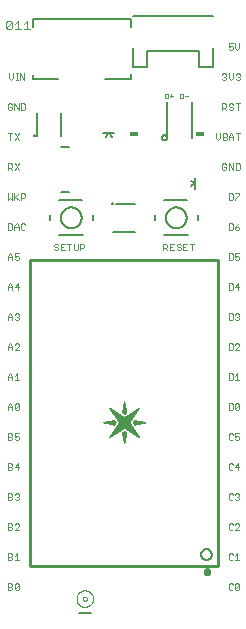
<source format=gto>
G75*
%MOIN*%
%OFA0B0*%
%FSLAX25Y25*%
%IPPOS*%
%LPD*%
%AMOC8*
5,1,8,0,0,1.08239X$1,22.5*
%
%ADD10C,0.00000*%
%ADD11C,0.00001*%
%ADD12C,0.00400*%
%ADD13C,0.00300*%
%ADD14C,0.00200*%
%ADD15C,0.01000*%
%ADD16C,0.00500*%
%ADD17C,0.00800*%
%ADD18C,0.00787*%
%ADD19C,0.01575*%
%ADD20R,0.03000X0.01800*%
D10*
X0077813Y0062260D02*
X0077103Y0065834D01*
X0077813Y0066358D01*
X0078524Y0065834D01*
X0077813Y0062260D01*
X0077814Y0067577D02*
X0072901Y0064336D01*
X0076141Y0069249D01*
X0072901Y0074161D01*
X0077814Y0070922D01*
X0082726Y0074161D01*
X0079486Y0069249D01*
X0082726Y0064336D01*
X0077814Y0067577D01*
X0080705Y0069249D02*
X0081229Y0069959D01*
X0084803Y0069249D01*
X0081229Y0068538D01*
X0080705Y0069249D01*
X0078524Y0072664D02*
X0077813Y0072140D01*
X0077103Y0072664D01*
X0077813Y0076238D01*
X0078524Y0072664D01*
X0074398Y0069959D02*
X0070825Y0069249D01*
X0074398Y0068538D01*
X0074922Y0069249D01*
X0074398Y0069959D01*
D11*
X0074399Y0069959D02*
X0074394Y0069959D01*
X0074389Y0069958D02*
X0074400Y0069958D01*
X0074400Y0069957D02*
X0074384Y0069957D01*
X0074379Y0069956D02*
X0074401Y0069956D01*
X0074402Y0069955D02*
X0074374Y0069955D01*
X0074369Y0069954D02*
X0074403Y0069954D01*
X0074403Y0069953D02*
X0074364Y0069953D01*
X0074360Y0069952D02*
X0074404Y0069952D01*
X0074405Y0069951D02*
X0074355Y0069951D01*
X0074350Y0069950D02*
X0074405Y0069950D01*
X0074406Y0069949D02*
X0074345Y0069949D01*
X0074340Y0069948D02*
X0074407Y0069948D01*
X0074408Y0069947D02*
X0074335Y0069947D01*
X0074330Y0069946D02*
X0074408Y0069946D01*
X0074409Y0069945D02*
X0074325Y0069945D01*
X0074320Y0069944D02*
X0074410Y0069944D01*
X0074410Y0069943D02*
X0074315Y0069943D01*
X0074310Y0069942D02*
X0074411Y0069942D01*
X0074412Y0069941D02*
X0074305Y0069941D01*
X0074300Y0069940D02*
X0074413Y0069940D01*
X0074413Y0069939D02*
X0074295Y0069939D01*
X0074290Y0069938D02*
X0074414Y0069938D01*
X0074415Y0069937D02*
X0074285Y0069937D01*
X0074280Y0069936D02*
X0074416Y0069936D01*
X0074416Y0069935D02*
X0074275Y0069935D01*
X0074270Y0069934D02*
X0074417Y0069934D01*
X0074418Y0069933D02*
X0074265Y0069933D01*
X0074261Y0069932D02*
X0074418Y0069932D01*
X0074419Y0069931D02*
X0074256Y0069931D01*
X0074251Y0069930D02*
X0074420Y0069930D01*
X0074421Y0069929D02*
X0074246Y0069929D01*
X0074241Y0069928D02*
X0074421Y0069928D01*
X0074422Y0069927D02*
X0074236Y0069927D01*
X0074231Y0069926D02*
X0074423Y0069926D01*
X0074424Y0069925D02*
X0074226Y0069925D01*
X0074221Y0069924D02*
X0074424Y0069924D01*
X0074425Y0069923D02*
X0074216Y0069923D01*
X0074211Y0069922D02*
X0074426Y0069922D01*
X0074426Y0069921D02*
X0074206Y0069921D01*
X0074201Y0069920D02*
X0074427Y0069920D01*
X0074428Y0069919D02*
X0074196Y0069919D01*
X0074191Y0069918D02*
X0074429Y0069918D01*
X0074429Y0069917D02*
X0074186Y0069917D01*
X0074181Y0069916D02*
X0074430Y0069916D01*
X0074431Y0069915D02*
X0074176Y0069915D01*
X0074171Y0069914D02*
X0074432Y0069914D01*
X0074432Y0069913D02*
X0074166Y0069913D01*
X0074162Y0069912D02*
X0074433Y0069912D01*
X0074434Y0069911D02*
X0074157Y0069911D01*
X0074152Y0069910D02*
X0074434Y0069910D01*
X0074435Y0069909D02*
X0074147Y0069909D01*
X0074142Y0069908D02*
X0074436Y0069908D01*
X0074437Y0069907D02*
X0074137Y0069907D01*
X0074132Y0069906D02*
X0074437Y0069906D01*
X0074438Y0069906D02*
X0074127Y0069906D01*
X0074122Y0069905D02*
X0074439Y0069905D01*
X0074440Y0069904D02*
X0074117Y0069904D01*
X0074112Y0069903D02*
X0074440Y0069903D01*
X0074441Y0069902D02*
X0074107Y0069902D01*
X0074102Y0069901D02*
X0074442Y0069901D01*
X0074442Y0069900D02*
X0074097Y0069900D01*
X0074092Y0069899D02*
X0074443Y0069899D01*
X0074444Y0069898D02*
X0074087Y0069898D01*
X0074082Y0069897D02*
X0074445Y0069897D01*
X0074445Y0069896D02*
X0074077Y0069896D01*
X0074072Y0069895D02*
X0074446Y0069895D01*
X0074447Y0069894D02*
X0074067Y0069894D01*
X0074063Y0069893D02*
X0074448Y0069893D01*
X0074448Y0069892D02*
X0074058Y0069892D01*
X0074053Y0069891D02*
X0074449Y0069891D01*
X0074450Y0069890D02*
X0074048Y0069890D01*
X0074043Y0069889D02*
X0074450Y0069889D01*
X0074451Y0069888D02*
X0074038Y0069888D01*
X0074033Y0069887D02*
X0074452Y0069887D01*
X0074453Y0069886D02*
X0074028Y0069886D01*
X0074023Y0069885D02*
X0074453Y0069885D01*
X0074454Y0069884D02*
X0074018Y0069884D01*
X0074013Y0069883D02*
X0074455Y0069883D01*
X0074456Y0069882D02*
X0074008Y0069882D01*
X0074003Y0069881D02*
X0074456Y0069881D01*
X0074457Y0069880D02*
X0073998Y0069880D01*
X0073993Y0069879D02*
X0074458Y0069879D01*
X0074458Y0069878D02*
X0073988Y0069878D01*
X0073983Y0069877D02*
X0074459Y0069877D01*
X0074460Y0069876D02*
X0073978Y0069876D01*
X0073973Y0069875D02*
X0074461Y0069875D01*
X0074461Y0069874D02*
X0073968Y0069874D01*
X0073964Y0069873D02*
X0074462Y0069873D01*
X0074463Y0069872D02*
X0073959Y0069872D01*
X0073954Y0069871D02*
X0074464Y0069871D01*
X0074464Y0069870D02*
X0073949Y0069870D01*
X0073944Y0069869D02*
X0074465Y0069869D01*
X0074466Y0069868D02*
X0073939Y0069868D01*
X0073934Y0069867D02*
X0074466Y0069867D01*
X0074467Y0069866D02*
X0073929Y0069866D01*
X0073924Y0069865D02*
X0074468Y0069865D01*
X0074469Y0069864D02*
X0073919Y0069864D01*
X0073914Y0069863D02*
X0074469Y0069863D01*
X0074470Y0069862D02*
X0073909Y0069862D01*
X0073904Y0069861D02*
X0074471Y0069861D01*
X0074471Y0069860D02*
X0073899Y0069860D01*
X0073894Y0069859D02*
X0074472Y0069859D01*
X0074473Y0069858D02*
X0073889Y0069858D01*
X0073884Y0069857D02*
X0074474Y0069857D01*
X0074474Y0069856D02*
X0073879Y0069856D01*
X0073874Y0069855D02*
X0074475Y0069855D01*
X0074476Y0069854D02*
X0073869Y0069854D01*
X0073865Y0069853D02*
X0074477Y0069853D01*
X0074477Y0069852D02*
X0073860Y0069852D01*
X0073855Y0069851D02*
X0074478Y0069851D01*
X0074479Y0069850D02*
X0073850Y0069850D01*
X0073845Y0069849D02*
X0074479Y0069849D01*
X0074480Y0069848D02*
X0073840Y0069848D01*
X0073835Y0069847D02*
X0074481Y0069847D01*
X0074482Y0069846D02*
X0073830Y0069846D01*
X0073825Y0069845D02*
X0074482Y0069845D01*
X0074483Y0069844D02*
X0073820Y0069844D01*
X0073815Y0069844D02*
X0074484Y0069844D01*
X0074485Y0069843D02*
X0073810Y0069843D01*
X0073805Y0069842D02*
X0074485Y0069842D01*
X0074486Y0069841D02*
X0073800Y0069841D01*
X0073795Y0069840D02*
X0074487Y0069840D01*
X0074487Y0069839D02*
X0073790Y0069839D01*
X0073785Y0069838D02*
X0074488Y0069838D01*
X0074489Y0069837D02*
X0073780Y0069837D01*
X0073775Y0069836D02*
X0074490Y0069836D01*
X0074490Y0069835D02*
X0073770Y0069835D01*
X0073766Y0069834D02*
X0074491Y0069834D01*
X0074492Y0069833D02*
X0073761Y0069833D01*
X0073756Y0069832D02*
X0074493Y0069832D01*
X0074493Y0069831D02*
X0073751Y0069831D01*
X0073746Y0069830D02*
X0074494Y0069830D01*
X0074495Y0069829D02*
X0073741Y0069829D01*
X0073736Y0069828D02*
X0074495Y0069828D01*
X0074496Y0069827D02*
X0073731Y0069827D01*
X0073726Y0069826D02*
X0074497Y0069826D01*
X0074498Y0069825D02*
X0073721Y0069825D01*
X0073716Y0069824D02*
X0074498Y0069824D01*
X0074499Y0069823D02*
X0073711Y0069823D01*
X0073706Y0069822D02*
X0074500Y0069822D01*
X0074501Y0069821D02*
X0073701Y0069821D01*
X0073696Y0069820D02*
X0074501Y0069820D01*
X0074502Y0069819D02*
X0073691Y0069819D01*
X0073686Y0069818D02*
X0074503Y0069818D01*
X0074503Y0069817D02*
X0073681Y0069817D01*
X0073676Y0069816D02*
X0074504Y0069816D01*
X0074505Y0069815D02*
X0073671Y0069815D01*
X0073667Y0069814D02*
X0074506Y0069814D01*
X0074506Y0069813D02*
X0073662Y0069813D01*
X0073657Y0069812D02*
X0074507Y0069812D01*
X0074508Y0069811D02*
X0073652Y0069811D01*
X0073647Y0069810D02*
X0074509Y0069810D01*
X0074509Y0069809D02*
X0073642Y0069809D01*
X0073637Y0069808D02*
X0074510Y0069808D01*
X0074511Y0069807D02*
X0073632Y0069807D01*
X0073627Y0069806D02*
X0074511Y0069806D01*
X0074512Y0069805D02*
X0073622Y0069805D01*
X0073617Y0069804D02*
X0074513Y0069804D01*
X0074514Y0069803D02*
X0073612Y0069803D01*
X0073607Y0069802D02*
X0074514Y0069802D01*
X0074515Y0069801D02*
X0073602Y0069801D01*
X0073597Y0069800D02*
X0074516Y0069800D01*
X0074517Y0069799D02*
X0073592Y0069799D01*
X0073587Y0069798D02*
X0074517Y0069798D01*
X0074518Y0069797D02*
X0073582Y0069797D01*
X0073577Y0069796D02*
X0074519Y0069796D01*
X0074519Y0069795D02*
X0073572Y0069795D01*
X0073567Y0069794D02*
X0074520Y0069794D01*
X0074521Y0069793D02*
X0073563Y0069793D01*
X0073558Y0069792D02*
X0074522Y0069792D01*
X0074522Y0069791D02*
X0073553Y0069791D01*
X0073548Y0069790D02*
X0074523Y0069790D01*
X0074524Y0069789D02*
X0073543Y0069789D01*
X0073538Y0069788D02*
X0074524Y0069788D01*
X0074525Y0069787D02*
X0073533Y0069787D01*
X0073528Y0069786D02*
X0074526Y0069786D01*
X0074527Y0069785D02*
X0073523Y0069785D01*
X0073518Y0069784D02*
X0074527Y0069784D01*
X0074528Y0069783D02*
X0073513Y0069783D01*
X0073508Y0069782D02*
X0074529Y0069782D01*
X0074530Y0069781D02*
X0073503Y0069781D01*
X0073498Y0069781D02*
X0074530Y0069781D01*
X0074531Y0069780D02*
X0073493Y0069780D01*
X0073488Y0069779D02*
X0074532Y0069779D01*
X0074532Y0069778D02*
X0073483Y0069778D01*
X0073478Y0069777D02*
X0074533Y0069777D01*
X0074534Y0069776D02*
X0073473Y0069776D01*
X0073468Y0069775D02*
X0074535Y0069775D01*
X0074535Y0069774D02*
X0073464Y0069774D01*
X0073459Y0069773D02*
X0074536Y0069773D01*
X0074537Y0069772D02*
X0073454Y0069772D01*
X0073449Y0069771D02*
X0074538Y0069771D01*
X0074538Y0069770D02*
X0073444Y0069770D01*
X0073439Y0069769D02*
X0074539Y0069769D01*
X0074540Y0069768D02*
X0073434Y0069768D01*
X0073429Y0069767D02*
X0074540Y0069767D01*
X0074541Y0069766D02*
X0073424Y0069766D01*
X0073419Y0069765D02*
X0074542Y0069765D01*
X0074543Y0069764D02*
X0073414Y0069764D01*
X0073409Y0069763D02*
X0074543Y0069763D01*
X0074544Y0069762D02*
X0073404Y0069762D01*
X0073399Y0069761D02*
X0074545Y0069761D01*
X0074546Y0069760D02*
X0073394Y0069760D01*
X0073389Y0069759D02*
X0074546Y0069759D01*
X0074547Y0069758D02*
X0073384Y0069758D01*
X0073379Y0069757D02*
X0074548Y0069757D01*
X0074548Y0069756D02*
X0073374Y0069756D01*
X0073369Y0069755D02*
X0074549Y0069755D01*
X0074550Y0069754D02*
X0073365Y0069754D01*
X0073360Y0069753D02*
X0074551Y0069753D01*
X0074551Y0069752D02*
X0073355Y0069752D01*
X0073350Y0069751D02*
X0074552Y0069751D01*
X0074553Y0069750D02*
X0073345Y0069750D01*
X0073340Y0069749D02*
X0074554Y0069749D01*
X0074554Y0069748D02*
X0073335Y0069748D01*
X0073330Y0069747D02*
X0074555Y0069747D01*
X0074556Y0069746D02*
X0073325Y0069746D01*
X0073320Y0069745D02*
X0074556Y0069745D01*
X0074557Y0069744D02*
X0073315Y0069744D01*
X0073310Y0069743D02*
X0074558Y0069743D01*
X0074559Y0069742D02*
X0073305Y0069742D01*
X0073300Y0069741D02*
X0074559Y0069741D01*
X0074560Y0069740D02*
X0073295Y0069740D01*
X0073290Y0069739D02*
X0074561Y0069739D01*
X0074562Y0069738D02*
X0073285Y0069738D01*
X0073280Y0069737D02*
X0074562Y0069737D01*
X0074563Y0069736D02*
X0073275Y0069736D01*
X0073270Y0069735D02*
X0074564Y0069735D01*
X0074564Y0069734D02*
X0073266Y0069734D01*
X0073261Y0069733D02*
X0074565Y0069733D01*
X0074566Y0069732D02*
X0073256Y0069732D01*
X0073251Y0069731D02*
X0074567Y0069731D01*
X0074567Y0069730D02*
X0073246Y0069730D01*
X0073241Y0069729D02*
X0074568Y0069729D01*
X0074569Y0069728D02*
X0073236Y0069728D01*
X0073231Y0069727D02*
X0074570Y0069727D01*
X0074570Y0069726D02*
X0073226Y0069726D01*
X0073221Y0069725D02*
X0074571Y0069725D01*
X0074572Y0069724D02*
X0073216Y0069724D01*
X0073211Y0069723D02*
X0074572Y0069723D01*
X0074573Y0069722D02*
X0073206Y0069722D01*
X0073201Y0069721D02*
X0074574Y0069721D01*
X0074575Y0069720D02*
X0073196Y0069720D01*
X0073191Y0069719D02*
X0074575Y0069719D01*
X0074576Y0069719D02*
X0073186Y0069719D01*
X0073181Y0069718D02*
X0074577Y0069718D01*
X0074577Y0069717D02*
X0073176Y0069717D01*
X0073171Y0069716D02*
X0074578Y0069716D01*
X0074579Y0069715D02*
X0073167Y0069715D01*
X0073162Y0069714D02*
X0074580Y0069714D01*
X0074580Y0069713D02*
X0073157Y0069713D01*
X0073152Y0069712D02*
X0074581Y0069712D01*
X0074582Y0069711D02*
X0073147Y0069711D01*
X0073142Y0069710D02*
X0074583Y0069710D01*
X0074583Y0069709D02*
X0073137Y0069709D01*
X0073132Y0069708D02*
X0074584Y0069708D01*
X0074585Y0069707D02*
X0073127Y0069707D01*
X0073122Y0069706D02*
X0074585Y0069706D01*
X0074586Y0069705D02*
X0073117Y0069705D01*
X0073112Y0069704D02*
X0074587Y0069704D01*
X0074588Y0069703D02*
X0073107Y0069703D01*
X0073102Y0069702D02*
X0074588Y0069702D01*
X0074589Y0069701D02*
X0073097Y0069701D01*
X0073092Y0069700D02*
X0074590Y0069700D01*
X0074591Y0069699D02*
X0073087Y0069699D01*
X0073082Y0069698D02*
X0074591Y0069698D01*
X0074592Y0069697D02*
X0073077Y0069697D01*
X0073072Y0069696D02*
X0074593Y0069696D01*
X0074593Y0069695D02*
X0073068Y0069695D01*
X0073063Y0069694D02*
X0074594Y0069694D01*
X0074595Y0069693D02*
X0073058Y0069693D01*
X0073053Y0069692D02*
X0074596Y0069692D01*
X0074596Y0069691D02*
X0073048Y0069691D01*
X0073043Y0069690D02*
X0074597Y0069690D01*
X0074598Y0069689D02*
X0073038Y0069689D01*
X0073033Y0069688D02*
X0074599Y0069688D01*
X0074599Y0069687D02*
X0073028Y0069687D01*
X0073023Y0069686D02*
X0074600Y0069686D01*
X0074601Y0069685D02*
X0073018Y0069685D01*
X0073013Y0069684D02*
X0074601Y0069684D01*
X0074602Y0069683D02*
X0073008Y0069683D01*
X0073003Y0069682D02*
X0074603Y0069682D01*
X0074604Y0069681D02*
X0072998Y0069681D01*
X0072993Y0069680D02*
X0074604Y0069680D01*
X0074605Y0069679D02*
X0072988Y0069679D01*
X0072983Y0069678D02*
X0074606Y0069678D01*
X0074607Y0069677D02*
X0072978Y0069677D01*
X0072973Y0069676D02*
X0074607Y0069676D01*
X0074608Y0069675D02*
X0072969Y0069675D01*
X0072964Y0069674D02*
X0074609Y0069674D01*
X0074609Y0069673D02*
X0072959Y0069673D01*
X0072954Y0069672D02*
X0074610Y0069672D01*
X0074611Y0069671D02*
X0072949Y0069671D01*
X0072944Y0069670D02*
X0074612Y0069670D01*
X0074612Y0069669D02*
X0072939Y0069669D01*
X0072934Y0069668D02*
X0074613Y0069668D01*
X0074614Y0069667D02*
X0072929Y0069667D01*
X0072924Y0069666D02*
X0074615Y0069666D01*
X0074615Y0069665D02*
X0072919Y0069665D01*
X0072914Y0069664D02*
X0074616Y0069664D01*
X0074617Y0069663D02*
X0072909Y0069663D01*
X0072904Y0069662D02*
X0074617Y0069662D01*
X0074618Y0069661D02*
X0072899Y0069661D01*
X0072894Y0069660D02*
X0074619Y0069660D01*
X0074620Y0069659D02*
X0072889Y0069659D01*
X0072884Y0069658D02*
X0074620Y0069658D01*
X0074621Y0069657D02*
X0072879Y0069657D01*
X0072874Y0069656D02*
X0074622Y0069656D01*
X0074623Y0069656D02*
X0072870Y0069656D01*
X0072865Y0069655D02*
X0074623Y0069655D01*
X0074624Y0069654D02*
X0072860Y0069654D01*
X0072855Y0069653D02*
X0074625Y0069653D01*
X0074625Y0069652D02*
X0072850Y0069652D01*
X0072845Y0069651D02*
X0074626Y0069651D01*
X0074627Y0069650D02*
X0072840Y0069650D01*
X0072835Y0069649D02*
X0074628Y0069649D01*
X0074628Y0069648D02*
X0072830Y0069648D01*
X0072825Y0069647D02*
X0074629Y0069647D01*
X0074630Y0069646D02*
X0072820Y0069646D01*
X0072815Y0069645D02*
X0074631Y0069645D01*
X0074631Y0069644D02*
X0072810Y0069644D01*
X0072805Y0069643D02*
X0074632Y0069643D01*
X0074633Y0069642D02*
X0072800Y0069642D01*
X0072795Y0069641D02*
X0074633Y0069641D01*
X0074634Y0069640D02*
X0072790Y0069640D01*
X0072785Y0069639D02*
X0074635Y0069639D01*
X0074636Y0069638D02*
X0072780Y0069638D01*
X0072775Y0069637D02*
X0074636Y0069637D01*
X0074637Y0069636D02*
X0072770Y0069636D01*
X0072766Y0069635D02*
X0074638Y0069635D01*
X0074638Y0069634D02*
X0072761Y0069634D01*
X0072756Y0069633D02*
X0074639Y0069633D01*
X0074640Y0069632D02*
X0072751Y0069632D01*
X0072746Y0069631D02*
X0074641Y0069631D01*
X0074641Y0069630D02*
X0072741Y0069630D01*
X0072736Y0069629D02*
X0074642Y0069629D01*
X0074643Y0069628D02*
X0072731Y0069628D01*
X0072726Y0069627D02*
X0074644Y0069627D01*
X0074644Y0069626D02*
X0072721Y0069626D01*
X0072716Y0069625D02*
X0074645Y0069625D01*
X0074646Y0069624D02*
X0072711Y0069624D01*
X0072706Y0069623D02*
X0074646Y0069623D01*
X0074647Y0069622D02*
X0072701Y0069622D01*
X0072696Y0069621D02*
X0074648Y0069621D01*
X0074649Y0069620D02*
X0072691Y0069620D01*
X0072686Y0069619D02*
X0074649Y0069619D01*
X0074650Y0069618D02*
X0072681Y0069618D01*
X0072676Y0069617D02*
X0074651Y0069617D01*
X0074652Y0069616D02*
X0072671Y0069616D01*
X0072667Y0069615D02*
X0074652Y0069615D01*
X0074653Y0069614D02*
X0072662Y0069614D01*
X0072657Y0069613D02*
X0074654Y0069613D01*
X0074654Y0069612D02*
X0072652Y0069612D01*
X0072647Y0069611D02*
X0074655Y0069611D01*
X0074656Y0069610D02*
X0072642Y0069610D01*
X0072637Y0069609D02*
X0074657Y0069609D01*
X0074657Y0069608D02*
X0072632Y0069608D01*
X0072627Y0069607D02*
X0074658Y0069607D01*
X0074659Y0069606D02*
X0072622Y0069606D01*
X0072617Y0069605D02*
X0074660Y0069605D01*
X0074660Y0069604D02*
X0072612Y0069604D01*
X0072607Y0069603D02*
X0074661Y0069603D01*
X0074662Y0069602D02*
X0072602Y0069602D01*
X0072597Y0069601D02*
X0074662Y0069601D01*
X0074663Y0069600D02*
X0072592Y0069600D01*
X0072587Y0069599D02*
X0074664Y0069599D01*
X0074665Y0069598D02*
X0072582Y0069598D01*
X0072577Y0069597D02*
X0074665Y0069597D01*
X0074666Y0069596D02*
X0072572Y0069596D01*
X0072568Y0069595D02*
X0074667Y0069595D01*
X0074668Y0069594D02*
X0072563Y0069594D01*
X0072558Y0069594D02*
X0074668Y0069594D01*
X0074669Y0069593D02*
X0072553Y0069593D01*
X0072548Y0069592D02*
X0074670Y0069592D01*
X0074670Y0069591D02*
X0072543Y0069591D01*
X0072538Y0069590D02*
X0074671Y0069590D01*
X0074672Y0069589D02*
X0072533Y0069589D01*
X0072528Y0069588D02*
X0074673Y0069588D01*
X0074673Y0069587D02*
X0072523Y0069587D01*
X0072518Y0069586D02*
X0074674Y0069586D01*
X0074675Y0069585D02*
X0072513Y0069585D01*
X0072508Y0069584D02*
X0074676Y0069584D01*
X0074676Y0069583D02*
X0072503Y0069583D01*
X0072498Y0069582D02*
X0074677Y0069582D01*
X0074678Y0069581D02*
X0072493Y0069581D01*
X0072488Y0069580D02*
X0074678Y0069580D01*
X0074679Y0069579D02*
X0072483Y0069579D01*
X0072478Y0069578D02*
X0074680Y0069578D01*
X0074681Y0069577D02*
X0072473Y0069577D01*
X0072469Y0069576D02*
X0074681Y0069576D01*
X0074682Y0069575D02*
X0072464Y0069575D01*
X0072459Y0069574D02*
X0074683Y0069574D01*
X0074684Y0069573D02*
X0072454Y0069573D01*
X0072449Y0069572D02*
X0074684Y0069572D01*
X0074685Y0069571D02*
X0072444Y0069571D01*
X0072439Y0069570D02*
X0074686Y0069570D01*
X0074686Y0069569D02*
X0072434Y0069569D01*
X0072429Y0069568D02*
X0074687Y0069568D01*
X0074688Y0069567D02*
X0072424Y0069567D01*
X0072419Y0069566D02*
X0074689Y0069566D01*
X0074689Y0069565D02*
X0072414Y0069565D01*
X0072409Y0069564D02*
X0074690Y0069564D01*
X0074691Y0069563D02*
X0072404Y0069563D01*
X0072399Y0069562D02*
X0074691Y0069562D01*
X0074692Y0069561D02*
X0072394Y0069561D01*
X0072389Y0069560D02*
X0074693Y0069560D01*
X0074694Y0069559D02*
X0072384Y0069559D01*
X0072379Y0069558D02*
X0074694Y0069558D01*
X0074695Y0069557D02*
X0072374Y0069557D01*
X0072370Y0069556D02*
X0074696Y0069556D01*
X0074697Y0069555D02*
X0072365Y0069555D01*
X0072360Y0069554D02*
X0074697Y0069554D01*
X0074698Y0069553D02*
X0072355Y0069553D01*
X0072350Y0069552D02*
X0074699Y0069552D01*
X0074699Y0069551D02*
X0072345Y0069551D01*
X0072340Y0069550D02*
X0074700Y0069550D01*
X0074701Y0069549D02*
X0072335Y0069549D01*
X0072330Y0069548D02*
X0074702Y0069548D01*
X0074702Y0069547D02*
X0072325Y0069547D01*
X0072320Y0069546D02*
X0074703Y0069546D01*
X0074704Y0069545D02*
X0072315Y0069545D01*
X0072310Y0069544D02*
X0074705Y0069544D01*
X0074705Y0069543D02*
X0072305Y0069543D01*
X0072300Y0069542D02*
X0074706Y0069542D01*
X0074707Y0069541D02*
X0072295Y0069541D01*
X0072290Y0069540D02*
X0074707Y0069540D01*
X0074708Y0069539D02*
X0072285Y0069539D01*
X0072280Y0069538D02*
X0074709Y0069538D01*
X0074710Y0069537D02*
X0072275Y0069537D01*
X0072271Y0069536D02*
X0074710Y0069536D01*
X0074711Y0069535D02*
X0072266Y0069535D01*
X0072261Y0069534D02*
X0074712Y0069534D01*
X0074713Y0069533D02*
X0072256Y0069533D01*
X0072251Y0069532D02*
X0074713Y0069532D01*
X0074714Y0069531D02*
X0072246Y0069531D01*
X0072241Y0069531D02*
X0074715Y0069531D01*
X0074715Y0069530D02*
X0072236Y0069530D01*
X0072231Y0069529D02*
X0074716Y0069529D01*
X0074717Y0069528D02*
X0072226Y0069528D01*
X0072221Y0069527D02*
X0074718Y0069527D01*
X0074718Y0069526D02*
X0072216Y0069526D01*
X0072211Y0069525D02*
X0074719Y0069525D01*
X0074720Y0069524D02*
X0072206Y0069524D01*
X0072201Y0069523D02*
X0074721Y0069523D01*
X0074721Y0069522D02*
X0072196Y0069522D01*
X0072191Y0069521D02*
X0074722Y0069521D01*
X0074723Y0069520D02*
X0072186Y0069520D01*
X0072181Y0069519D02*
X0074723Y0069519D01*
X0074724Y0069518D02*
X0072176Y0069518D01*
X0072172Y0069517D02*
X0074725Y0069517D01*
X0074726Y0069516D02*
X0072167Y0069516D01*
X0072162Y0069515D02*
X0074726Y0069515D01*
X0074727Y0069514D02*
X0072157Y0069514D01*
X0072152Y0069513D02*
X0074728Y0069513D01*
X0074729Y0069512D02*
X0072147Y0069512D01*
X0072142Y0069511D02*
X0074729Y0069511D01*
X0074730Y0069510D02*
X0072137Y0069510D01*
X0072132Y0069509D02*
X0074731Y0069509D01*
X0074731Y0069508D02*
X0072127Y0069508D01*
X0072122Y0069507D02*
X0074732Y0069507D01*
X0074733Y0069506D02*
X0072117Y0069506D01*
X0072112Y0069505D02*
X0074734Y0069505D01*
X0074734Y0069504D02*
X0072107Y0069504D01*
X0072102Y0069503D02*
X0074735Y0069503D01*
X0074736Y0069502D02*
X0072097Y0069502D01*
X0072092Y0069501D02*
X0074737Y0069501D01*
X0074737Y0069500D02*
X0072087Y0069500D01*
X0072082Y0069499D02*
X0074738Y0069499D01*
X0074739Y0069498D02*
X0072077Y0069498D01*
X0072073Y0069497D02*
X0074739Y0069497D01*
X0074740Y0069496D02*
X0072068Y0069496D01*
X0072063Y0069495D02*
X0074741Y0069495D01*
X0074742Y0069494D02*
X0072058Y0069494D01*
X0072053Y0069493D02*
X0074742Y0069493D01*
X0074743Y0069492D02*
X0072048Y0069492D01*
X0072043Y0069491D02*
X0074744Y0069491D01*
X0074745Y0069490D02*
X0072038Y0069490D01*
X0072033Y0069489D02*
X0074745Y0069489D01*
X0074746Y0069488D02*
X0072028Y0069488D01*
X0072023Y0069487D02*
X0074747Y0069487D01*
X0074747Y0069486D02*
X0072018Y0069486D01*
X0072013Y0069485D02*
X0074748Y0069485D01*
X0074749Y0069484D02*
X0072008Y0069484D01*
X0072003Y0069483D02*
X0074750Y0069483D01*
X0074750Y0069482D02*
X0071998Y0069482D01*
X0071993Y0069481D02*
X0074751Y0069481D01*
X0074752Y0069480D02*
X0071988Y0069480D01*
X0071983Y0069479D02*
X0074752Y0069479D01*
X0074753Y0069478D02*
X0071978Y0069478D01*
X0071973Y0069477D02*
X0074754Y0069477D01*
X0074755Y0069476D02*
X0071969Y0069476D01*
X0071964Y0069475D02*
X0074755Y0069475D01*
X0074756Y0069474D02*
X0071959Y0069474D01*
X0071954Y0069473D02*
X0074757Y0069473D01*
X0074758Y0069472D02*
X0071949Y0069472D01*
X0071944Y0069471D02*
X0074758Y0069471D01*
X0074759Y0069470D02*
X0071939Y0069470D01*
X0071934Y0069469D02*
X0074760Y0069469D01*
X0071929Y0069469D01*
X0071924Y0069468D02*
X0074761Y0069468D01*
X0074762Y0069467D02*
X0071919Y0069467D01*
X0071914Y0069466D02*
X0074763Y0069466D01*
X0074763Y0069465D02*
X0071909Y0069465D01*
X0071904Y0069464D02*
X0074764Y0069464D01*
X0074765Y0069463D02*
X0071899Y0069463D01*
X0071894Y0069462D02*
X0074766Y0069462D01*
X0074766Y0069461D02*
X0071889Y0069461D01*
X0071884Y0069460D02*
X0074767Y0069460D01*
X0074768Y0069459D02*
X0071879Y0069459D01*
X0071874Y0069458D02*
X0074768Y0069458D01*
X0074769Y0069457D02*
X0071870Y0069457D01*
X0071865Y0069456D02*
X0074770Y0069456D01*
X0074771Y0069455D02*
X0071860Y0069455D01*
X0071855Y0069454D02*
X0074771Y0069454D01*
X0074772Y0069453D02*
X0071850Y0069453D01*
X0071845Y0069452D02*
X0074773Y0069452D01*
X0074774Y0069451D02*
X0071840Y0069451D01*
X0071835Y0069450D02*
X0074774Y0069450D01*
X0074775Y0069449D02*
X0071830Y0069449D01*
X0071825Y0069448D02*
X0074776Y0069448D01*
X0074776Y0069447D02*
X0071820Y0069447D01*
X0071815Y0069446D02*
X0074777Y0069446D01*
X0074778Y0069445D02*
X0071810Y0069445D01*
X0071805Y0069444D02*
X0074779Y0069444D01*
X0074779Y0069443D02*
X0071800Y0069443D01*
X0071795Y0069442D02*
X0074780Y0069442D01*
X0074781Y0069441D02*
X0071790Y0069441D01*
X0071785Y0069440D02*
X0074782Y0069440D01*
X0074782Y0069439D02*
X0071780Y0069439D01*
X0071775Y0069438D02*
X0074783Y0069438D01*
X0074784Y0069437D02*
X0071771Y0069437D01*
X0071766Y0069436D02*
X0074784Y0069436D01*
X0074785Y0069435D02*
X0071761Y0069435D01*
X0071756Y0069434D02*
X0074786Y0069434D01*
X0074787Y0069433D02*
X0071751Y0069433D01*
X0071746Y0069432D02*
X0074787Y0069432D01*
X0074788Y0069431D02*
X0071741Y0069431D01*
X0071736Y0069430D02*
X0074789Y0069430D01*
X0074790Y0069429D02*
X0071731Y0069429D01*
X0071726Y0069428D02*
X0074790Y0069428D01*
X0074791Y0069427D02*
X0071721Y0069427D01*
X0071716Y0069426D02*
X0074792Y0069426D01*
X0074792Y0069425D02*
X0071711Y0069425D01*
X0071706Y0069424D02*
X0074793Y0069424D01*
X0074794Y0069423D02*
X0071701Y0069423D01*
X0071696Y0069422D02*
X0074795Y0069422D01*
X0074795Y0069421D02*
X0071691Y0069421D01*
X0071686Y0069420D02*
X0074796Y0069420D01*
X0074797Y0069419D02*
X0071681Y0069419D01*
X0071676Y0069418D02*
X0074798Y0069418D01*
X0074798Y0069417D02*
X0071672Y0069417D01*
X0071667Y0069416D02*
X0074799Y0069416D01*
X0074800Y0069415D02*
X0071662Y0069415D01*
X0071657Y0069414D02*
X0074800Y0069414D01*
X0074801Y0069413D02*
X0071652Y0069413D01*
X0071647Y0069412D02*
X0074802Y0069412D01*
X0074803Y0069411D02*
X0071642Y0069411D01*
X0071637Y0069410D02*
X0074803Y0069410D01*
X0074804Y0069409D02*
X0071632Y0069409D01*
X0071627Y0069408D02*
X0074805Y0069408D01*
X0074805Y0069407D02*
X0071622Y0069407D01*
X0071617Y0069406D02*
X0074806Y0069406D01*
X0074807Y0069406D02*
X0071612Y0069406D01*
X0071607Y0069405D02*
X0074808Y0069405D01*
X0074808Y0069404D02*
X0071602Y0069404D01*
X0071597Y0069403D02*
X0074809Y0069403D01*
X0074810Y0069402D02*
X0071592Y0069402D01*
X0071587Y0069401D02*
X0074811Y0069401D01*
X0074811Y0069400D02*
X0071582Y0069400D01*
X0071577Y0069399D02*
X0074812Y0069399D01*
X0074813Y0069398D02*
X0071573Y0069398D01*
X0071568Y0069397D02*
X0074813Y0069397D01*
X0074814Y0069396D02*
X0071563Y0069396D01*
X0071558Y0069395D02*
X0074815Y0069395D01*
X0074816Y0069394D02*
X0071553Y0069394D01*
X0071548Y0069393D02*
X0074816Y0069393D01*
X0074817Y0069392D02*
X0071543Y0069392D01*
X0071538Y0069391D02*
X0074818Y0069391D01*
X0074819Y0069390D02*
X0071533Y0069390D01*
X0071528Y0069389D02*
X0074819Y0069389D01*
X0074820Y0069388D02*
X0071523Y0069388D01*
X0071518Y0069387D02*
X0074821Y0069387D01*
X0074821Y0069386D02*
X0071513Y0069386D01*
X0071508Y0069385D02*
X0074822Y0069385D01*
X0074823Y0069384D02*
X0071503Y0069384D01*
X0071498Y0069383D02*
X0074824Y0069383D01*
X0074824Y0069382D02*
X0071493Y0069382D01*
X0071488Y0069381D02*
X0074825Y0069381D01*
X0074826Y0069380D02*
X0071483Y0069380D01*
X0071478Y0069379D02*
X0074827Y0069379D01*
X0074827Y0069378D02*
X0071474Y0069378D01*
X0071469Y0069377D02*
X0074828Y0069377D01*
X0074829Y0069376D02*
X0071464Y0069376D01*
X0071459Y0069375D02*
X0074829Y0069375D01*
X0074830Y0069374D02*
X0071454Y0069374D01*
X0071449Y0069373D02*
X0074831Y0069373D01*
X0074832Y0069372D02*
X0071444Y0069372D01*
X0071439Y0069371D02*
X0074832Y0069371D01*
X0074833Y0069370D02*
X0071434Y0069370D01*
X0071429Y0069369D02*
X0074834Y0069369D01*
X0074835Y0069368D02*
X0071424Y0069368D01*
X0071419Y0069367D02*
X0074835Y0069367D01*
X0074836Y0069366D02*
X0071414Y0069366D01*
X0071409Y0069365D02*
X0074837Y0069365D01*
X0074837Y0069364D02*
X0071404Y0069364D01*
X0071399Y0069363D02*
X0074838Y0069363D01*
X0074839Y0069362D02*
X0071394Y0069362D01*
X0071389Y0069361D02*
X0074840Y0069361D01*
X0074840Y0069360D02*
X0071384Y0069360D01*
X0071379Y0069359D02*
X0074841Y0069359D01*
X0074842Y0069358D02*
X0071375Y0069358D01*
X0071370Y0069357D02*
X0074843Y0069357D01*
X0074843Y0069356D02*
X0071365Y0069356D01*
X0071360Y0069355D02*
X0074844Y0069355D01*
X0074845Y0069354D02*
X0071355Y0069354D01*
X0071350Y0069353D02*
X0074845Y0069353D01*
X0074846Y0069352D02*
X0071345Y0069352D01*
X0071340Y0069351D02*
X0074847Y0069351D01*
X0074848Y0069350D02*
X0071335Y0069350D01*
X0071330Y0069349D02*
X0074848Y0069349D01*
X0074849Y0069348D02*
X0071325Y0069348D01*
X0071320Y0069347D02*
X0074850Y0069347D01*
X0074851Y0069346D02*
X0071315Y0069346D01*
X0071310Y0069345D02*
X0074851Y0069345D01*
X0074852Y0069344D02*
X0071305Y0069344D01*
X0071300Y0069344D02*
X0074853Y0069344D01*
X0074853Y0069343D02*
X0071295Y0069343D01*
X0071290Y0069342D02*
X0074854Y0069342D01*
X0074855Y0069341D02*
X0071285Y0069341D01*
X0071280Y0069340D02*
X0074856Y0069340D01*
X0074856Y0069339D02*
X0071276Y0069339D01*
X0071271Y0069338D02*
X0074857Y0069338D01*
X0074858Y0069337D02*
X0071266Y0069337D01*
X0071261Y0069336D02*
X0074859Y0069336D01*
X0074859Y0069335D02*
X0071256Y0069335D01*
X0071251Y0069334D02*
X0074860Y0069334D01*
X0074861Y0069333D02*
X0071246Y0069333D01*
X0071241Y0069332D02*
X0074861Y0069332D01*
X0074862Y0069331D02*
X0071236Y0069331D01*
X0071231Y0069330D02*
X0074863Y0069330D01*
X0074864Y0069329D02*
X0071226Y0069329D01*
X0071221Y0069328D02*
X0074864Y0069328D01*
X0074865Y0069327D02*
X0071216Y0069327D01*
X0071211Y0069326D02*
X0074866Y0069326D01*
X0074866Y0069325D02*
X0071206Y0069325D01*
X0071201Y0069324D02*
X0074867Y0069324D01*
X0074868Y0069323D02*
X0071196Y0069323D01*
X0071191Y0069322D02*
X0074869Y0069322D01*
X0074869Y0069321D02*
X0071186Y0069321D01*
X0071181Y0069320D02*
X0074870Y0069320D01*
X0074871Y0069319D02*
X0071177Y0069319D01*
X0071172Y0069318D02*
X0074872Y0069318D01*
X0074872Y0069317D02*
X0071167Y0069317D01*
X0071162Y0069316D02*
X0074873Y0069316D01*
X0074874Y0069315D02*
X0071157Y0069315D01*
X0071152Y0069314D02*
X0074874Y0069314D01*
X0074875Y0069313D02*
X0071147Y0069313D01*
X0071142Y0069312D02*
X0074876Y0069312D01*
X0074877Y0069311D02*
X0071137Y0069311D01*
X0071132Y0069310D02*
X0074877Y0069310D01*
X0074878Y0069309D02*
X0071127Y0069309D01*
X0071122Y0069308D02*
X0074879Y0069308D01*
X0074880Y0069307D02*
X0071117Y0069307D01*
X0071112Y0069306D02*
X0074880Y0069306D01*
X0074881Y0069305D02*
X0071107Y0069305D01*
X0071102Y0069304D02*
X0074882Y0069304D01*
X0074882Y0069303D02*
X0071097Y0069303D01*
X0071092Y0069302D02*
X0074883Y0069302D01*
X0074884Y0069301D02*
X0071087Y0069301D01*
X0071082Y0069300D02*
X0074885Y0069300D01*
X0074885Y0069299D02*
X0071077Y0069299D01*
X0071073Y0069298D02*
X0074886Y0069298D01*
X0074887Y0069297D02*
X0071068Y0069297D01*
X0071063Y0069296D02*
X0074888Y0069296D01*
X0074888Y0069295D02*
X0071058Y0069295D01*
X0071053Y0069294D02*
X0074889Y0069294D01*
X0074890Y0069293D02*
X0071048Y0069293D01*
X0071043Y0069292D02*
X0074890Y0069292D01*
X0074891Y0069291D02*
X0071038Y0069291D01*
X0071033Y0069290D02*
X0074892Y0069290D01*
X0074893Y0069289D02*
X0071028Y0069289D01*
X0071023Y0069288D02*
X0074893Y0069288D01*
X0074894Y0069287D02*
X0071018Y0069287D01*
X0071013Y0069286D02*
X0074895Y0069286D01*
X0074896Y0069285D02*
X0071008Y0069285D01*
X0071003Y0069284D02*
X0074896Y0069284D01*
X0074897Y0069283D02*
X0070998Y0069283D01*
X0070993Y0069282D02*
X0074898Y0069282D01*
X0074898Y0069281D02*
X0070988Y0069281D01*
X0070983Y0069281D02*
X0074899Y0069281D01*
X0074900Y0069280D02*
X0070978Y0069280D01*
X0070974Y0069279D02*
X0074901Y0069279D01*
X0074901Y0069278D02*
X0070969Y0069278D01*
X0070964Y0069277D02*
X0074902Y0069277D01*
X0074903Y0069276D02*
X0070959Y0069276D01*
X0070954Y0069275D02*
X0074904Y0069275D01*
X0074904Y0069274D02*
X0070949Y0069274D01*
X0070944Y0069273D02*
X0074905Y0069273D01*
X0074906Y0069272D02*
X0070939Y0069272D01*
X0070934Y0069271D02*
X0074906Y0069271D01*
X0074907Y0069270D02*
X0070929Y0069270D01*
X0070924Y0069269D02*
X0074908Y0069269D01*
X0074909Y0069268D02*
X0070919Y0069268D01*
X0070914Y0069267D02*
X0074909Y0069267D01*
X0074910Y0069266D02*
X0070909Y0069266D01*
X0070904Y0069265D02*
X0074911Y0069265D01*
X0074912Y0069264D02*
X0070899Y0069264D01*
X0070894Y0069263D02*
X0074912Y0069263D01*
X0074913Y0069262D02*
X0070889Y0069262D01*
X0070884Y0069261D02*
X0074914Y0069261D01*
X0074914Y0069260D02*
X0070879Y0069260D01*
X0070875Y0069259D02*
X0074915Y0069259D01*
X0074916Y0069258D02*
X0070870Y0069258D01*
X0070865Y0069257D02*
X0074917Y0069257D01*
X0074917Y0069256D02*
X0070860Y0069256D01*
X0070855Y0069255D02*
X0074918Y0069255D01*
X0074919Y0069254D02*
X0070850Y0069254D01*
X0070845Y0069253D02*
X0074920Y0069253D01*
X0074920Y0069252D02*
X0070840Y0069252D01*
X0070835Y0069251D02*
X0074921Y0069251D01*
X0074922Y0069250D02*
X0070830Y0069250D01*
X0070829Y0069248D02*
X0074922Y0069248D01*
X0074922Y0069249D02*
X0070825Y0069249D01*
X0070834Y0069247D02*
X0074921Y0069247D01*
X0074920Y0069246D02*
X0070839Y0069246D01*
X0070844Y0069245D02*
X0074920Y0069245D01*
X0074919Y0069244D02*
X0070849Y0069244D01*
X0070854Y0069243D02*
X0074918Y0069243D01*
X0074917Y0069242D02*
X0070859Y0069242D01*
X0070864Y0069241D02*
X0074917Y0069241D01*
X0074916Y0069240D02*
X0070869Y0069240D01*
X0070874Y0069239D02*
X0074915Y0069239D01*
X0074915Y0069238D02*
X0070879Y0069238D01*
X0070883Y0069237D02*
X0074914Y0069237D01*
X0074913Y0069236D02*
X0070888Y0069236D01*
X0070893Y0069235D02*
X0074912Y0069235D01*
X0074912Y0069234D02*
X0070898Y0069234D01*
X0070903Y0069233D02*
X0074911Y0069233D01*
X0074910Y0069232D02*
X0070908Y0069232D01*
X0070913Y0069231D02*
X0074909Y0069231D01*
X0074909Y0069230D02*
X0070918Y0069230D01*
X0070923Y0069229D02*
X0074908Y0069229D01*
X0074907Y0069228D02*
X0070928Y0069228D01*
X0070933Y0069227D02*
X0074907Y0069227D01*
X0074906Y0069226D02*
X0070938Y0069226D01*
X0070943Y0069225D02*
X0074905Y0069225D01*
X0074904Y0069224D02*
X0070948Y0069224D01*
X0070953Y0069223D02*
X0074904Y0069223D01*
X0074903Y0069222D02*
X0070958Y0069222D01*
X0070963Y0069221D02*
X0074902Y0069221D01*
X0074902Y0069220D02*
X0070968Y0069220D01*
X0070973Y0069219D02*
X0074901Y0069219D01*
X0074900Y0069219D02*
X0070978Y0069219D01*
X0070982Y0069218D02*
X0074899Y0069218D01*
X0074899Y0069217D02*
X0070987Y0069217D01*
X0070992Y0069216D02*
X0074898Y0069216D01*
X0074897Y0069215D02*
X0070997Y0069215D01*
X0071002Y0069214D02*
X0074896Y0069214D01*
X0074896Y0069213D02*
X0071007Y0069213D01*
X0071012Y0069212D02*
X0074895Y0069212D01*
X0074894Y0069211D02*
X0071017Y0069211D01*
X0071022Y0069210D02*
X0074894Y0069210D01*
X0074893Y0069209D02*
X0071027Y0069209D01*
X0071032Y0069208D02*
X0074892Y0069208D01*
X0074891Y0069207D02*
X0071037Y0069207D01*
X0071042Y0069206D02*
X0074891Y0069206D01*
X0074890Y0069205D02*
X0071047Y0069205D01*
X0071052Y0069204D02*
X0074889Y0069204D01*
X0074888Y0069203D02*
X0071057Y0069203D01*
X0071062Y0069202D02*
X0074888Y0069202D01*
X0074887Y0069201D02*
X0071067Y0069201D01*
X0071072Y0069200D02*
X0074886Y0069200D01*
X0074886Y0069199D02*
X0071077Y0069199D01*
X0071081Y0069198D02*
X0074885Y0069198D01*
X0074884Y0069197D02*
X0071086Y0069197D01*
X0071091Y0069196D02*
X0074883Y0069196D01*
X0074883Y0069195D02*
X0071096Y0069195D01*
X0071101Y0069194D02*
X0074882Y0069194D01*
X0074881Y0069193D02*
X0071106Y0069193D01*
X0071111Y0069192D02*
X0074880Y0069192D01*
X0074880Y0069191D02*
X0071116Y0069191D01*
X0071121Y0069190D02*
X0074879Y0069190D01*
X0074878Y0069189D02*
X0071126Y0069189D01*
X0071131Y0069188D02*
X0074878Y0069188D01*
X0074877Y0069187D02*
X0071136Y0069187D01*
X0071141Y0069186D02*
X0074876Y0069186D01*
X0074875Y0069185D02*
X0071146Y0069185D01*
X0071151Y0069184D02*
X0074875Y0069184D01*
X0074874Y0069183D02*
X0071156Y0069183D01*
X0071161Y0069182D02*
X0074873Y0069182D01*
X0074872Y0069181D02*
X0071166Y0069181D01*
X0071171Y0069180D02*
X0074872Y0069180D01*
X0074871Y0069179D02*
X0071176Y0069179D01*
X0071180Y0069178D02*
X0074870Y0069178D01*
X0074870Y0069177D02*
X0071185Y0069177D01*
X0071190Y0069176D02*
X0074869Y0069176D01*
X0074868Y0069175D02*
X0071195Y0069175D01*
X0071200Y0069174D02*
X0074867Y0069174D01*
X0074867Y0069173D02*
X0071205Y0069173D01*
X0071210Y0069172D02*
X0074866Y0069172D01*
X0074865Y0069171D02*
X0071215Y0069171D01*
X0071220Y0069170D02*
X0074864Y0069170D01*
X0074864Y0069169D02*
X0071225Y0069169D01*
X0071230Y0069168D02*
X0074863Y0069168D01*
X0074862Y0069167D02*
X0071235Y0069167D01*
X0071240Y0069166D02*
X0074862Y0069166D01*
X0074861Y0069165D02*
X0071245Y0069165D01*
X0071250Y0069164D02*
X0074860Y0069164D01*
X0074859Y0069163D02*
X0071255Y0069163D01*
X0071260Y0069162D02*
X0074859Y0069162D01*
X0074858Y0069161D02*
X0071265Y0069161D01*
X0071270Y0069160D02*
X0074857Y0069160D01*
X0074856Y0069159D02*
X0071275Y0069159D01*
X0071279Y0069158D02*
X0074856Y0069158D01*
X0074855Y0069157D02*
X0071284Y0069157D01*
X0071289Y0069156D02*
X0074854Y0069156D01*
X0071294Y0069156D01*
X0071299Y0069155D02*
X0074853Y0069155D01*
X0074852Y0069154D02*
X0071304Y0069154D01*
X0071309Y0069153D02*
X0074851Y0069153D01*
X0074851Y0069152D02*
X0071314Y0069152D01*
X0071319Y0069151D02*
X0074850Y0069151D01*
X0074849Y0069150D02*
X0071324Y0069150D01*
X0071329Y0069149D02*
X0074848Y0069149D01*
X0074848Y0069148D02*
X0071334Y0069148D01*
X0071339Y0069147D02*
X0074847Y0069147D01*
X0074846Y0069146D02*
X0071344Y0069146D01*
X0071349Y0069145D02*
X0074846Y0069145D01*
X0074845Y0069144D02*
X0071354Y0069144D01*
X0071359Y0069143D02*
X0074844Y0069143D01*
X0074843Y0069142D02*
X0071364Y0069142D01*
X0071369Y0069141D02*
X0074843Y0069141D01*
X0074842Y0069140D02*
X0071374Y0069140D01*
X0071378Y0069139D02*
X0074841Y0069139D01*
X0074841Y0069138D02*
X0071383Y0069138D01*
X0071388Y0069137D02*
X0074840Y0069137D01*
X0074839Y0069136D02*
X0071393Y0069136D01*
X0071398Y0069135D02*
X0074838Y0069135D01*
X0074838Y0069134D02*
X0071403Y0069134D01*
X0071408Y0069133D02*
X0074837Y0069133D01*
X0074836Y0069132D02*
X0071413Y0069132D01*
X0071418Y0069131D02*
X0074835Y0069131D01*
X0074835Y0069130D02*
X0071423Y0069130D01*
X0071428Y0069129D02*
X0074834Y0069129D01*
X0074833Y0069128D02*
X0071433Y0069128D01*
X0071438Y0069127D02*
X0074833Y0069127D01*
X0074832Y0069126D02*
X0071443Y0069126D01*
X0071448Y0069125D02*
X0074831Y0069125D01*
X0074830Y0069124D02*
X0071453Y0069124D01*
X0071458Y0069123D02*
X0074830Y0069123D01*
X0074829Y0069122D02*
X0071463Y0069122D01*
X0071468Y0069121D02*
X0074828Y0069121D01*
X0074827Y0069120D02*
X0071473Y0069120D01*
X0071477Y0069119D02*
X0074827Y0069119D01*
X0074826Y0069118D02*
X0071482Y0069118D01*
X0071487Y0069117D02*
X0074825Y0069117D01*
X0074825Y0069116D02*
X0071492Y0069116D01*
X0071497Y0069115D02*
X0074824Y0069115D01*
X0074823Y0069114D02*
X0071502Y0069114D01*
X0071507Y0069113D02*
X0074822Y0069113D01*
X0074822Y0069112D02*
X0071512Y0069112D01*
X0071517Y0069111D02*
X0074821Y0069111D01*
X0074820Y0069110D02*
X0071522Y0069110D01*
X0071527Y0069109D02*
X0074819Y0069109D01*
X0074819Y0069108D02*
X0071532Y0069108D01*
X0071537Y0069107D02*
X0074818Y0069107D01*
X0074817Y0069106D02*
X0071542Y0069106D01*
X0071547Y0069105D02*
X0074817Y0069105D01*
X0074816Y0069104D02*
X0071552Y0069104D01*
X0071557Y0069103D02*
X0074815Y0069103D01*
X0074814Y0069102D02*
X0071562Y0069102D01*
X0071567Y0069101D02*
X0074814Y0069101D01*
X0074813Y0069100D02*
X0071572Y0069100D01*
X0071577Y0069099D02*
X0074812Y0069099D01*
X0074811Y0069098D02*
X0071581Y0069098D01*
X0071586Y0069097D02*
X0074811Y0069097D01*
X0074810Y0069096D02*
X0071591Y0069096D01*
X0071596Y0069095D02*
X0074809Y0069095D01*
X0074809Y0069094D02*
X0071601Y0069094D01*
X0071606Y0069094D02*
X0074808Y0069094D01*
X0074807Y0069093D02*
X0071611Y0069093D01*
X0071616Y0069092D02*
X0074806Y0069092D01*
X0074806Y0069091D02*
X0071621Y0069091D01*
X0071626Y0069090D02*
X0074805Y0069090D01*
X0074804Y0069089D02*
X0071631Y0069089D01*
X0071636Y0069088D02*
X0074803Y0069088D01*
X0074803Y0069087D02*
X0071641Y0069087D01*
X0071646Y0069086D02*
X0074802Y0069086D01*
X0074801Y0069085D02*
X0071651Y0069085D01*
X0071656Y0069084D02*
X0074801Y0069084D01*
X0074800Y0069083D02*
X0071661Y0069083D01*
X0071666Y0069082D02*
X0074799Y0069082D01*
X0074798Y0069081D02*
X0071671Y0069081D01*
X0071676Y0069080D02*
X0074798Y0069080D01*
X0074797Y0069079D02*
X0071680Y0069079D01*
X0071685Y0069078D02*
X0074796Y0069078D01*
X0074795Y0069077D02*
X0071690Y0069077D01*
X0071695Y0069076D02*
X0074795Y0069076D01*
X0074794Y0069075D02*
X0071700Y0069075D01*
X0071705Y0069074D02*
X0074793Y0069074D01*
X0074793Y0069073D02*
X0071710Y0069073D01*
X0071715Y0069072D02*
X0074792Y0069072D01*
X0074791Y0069071D02*
X0071720Y0069071D01*
X0071725Y0069070D02*
X0074790Y0069070D01*
X0074790Y0069069D02*
X0071730Y0069069D01*
X0071735Y0069068D02*
X0074789Y0069068D01*
X0074788Y0069067D02*
X0071740Y0069067D01*
X0071745Y0069066D02*
X0074788Y0069066D01*
X0074787Y0069065D02*
X0071750Y0069065D01*
X0071755Y0069064D02*
X0074786Y0069064D01*
X0074785Y0069063D02*
X0071760Y0069063D01*
X0071765Y0069062D02*
X0074785Y0069062D01*
X0074784Y0069061D02*
X0071770Y0069061D01*
X0071775Y0069060D02*
X0074783Y0069060D01*
X0074782Y0069059D02*
X0071779Y0069059D01*
X0071784Y0069058D02*
X0074782Y0069058D01*
X0074781Y0069057D02*
X0071789Y0069057D01*
X0071794Y0069056D02*
X0074780Y0069056D01*
X0074780Y0069055D02*
X0071799Y0069055D01*
X0071804Y0069054D02*
X0074779Y0069054D01*
X0074778Y0069053D02*
X0071809Y0069053D01*
X0071814Y0069052D02*
X0074777Y0069052D01*
X0074777Y0069051D02*
X0071819Y0069051D01*
X0071824Y0069050D02*
X0074776Y0069050D01*
X0074775Y0069049D02*
X0071829Y0069049D01*
X0071834Y0069048D02*
X0074774Y0069048D01*
X0074774Y0069047D02*
X0071839Y0069047D01*
X0071844Y0069046D02*
X0074773Y0069046D01*
X0074772Y0069045D02*
X0071849Y0069045D01*
X0071854Y0069044D02*
X0074772Y0069044D01*
X0074771Y0069043D02*
X0071859Y0069043D01*
X0071864Y0069042D02*
X0074770Y0069042D01*
X0074769Y0069041D02*
X0071869Y0069041D01*
X0071874Y0069040D02*
X0074769Y0069040D01*
X0074768Y0069039D02*
X0071878Y0069039D01*
X0071883Y0069038D02*
X0074767Y0069038D01*
X0074766Y0069037D02*
X0071888Y0069037D01*
X0071893Y0069036D02*
X0074766Y0069036D01*
X0074765Y0069035D02*
X0071898Y0069035D01*
X0071903Y0069034D02*
X0074764Y0069034D01*
X0074764Y0069033D02*
X0071908Y0069033D01*
X0071913Y0069032D02*
X0074763Y0069032D01*
X0074762Y0069031D02*
X0071918Y0069031D01*
X0071923Y0069031D02*
X0074761Y0069031D01*
X0074761Y0069030D02*
X0071928Y0069030D01*
X0071933Y0069029D02*
X0074760Y0069029D01*
X0074759Y0069028D02*
X0071938Y0069028D01*
X0071943Y0069027D02*
X0074758Y0069027D01*
X0074758Y0069026D02*
X0071948Y0069026D01*
X0071953Y0069025D02*
X0074757Y0069025D01*
X0074756Y0069024D02*
X0071958Y0069024D01*
X0071963Y0069023D02*
X0074756Y0069023D01*
X0074755Y0069022D02*
X0071968Y0069022D01*
X0071973Y0069021D02*
X0074754Y0069021D01*
X0074753Y0069020D02*
X0071977Y0069020D01*
X0071982Y0069019D02*
X0074753Y0069019D01*
X0074752Y0069018D02*
X0071987Y0069018D01*
X0071992Y0069017D02*
X0074751Y0069017D01*
X0074750Y0069016D02*
X0071997Y0069016D01*
X0072002Y0069015D02*
X0074750Y0069015D01*
X0074749Y0069014D02*
X0072007Y0069014D01*
X0072012Y0069013D02*
X0074748Y0069013D01*
X0074748Y0069012D02*
X0072017Y0069012D01*
X0072022Y0069011D02*
X0074747Y0069011D01*
X0074746Y0069010D02*
X0072027Y0069010D01*
X0072032Y0069009D02*
X0074745Y0069009D01*
X0074745Y0069008D02*
X0072037Y0069008D01*
X0072042Y0069007D02*
X0074744Y0069007D01*
X0074743Y0069006D02*
X0072047Y0069006D01*
X0072052Y0069005D02*
X0074742Y0069005D01*
X0074742Y0069004D02*
X0072057Y0069004D01*
X0072062Y0069003D02*
X0074741Y0069003D01*
X0074740Y0069002D02*
X0072067Y0069002D01*
X0072072Y0069001D02*
X0074740Y0069001D01*
X0074739Y0069000D02*
X0072076Y0069000D01*
X0072081Y0068999D02*
X0074738Y0068999D01*
X0074737Y0068998D02*
X0072086Y0068998D01*
X0072091Y0068997D02*
X0074737Y0068997D01*
X0074736Y0068996D02*
X0072096Y0068996D01*
X0072101Y0068995D02*
X0074735Y0068995D01*
X0074734Y0068994D02*
X0072106Y0068994D01*
X0072111Y0068993D02*
X0074734Y0068993D01*
X0074733Y0068992D02*
X0072116Y0068992D01*
X0072121Y0068991D02*
X0074732Y0068991D01*
X0074732Y0068990D02*
X0072126Y0068990D01*
X0072131Y0068989D02*
X0074731Y0068989D01*
X0074730Y0068988D02*
X0072136Y0068988D01*
X0072141Y0068987D02*
X0074729Y0068987D01*
X0074729Y0068986D02*
X0072146Y0068986D01*
X0072151Y0068985D02*
X0074728Y0068985D01*
X0074727Y0068984D02*
X0072156Y0068984D01*
X0072161Y0068983D02*
X0074727Y0068983D01*
X0074726Y0068982D02*
X0072166Y0068982D01*
X0072171Y0068981D02*
X0074725Y0068981D01*
X0074724Y0068980D02*
X0072175Y0068980D01*
X0072180Y0068979D02*
X0074724Y0068979D01*
X0074723Y0068978D02*
X0072185Y0068978D01*
X0072190Y0068977D02*
X0074722Y0068977D01*
X0074721Y0068976D02*
X0072195Y0068976D01*
X0072200Y0068975D02*
X0074721Y0068975D01*
X0074720Y0068974D02*
X0072205Y0068974D01*
X0072210Y0068973D02*
X0074719Y0068973D01*
X0074719Y0068972D02*
X0072215Y0068972D01*
X0072220Y0068971D02*
X0074718Y0068971D01*
X0074717Y0068970D02*
X0072225Y0068970D01*
X0072230Y0068969D02*
X0074716Y0068969D01*
X0072235Y0068969D01*
X0072240Y0068968D02*
X0074715Y0068968D01*
X0074714Y0068967D02*
X0072245Y0068967D01*
X0072250Y0068966D02*
X0074713Y0068966D01*
X0074713Y0068965D02*
X0072255Y0068965D01*
X0072260Y0068964D02*
X0074712Y0068964D01*
X0074711Y0068963D02*
X0072265Y0068963D01*
X0072270Y0068962D02*
X0074711Y0068962D01*
X0074710Y0068961D02*
X0072274Y0068961D01*
X0072279Y0068960D02*
X0074709Y0068960D01*
X0074708Y0068959D02*
X0072284Y0068959D01*
X0072289Y0068958D02*
X0074708Y0068958D01*
X0074707Y0068957D02*
X0072294Y0068957D01*
X0072299Y0068956D02*
X0074706Y0068956D01*
X0074705Y0068955D02*
X0072304Y0068955D01*
X0072309Y0068954D02*
X0074705Y0068954D01*
X0074704Y0068953D02*
X0072314Y0068953D01*
X0072319Y0068952D02*
X0074703Y0068952D01*
X0074703Y0068951D02*
X0072324Y0068951D01*
X0072329Y0068950D02*
X0074702Y0068950D01*
X0074701Y0068949D02*
X0072334Y0068949D01*
X0072339Y0068948D02*
X0074700Y0068948D01*
X0074700Y0068947D02*
X0072344Y0068947D01*
X0072349Y0068946D02*
X0074699Y0068946D01*
X0074698Y0068945D02*
X0072354Y0068945D01*
X0072359Y0068944D02*
X0074697Y0068944D01*
X0074697Y0068943D02*
X0072364Y0068943D01*
X0072369Y0068942D02*
X0074696Y0068942D01*
X0074695Y0068941D02*
X0072373Y0068941D01*
X0072378Y0068940D02*
X0074695Y0068940D01*
X0074694Y0068939D02*
X0072383Y0068939D01*
X0072388Y0068938D02*
X0074693Y0068938D01*
X0074692Y0068937D02*
X0072393Y0068937D01*
X0072398Y0068936D02*
X0074692Y0068936D01*
X0074691Y0068935D02*
X0072403Y0068935D01*
X0072408Y0068934D02*
X0074690Y0068934D01*
X0074689Y0068933D02*
X0072413Y0068933D01*
X0072418Y0068932D02*
X0074689Y0068932D01*
X0074688Y0068931D02*
X0072423Y0068931D01*
X0072428Y0068930D02*
X0074687Y0068930D01*
X0074687Y0068929D02*
X0072433Y0068929D01*
X0072438Y0068928D02*
X0074686Y0068928D01*
X0074685Y0068927D02*
X0072443Y0068927D01*
X0072448Y0068926D02*
X0074684Y0068926D01*
X0074684Y0068925D02*
X0072453Y0068925D01*
X0072458Y0068924D02*
X0074683Y0068924D01*
X0074682Y0068923D02*
X0072463Y0068923D01*
X0072468Y0068922D02*
X0074681Y0068922D01*
X0074681Y0068921D02*
X0072473Y0068921D01*
X0072477Y0068920D02*
X0074680Y0068920D01*
X0074679Y0068919D02*
X0072482Y0068919D01*
X0072487Y0068918D02*
X0074679Y0068918D01*
X0074678Y0068917D02*
X0072492Y0068917D01*
X0072497Y0068916D02*
X0074677Y0068916D01*
X0074676Y0068915D02*
X0072502Y0068915D01*
X0072507Y0068914D02*
X0074676Y0068914D01*
X0074675Y0068913D02*
X0072512Y0068913D01*
X0072517Y0068912D02*
X0074674Y0068912D01*
X0074673Y0068911D02*
X0072522Y0068911D01*
X0072527Y0068910D02*
X0074673Y0068910D01*
X0074672Y0068909D02*
X0072532Y0068909D01*
X0072537Y0068908D02*
X0074671Y0068908D01*
X0074671Y0068907D02*
X0072542Y0068907D01*
X0072547Y0068906D02*
X0074670Y0068906D01*
X0074669Y0068906D02*
X0072552Y0068906D01*
X0072557Y0068905D02*
X0074668Y0068905D01*
X0074668Y0068904D02*
X0072562Y0068904D01*
X0072567Y0068903D02*
X0074667Y0068903D01*
X0074666Y0068902D02*
X0072572Y0068902D01*
X0072576Y0068901D02*
X0074666Y0068901D01*
X0074665Y0068900D02*
X0072581Y0068900D01*
X0072586Y0068899D02*
X0074664Y0068899D01*
X0074663Y0068898D02*
X0072591Y0068898D01*
X0072596Y0068897D02*
X0074663Y0068897D01*
X0074662Y0068896D02*
X0072601Y0068896D01*
X0072606Y0068895D02*
X0074661Y0068895D01*
X0074660Y0068894D02*
X0072611Y0068894D01*
X0072616Y0068893D02*
X0074660Y0068893D01*
X0074659Y0068892D02*
X0072621Y0068892D01*
X0072626Y0068891D02*
X0074658Y0068891D01*
X0074658Y0068890D02*
X0072631Y0068890D01*
X0072636Y0068889D02*
X0074657Y0068889D01*
X0074656Y0068888D02*
X0072641Y0068888D01*
X0072646Y0068887D02*
X0074655Y0068887D01*
X0074655Y0068886D02*
X0072651Y0068886D01*
X0072656Y0068885D02*
X0074654Y0068885D01*
X0074653Y0068884D02*
X0072661Y0068884D01*
X0072666Y0068883D02*
X0074652Y0068883D01*
X0074652Y0068882D02*
X0072671Y0068882D01*
X0072675Y0068881D02*
X0074651Y0068881D01*
X0074650Y0068880D02*
X0072680Y0068880D01*
X0072685Y0068879D02*
X0074650Y0068879D01*
X0074649Y0068878D02*
X0072690Y0068878D01*
X0072695Y0068877D02*
X0074648Y0068877D01*
X0074647Y0068876D02*
X0072700Y0068876D01*
X0072705Y0068875D02*
X0074647Y0068875D01*
X0074646Y0068874D02*
X0072710Y0068874D01*
X0072715Y0068873D02*
X0074645Y0068873D01*
X0074644Y0068872D02*
X0072720Y0068872D01*
X0072725Y0068871D02*
X0074644Y0068871D01*
X0074643Y0068870D02*
X0072730Y0068870D01*
X0072735Y0068869D02*
X0074642Y0068869D01*
X0074642Y0068868D02*
X0072740Y0068868D01*
X0072745Y0068867D02*
X0074641Y0068867D01*
X0074640Y0068866D02*
X0072750Y0068866D01*
X0072755Y0068865D02*
X0074639Y0068865D01*
X0074639Y0068864D02*
X0072760Y0068864D01*
X0072765Y0068863D02*
X0074638Y0068863D01*
X0074637Y0068862D02*
X0072770Y0068862D01*
X0072774Y0068861D02*
X0074636Y0068861D01*
X0074636Y0068860D02*
X0072779Y0068860D01*
X0072784Y0068859D02*
X0074635Y0068859D01*
X0074634Y0068858D02*
X0072789Y0068858D01*
X0072794Y0068857D02*
X0074634Y0068857D01*
X0074633Y0068856D02*
X0072799Y0068856D01*
X0072804Y0068855D02*
X0074632Y0068855D01*
X0074631Y0068854D02*
X0072809Y0068854D01*
X0072814Y0068853D02*
X0074631Y0068853D01*
X0074630Y0068852D02*
X0072819Y0068852D01*
X0072824Y0068851D02*
X0074629Y0068851D01*
X0074628Y0068850D02*
X0072829Y0068850D01*
X0072834Y0068849D02*
X0074628Y0068849D01*
X0074627Y0068848D02*
X0072839Y0068848D01*
X0072844Y0068847D02*
X0074626Y0068847D01*
X0074626Y0068846D02*
X0072849Y0068846D01*
X0072854Y0068845D02*
X0074625Y0068845D01*
X0074624Y0068844D02*
X0072859Y0068844D01*
X0072864Y0068844D02*
X0074623Y0068844D01*
X0074623Y0068843D02*
X0072869Y0068843D01*
X0072873Y0068842D02*
X0074622Y0068842D01*
X0074621Y0068841D02*
X0072878Y0068841D01*
X0072883Y0068840D02*
X0074620Y0068840D01*
X0074620Y0068839D02*
X0072888Y0068839D01*
X0072893Y0068838D02*
X0074619Y0068838D01*
X0074618Y0068837D02*
X0072898Y0068837D01*
X0072903Y0068836D02*
X0074618Y0068836D01*
X0074617Y0068835D02*
X0072908Y0068835D01*
X0072913Y0068834D02*
X0074616Y0068834D01*
X0074615Y0068833D02*
X0072918Y0068833D01*
X0072923Y0068832D02*
X0074615Y0068832D01*
X0074614Y0068831D02*
X0072928Y0068831D01*
X0072933Y0068830D02*
X0074613Y0068830D01*
X0074613Y0068829D02*
X0072938Y0068829D01*
X0072943Y0068828D02*
X0074612Y0068828D01*
X0074611Y0068827D02*
X0072948Y0068827D01*
X0072953Y0068826D02*
X0074610Y0068826D01*
X0074610Y0068825D02*
X0072958Y0068825D01*
X0072963Y0068824D02*
X0074609Y0068824D01*
X0074608Y0068823D02*
X0072968Y0068823D01*
X0072972Y0068822D02*
X0074607Y0068822D01*
X0074607Y0068821D02*
X0072977Y0068821D01*
X0072982Y0068820D02*
X0074606Y0068820D01*
X0074605Y0068819D02*
X0072987Y0068819D01*
X0072992Y0068818D02*
X0074605Y0068818D01*
X0074604Y0068817D02*
X0072997Y0068817D01*
X0073002Y0068816D02*
X0074603Y0068816D01*
X0074602Y0068815D02*
X0073007Y0068815D01*
X0073012Y0068814D02*
X0074602Y0068814D01*
X0074601Y0068813D02*
X0073017Y0068813D01*
X0073022Y0068812D02*
X0074600Y0068812D01*
X0074599Y0068811D02*
X0073027Y0068811D01*
X0073032Y0068810D02*
X0074599Y0068810D01*
X0074598Y0068809D02*
X0073037Y0068809D01*
X0073042Y0068808D02*
X0074597Y0068808D01*
X0074597Y0068807D02*
X0073047Y0068807D01*
X0073052Y0068806D02*
X0074596Y0068806D01*
X0074595Y0068805D02*
X0073057Y0068805D01*
X0073062Y0068804D02*
X0074594Y0068804D01*
X0074594Y0068803D02*
X0073067Y0068803D01*
X0073071Y0068802D02*
X0074593Y0068802D01*
X0074592Y0068801D02*
X0073076Y0068801D01*
X0073081Y0068800D02*
X0074591Y0068800D01*
X0074591Y0068799D02*
X0073086Y0068799D01*
X0073091Y0068798D02*
X0074590Y0068798D01*
X0074589Y0068797D02*
X0073096Y0068797D01*
X0073101Y0068796D02*
X0074589Y0068796D01*
X0074588Y0068795D02*
X0073106Y0068795D01*
X0073111Y0068794D02*
X0074587Y0068794D01*
X0074586Y0068793D02*
X0073116Y0068793D01*
X0073121Y0068792D02*
X0074586Y0068792D01*
X0074585Y0068791D02*
X0073126Y0068791D01*
X0073131Y0068790D02*
X0074584Y0068790D01*
X0074583Y0068789D02*
X0073136Y0068789D01*
X0073141Y0068788D02*
X0074583Y0068788D01*
X0074582Y0068787D02*
X0073146Y0068787D01*
X0073151Y0068786D02*
X0074581Y0068786D01*
X0074581Y0068785D02*
X0073156Y0068785D01*
X0073161Y0068784D02*
X0074580Y0068784D01*
X0074579Y0068783D02*
X0073166Y0068783D01*
X0073170Y0068782D02*
X0074578Y0068782D01*
X0074578Y0068781D02*
X0073175Y0068781D01*
X0073180Y0068781D02*
X0074577Y0068781D01*
X0074576Y0068780D02*
X0073185Y0068780D01*
X0073190Y0068779D02*
X0074575Y0068779D01*
X0074575Y0068778D02*
X0073195Y0068778D01*
X0073200Y0068777D02*
X0074574Y0068777D01*
X0074573Y0068776D02*
X0073205Y0068776D01*
X0073210Y0068775D02*
X0074573Y0068775D01*
X0074572Y0068774D02*
X0073215Y0068774D01*
X0073220Y0068773D02*
X0074571Y0068773D01*
X0074570Y0068772D02*
X0073225Y0068772D01*
X0073230Y0068771D02*
X0074570Y0068771D01*
X0074569Y0068770D02*
X0073235Y0068770D01*
X0073240Y0068769D02*
X0074568Y0068769D01*
X0074567Y0068768D02*
X0073245Y0068768D01*
X0073250Y0068767D02*
X0074567Y0068767D01*
X0074566Y0068766D02*
X0073255Y0068766D01*
X0073260Y0068765D02*
X0074565Y0068765D01*
X0074565Y0068764D02*
X0073265Y0068764D01*
X0073270Y0068763D02*
X0074564Y0068763D01*
X0074563Y0068762D02*
X0073274Y0068762D01*
X0073279Y0068761D02*
X0074562Y0068761D01*
X0074562Y0068760D02*
X0073284Y0068760D01*
X0073289Y0068759D02*
X0074561Y0068759D01*
X0074560Y0068758D02*
X0073294Y0068758D01*
X0073299Y0068757D02*
X0074560Y0068757D01*
X0074559Y0068756D02*
X0073304Y0068756D01*
X0073309Y0068755D02*
X0074558Y0068755D01*
X0074557Y0068754D02*
X0073314Y0068754D01*
X0073319Y0068753D02*
X0074557Y0068753D01*
X0074556Y0068752D02*
X0073324Y0068752D01*
X0073329Y0068751D02*
X0074555Y0068751D01*
X0074554Y0068750D02*
X0073334Y0068750D01*
X0073339Y0068749D02*
X0074554Y0068749D01*
X0074553Y0068748D02*
X0073344Y0068748D01*
X0073349Y0068747D02*
X0074552Y0068747D01*
X0074552Y0068746D02*
X0073354Y0068746D01*
X0073359Y0068745D02*
X0074551Y0068745D01*
X0074550Y0068744D02*
X0073364Y0068744D01*
X0073369Y0068743D02*
X0074549Y0068743D01*
X0074549Y0068742D02*
X0073373Y0068742D01*
X0073378Y0068741D02*
X0074548Y0068741D01*
X0074547Y0068740D02*
X0073383Y0068740D01*
X0073388Y0068739D02*
X0074546Y0068739D01*
X0074546Y0068738D02*
X0073393Y0068738D01*
X0073398Y0068737D02*
X0074545Y0068737D01*
X0074544Y0068736D02*
X0073403Y0068736D01*
X0073408Y0068735D02*
X0074544Y0068735D01*
X0074543Y0068734D02*
X0073413Y0068734D01*
X0073418Y0068733D02*
X0074542Y0068733D01*
X0074541Y0068732D02*
X0073423Y0068732D01*
X0073428Y0068731D02*
X0074541Y0068731D01*
X0074540Y0068730D02*
X0073433Y0068730D01*
X0073438Y0068729D02*
X0074539Y0068729D01*
X0074538Y0068728D02*
X0073443Y0068728D01*
X0073448Y0068727D02*
X0074538Y0068727D01*
X0074537Y0068726D02*
X0073453Y0068726D01*
X0073458Y0068725D02*
X0074536Y0068725D01*
X0074536Y0068724D02*
X0073463Y0068724D01*
X0073468Y0068723D02*
X0074535Y0068723D01*
X0074534Y0068722D02*
X0073472Y0068722D01*
X0073477Y0068721D02*
X0074533Y0068721D01*
X0074533Y0068720D02*
X0073482Y0068720D01*
X0073487Y0068719D02*
X0074532Y0068719D01*
X0074531Y0068719D02*
X0073492Y0068719D01*
X0073497Y0068718D02*
X0074530Y0068718D01*
X0074530Y0068717D02*
X0073502Y0068717D01*
X0073507Y0068716D02*
X0074529Y0068716D01*
X0074528Y0068715D02*
X0073512Y0068715D01*
X0073517Y0068714D02*
X0074528Y0068714D01*
X0074527Y0068713D02*
X0073522Y0068713D01*
X0073527Y0068712D02*
X0074526Y0068712D01*
X0074525Y0068711D02*
X0073532Y0068711D01*
X0073537Y0068710D02*
X0074525Y0068710D01*
X0074524Y0068709D02*
X0073542Y0068709D01*
X0073547Y0068708D02*
X0074523Y0068708D01*
X0074522Y0068707D02*
X0073552Y0068707D01*
X0073557Y0068706D02*
X0074522Y0068706D01*
X0074521Y0068705D02*
X0073562Y0068705D01*
X0073567Y0068704D02*
X0074520Y0068704D01*
X0074520Y0068703D02*
X0073571Y0068703D01*
X0073576Y0068702D02*
X0074519Y0068702D01*
X0074518Y0068701D02*
X0073581Y0068701D01*
X0073586Y0068700D02*
X0074517Y0068700D01*
X0074517Y0068699D02*
X0073591Y0068699D01*
X0073596Y0068698D02*
X0074516Y0068698D01*
X0074515Y0068697D02*
X0073601Y0068697D01*
X0073606Y0068696D02*
X0074514Y0068696D01*
X0074514Y0068695D02*
X0073611Y0068695D01*
X0073616Y0068694D02*
X0074513Y0068694D01*
X0074512Y0068693D02*
X0073621Y0068693D01*
X0073626Y0068692D02*
X0074512Y0068692D01*
X0074511Y0068691D02*
X0073631Y0068691D01*
X0073636Y0068690D02*
X0074510Y0068690D01*
X0074509Y0068689D02*
X0073641Y0068689D01*
X0073646Y0068688D02*
X0074509Y0068688D01*
X0074508Y0068687D02*
X0073651Y0068687D01*
X0073656Y0068686D02*
X0074507Y0068686D01*
X0074507Y0068685D02*
X0073661Y0068685D01*
X0073666Y0068684D02*
X0074506Y0068684D01*
X0074505Y0068683D02*
X0073670Y0068683D01*
X0073675Y0068682D02*
X0074504Y0068682D01*
X0074504Y0068681D02*
X0073680Y0068681D01*
X0073685Y0068680D02*
X0074503Y0068680D01*
X0074502Y0068679D02*
X0073690Y0068679D01*
X0073695Y0068678D02*
X0074501Y0068678D01*
X0074501Y0068677D02*
X0073700Y0068677D01*
X0073705Y0068676D02*
X0074500Y0068676D01*
X0074499Y0068675D02*
X0073710Y0068675D01*
X0073715Y0068674D02*
X0074499Y0068674D01*
X0074498Y0068673D02*
X0073720Y0068673D01*
X0073725Y0068672D02*
X0074497Y0068672D01*
X0074496Y0068671D02*
X0073730Y0068671D01*
X0073735Y0068670D02*
X0074496Y0068670D01*
X0074495Y0068669D02*
X0073740Y0068669D01*
X0073745Y0068668D02*
X0074494Y0068668D01*
X0074493Y0068667D02*
X0073750Y0068667D01*
X0073755Y0068666D02*
X0074493Y0068666D01*
X0074492Y0068665D02*
X0073760Y0068665D01*
X0073765Y0068664D02*
X0074491Y0068664D01*
X0074491Y0068663D02*
X0073769Y0068663D01*
X0073774Y0068662D02*
X0074490Y0068662D01*
X0074489Y0068661D02*
X0073779Y0068661D01*
X0073784Y0068660D02*
X0074488Y0068660D01*
X0074488Y0068659D02*
X0073789Y0068659D01*
X0073794Y0068658D02*
X0074487Y0068658D01*
X0074486Y0068657D02*
X0073799Y0068657D01*
X0073804Y0068656D02*
X0074485Y0068656D01*
X0073809Y0068656D01*
X0073814Y0068655D02*
X0074484Y0068655D01*
X0074483Y0068654D02*
X0073819Y0068654D01*
X0073824Y0068653D02*
X0074483Y0068653D01*
X0074482Y0068652D02*
X0073829Y0068652D01*
X0073834Y0068651D02*
X0074481Y0068651D01*
X0074480Y0068650D02*
X0073839Y0068650D01*
X0073844Y0068649D02*
X0074480Y0068649D01*
X0074479Y0068648D02*
X0073849Y0068648D01*
X0073854Y0068647D02*
X0074478Y0068647D01*
X0074477Y0068646D02*
X0073859Y0068646D01*
X0073864Y0068645D02*
X0074477Y0068645D01*
X0074476Y0068644D02*
X0073868Y0068644D01*
X0073873Y0068643D02*
X0074475Y0068643D01*
X0074475Y0068642D02*
X0073878Y0068642D01*
X0073883Y0068641D02*
X0074474Y0068641D01*
X0074473Y0068640D02*
X0073888Y0068640D01*
X0073893Y0068639D02*
X0074472Y0068639D01*
X0074472Y0068638D02*
X0073898Y0068638D01*
X0073903Y0068637D02*
X0074471Y0068637D01*
X0074470Y0068636D02*
X0073908Y0068636D01*
X0073913Y0068635D02*
X0074469Y0068635D01*
X0074469Y0068634D02*
X0073918Y0068634D01*
X0073923Y0068633D02*
X0074468Y0068633D01*
X0074467Y0068632D02*
X0073928Y0068632D01*
X0073933Y0068631D02*
X0074467Y0068631D01*
X0074466Y0068630D02*
X0073938Y0068630D01*
X0073943Y0068629D02*
X0074465Y0068629D01*
X0074464Y0068628D02*
X0073948Y0068628D01*
X0073953Y0068627D02*
X0074464Y0068627D01*
X0074463Y0068626D02*
X0073958Y0068626D01*
X0073963Y0068625D02*
X0074462Y0068625D01*
X0074461Y0068624D02*
X0073967Y0068624D01*
X0073972Y0068623D02*
X0074461Y0068623D01*
X0074460Y0068622D02*
X0073977Y0068622D01*
X0073982Y0068621D02*
X0074459Y0068621D01*
X0074459Y0068620D02*
X0073987Y0068620D01*
X0073992Y0068619D02*
X0074458Y0068619D01*
X0074457Y0068618D02*
X0073997Y0068618D01*
X0074002Y0068617D02*
X0074456Y0068617D01*
X0074456Y0068616D02*
X0074007Y0068616D01*
X0074012Y0068615D02*
X0074455Y0068615D01*
X0074454Y0068614D02*
X0074017Y0068614D01*
X0074022Y0068613D02*
X0074453Y0068613D01*
X0074453Y0068612D02*
X0074027Y0068612D01*
X0074032Y0068611D02*
X0074452Y0068611D01*
X0074451Y0068610D02*
X0074037Y0068610D01*
X0074042Y0068609D02*
X0074451Y0068609D01*
X0074450Y0068608D02*
X0074047Y0068608D01*
X0074052Y0068607D02*
X0074449Y0068607D01*
X0074448Y0068606D02*
X0074057Y0068606D01*
X0074062Y0068605D02*
X0074448Y0068605D01*
X0074447Y0068604D02*
X0074066Y0068604D01*
X0074071Y0068603D02*
X0074446Y0068603D01*
X0074446Y0068602D02*
X0074076Y0068602D01*
X0074081Y0068601D02*
X0074445Y0068601D01*
X0074444Y0068600D02*
X0074086Y0068600D01*
X0074091Y0068599D02*
X0074443Y0068599D01*
X0074443Y0068598D02*
X0074096Y0068598D01*
X0074101Y0068597D02*
X0074442Y0068597D01*
X0074441Y0068596D02*
X0074106Y0068596D01*
X0074111Y0068595D02*
X0074440Y0068595D01*
X0074440Y0068594D02*
X0074116Y0068594D01*
X0074121Y0068594D02*
X0074439Y0068594D01*
X0074438Y0068593D02*
X0074126Y0068593D01*
X0074131Y0068592D02*
X0074438Y0068592D01*
X0074437Y0068591D02*
X0074136Y0068591D01*
X0074141Y0068590D02*
X0074436Y0068590D01*
X0074435Y0068589D02*
X0074146Y0068589D01*
X0074151Y0068588D02*
X0074435Y0068588D01*
X0074434Y0068587D02*
X0074156Y0068587D01*
X0074161Y0068586D02*
X0074433Y0068586D01*
X0074432Y0068585D02*
X0074166Y0068585D01*
X0074170Y0068584D02*
X0074432Y0068584D01*
X0074431Y0068583D02*
X0074175Y0068583D01*
X0074180Y0068582D02*
X0074430Y0068582D01*
X0074430Y0068581D02*
X0074185Y0068581D01*
X0074190Y0068580D02*
X0074429Y0068580D01*
X0074428Y0068579D02*
X0074195Y0068579D01*
X0074200Y0068578D02*
X0074427Y0068578D01*
X0074427Y0068577D02*
X0074205Y0068577D01*
X0074210Y0068576D02*
X0074426Y0068576D01*
X0074425Y0068575D02*
X0074215Y0068575D01*
X0074220Y0068574D02*
X0074424Y0068574D01*
X0074424Y0068573D02*
X0074225Y0068573D01*
X0074230Y0068572D02*
X0074423Y0068572D01*
X0074422Y0068571D02*
X0074235Y0068571D01*
X0074240Y0068570D02*
X0074422Y0068570D01*
X0074421Y0068569D02*
X0074245Y0068569D01*
X0074250Y0068568D02*
X0074420Y0068568D01*
X0074419Y0068567D02*
X0074255Y0068567D01*
X0074260Y0068566D02*
X0074419Y0068566D01*
X0074418Y0068565D02*
X0074265Y0068565D01*
X0074269Y0068564D02*
X0074417Y0068564D01*
X0074416Y0068563D02*
X0074274Y0068563D01*
X0074279Y0068562D02*
X0074416Y0068562D01*
X0074415Y0068561D02*
X0074284Y0068561D01*
X0074289Y0068560D02*
X0074414Y0068560D01*
X0074414Y0068559D02*
X0074294Y0068559D01*
X0074299Y0068558D02*
X0074413Y0068558D01*
X0074412Y0068557D02*
X0074304Y0068557D01*
X0074309Y0068556D02*
X0074411Y0068556D01*
X0074411Y0068555D02*
X0074314Y0068555D01*
X0074319Y0068554D02*
X0074410Y0068554D01*
X0074409Y0068553D02*
X0074324Y0068553D01*
X0074329Y0068552D02*
X0074408Y0068552D01*
X0074408Y0068551D02*
X0074334Y0068551D01*
X0074339Y0068550D02*
X0074407Y0068550D01*
X0074406Y0068549D02*
X0074344Y0068549D01*
X0074349Y0068548D02*
X0074406Y0068548D01*
X0074405Y0068547D02*
X0074354Y0068547D01*
X0074359Y0068546D02*
X0074404Y0068546D01*
X0074403Y0068545D02*
X0074364Y0068545D01*
X0074368Y0068544D02*
X0074403Y0068544D01*
X0074402Y0068543D02*
X0074373Y0068543D01*
X0074378Y0068542D02*
X0074401Y0068542D01*
X0074400Y0068541D02*
X0074383Y0068541D01*
X0074388Y0068540D02*
X0074400Y0068540D01*
X0074399Y0068539D02*
X0074393Y0068539D01*
X0074398Y0068538D02*
X0074398Y0068538D01*
X0075287Y0067955D02*
X0080340Y0067955D01*
X0080339Y0067956D02*
X0075288Y0067956D01*
X0075289Y0067957D02*
X0080339Y0067957D01*
X0080338Y0067958D02*
X0075289Y0067958D01*
X0075290Y0067959D02*
X0080337Y0067959D01*
X0080337Y0067960D02*
X0075291Y0067960D01*
X0075291Y0067961D02*
X0080336Y0067961D01*
X0080335Y0067962D02*
X0075292Y0067962D01*
X0075293Y0067963D02*
X0080335Y0067963D01*
X0080334Y0067964D02*
X0075293Y0067964D01*
X0075294Y0067965D02*
X0080333Y0067965D01*
X0080333Y0067966D02*
X0075295Y0067966D01*
X0075295Y0067967D02*
X0080332Y0067967D01*
X0080331Y0067968D02*
X0075296Y0067968D01*
X0075297Y0067969D02*
X0080331Y0067969D01*
X0080330Y0067969D02*
X0075297Y0067969D01*
X0075298Y0067970D02*
X0080330Y0067970D01*
X0080329Y0067971D02*
X0075299Y0067971D01*
X0075299Y0067972D02*
X0080328Y0067972D01*
X0080328Y0067973D02*
X0075300Y0067973D01*
X0075300Y0067974D02*
X0080327Y0067974D01*
X0080326Y0067975D02*
X0075301Y0067975D01*
X0075302Y0067976D02*
X0080326Y0067976D01*
X0080325Y0067977D02*
X0075302Y0067977D01*
X0075303Y0067978D02*
X0080324Y0067978D01*
X0080324Y0067979D02*
X0075304Y0067979D01*
X0075304Y0067980D02*
X0080323Y0067980D01*
X0080322Y0067981D02*
X0075305Y0067981D01*
X0075306Y0067982D02*
X0080322Y0067982D01*
X0080321Y0067983D02*
X0075306Y0067983D01*
X0075307Y0067984D02*
X0080320Y0067984D01*
X0080320Y0067985D02*
X0075308Y0067985D01*
X0075308Y0067986D02*
X0080319Y0067986D01*
X0080319Y0067987D02*
X0075309Y0067987D01*
X0075310Y0067988D02*
X0080318Y0067988D01*
X0080317Y0067989D02*
X0075310Y0067989D01*
X0075311Y0067990D02*
X0080317Y0067990D01*
X0080316Y0067991D02*
X0075312Y0067991D01*
X0075312Y0067992D02*
X0080315Y0067992D01*
X0080315Y0067993D02*
X0075313Y0067993D01*
X0075313Y0067994D02*
X0080314Y0067994D01*
X0080313Y0067995D02*
X0075314Y0067995D01*
X0075315Y0067996D02*
X0080313Y0067996D01*
X0080312Y0067997D02*
X0075315Y0067997D01*
X0075316Y0067998D02*
X0080311Y0067998D01*
X0080311Y0067999D02*
X0075317Y0067999D01*
X0075317Y0068000D02*
X0080310Y0068000D01*
X0080309Y0068001D02*
X0075318Y0068001D01*
X0075319Y0068002D02*
X0080309Y0068002D01*
X0080308Y0068003D02*
X0075319Y0068003D01*
X0075320Y0068004D02*
X0080307Y0068004D01*
X0080307Y0068005D02*
X0075321Y0068005D01*
X0075321Y0068006D02*
X0080306Y0068006D01*
X0080306Y0068007D02*
X0075322Y0068007D01*
X0075323Y0068008D02*
X0080305Y0068008D01*
X0080304Y0068009D02*
X0075323Y0068009D01*
X0075324Y0068010D02*
X0080304Y0068010D01*
X0080303Y0068011D02*
X0075324Y0068011D01*
X0075325Y0068012D02*
X0080302Y0068012D01*
X0080302Y0068013D02*
X0075326Y0068013D01*
X0075326Y0068014D02*
X0080301Y0068014D01*
X0080300Y0068015D02*
X0075327Y0068015D01*
X0075328Y0068016D02*
X0080300Y0068016D01*
X0080299Y0068017D02*
X0075328Y0068017D01*
X0075329Y0068018D02*
X0080298Y0068018D01*
X0080298Y0068019D02*
X0075330Y0068019D01*
X0075330Y0068020D02*
X0080297Y0068020D01*
X0080296Y0068021D02*
X0075331Y0068021D01*
X0075332Y0068022D02*
X0080296Y0068022D01*
X0080295Y0068023D02*
X0075332Y0068023D01*
X0075333Y0068024D02*
X0080294Y0068024D01*
X0080294Y0068025D02*
X0075334Y0068025D01*
X0075334Y0068026D02*
X0080293Y0068026D01*
X0080293Y0068027D02*
X0075335Y0068027D01*
X0075336Y0068028D02*
X0080292Y0068028D01*
X0080291Y0068029D02*
X0075336Y0068029D01*
X0075337Y0068030D02*
X0080291Y0068030D01*
X0080290Y0068031D02*
X0075337Y0068031D01*
X0075338Y0068031D02*
X0080289Y0068031D01*
X0080289Y0068032D02*
X0075339Y0068032D01*
X0075339Y0068033D02*
X0080288Y0068033D01*
X0080287Y0068034D02*
X0075340Y0068034D01*
X0075341Y0068035D02*
X0080287Y0068035D01*
X0080286Y0068036D02*
X0075341Y0068036D01*
X0075342Y0068037D02*
X0080285Y0068037D01*
X0080285Y0068038D02*
X0075343Y0068038D01*
X0075343Y0068039D02*
X0080284Y0068039D01*
X0080283Y0068040D02*
X0075344Y0068040D01*
X0075345Y0068041D02*
X0080283Y0068041D01*
X0080282Y0068042D02*
X0075345Y0068042D01*
X0075346Y0068043D02*
X0080282Y0068043D01*
X0080281Y0068044D02*
X0075347Y0068044D01*
X0075347Y0068045D02*
X0080280Y0068045D01*
X0080280Y0068046D02*
X0075348Y0068046D01*
X0075349Y0068047D02*
X0080279Y0068047D01*
X0080278Y0068048D02*
X0075349Y0068048D01*
X0075350Y0068049D02*
X0080278Y0068049D01*
X0080277Y0068050D02*
X0075350Y0068050D01*
X0075351Y0068051D02*
X0080276Y0068051D01*
X0080276Y0068052D02*
X0075352Y0068052D01*
X0075352Y0068053D02*
X0080275Y0068053D01*
X0080274Y0068054D02*
X0075353Y0068054D01*
X0075354Y0068055D02*
X0080274Y0068055D01*
X0080273Y0068056D02*
X0075354Y0068056D01*
X0075355Y0068057D02*
X0080272Y0068057D01*
X0080272Y0068058D02*
X0075356Y0068058D01*
X0075356Y0068059D02*
X0080271Y0068059D01*
X0080270Y0068060D02*
X0075357Y0068060D01*
X0075358Y0068061D02*
X0080270Y0068061D01*
X0080269Y0068062D02*
X0075358Y0068062D01*
X0075359Y0068063D02*
X0080269Y0068063D01*
X0080268Y0068064D02*
X0075360Y0068064D01*
X0075360Y0068065D02*
X0080267Y0068065D01*
X0080267Y0068066D02*
X0075361Y0068066D01*
X0075362Y0068067D02*
X0080266Y0068067D01*
X0080265Y0068068D02*
X0075362Y0068068D01*
X0075363Y0068069D02*
X0080265Y0068069D01*
X0080264Y0068070D02*
X0075363Y0068070D01*
X0075364Y0068071D02*
X0080263Y0068071D01*
X0080263Y0068072D02*
X0075365Y0068072D01*
X0075365Y0068073D02*
X0080262Y0068073D01*
X0080261Y0068074D02*
X0075366Y0068074D01*
X0075367Y0068075D02*
X0080261Y0068075D01*
X0080260Y0068076D02*
X0075367Y0068076D01*
X0075368Y0068077D02*
X0080259Y0068077D01*
X0080259Y0068078D02*
X0075369Y0068078D01*
X0075369Y0068079D02*
X0080258Y0068079D01*
X0080257Y0068080D02*
X0075370Y0068080D01*
X0075371Y0068081D02*
X0080257Y0068081D01*
X0080256Y0068082D02*
X0075371Y0068082D01*
X0075372Y0068083D02*
X0080256Y0068083D01*
X0080255Y0068084D02*
X0075373Y0068084D01*
X0075373Y0068085D02*
X0080254Y0068085D01*
X0080254Y0068086D02*
X0075374Y0068086D01*
X0075374Y0068087D02*
X0080253Y0068087D01*
X0080252Y0068088D02*
X0075375Y0068088D01*
X0075376Y0068089D02*
X0080252Y0068089D01*
X0080251Y0068090D02*
X0075376Y0068090D01*
X0075377Y0068091D02*
X0080250Y0068091D01*
X0080250Y0068092D02*
X0075378Y0068092D01*
X0075378Y0068093D02*
X0080249Y0068093D01*
X0080248Y0068094D02*
X0075379Y0068094D01*
X0075380Y0068094D02*
X0080248Y0068094D01*
X0080247Y0068095D02*
X0075380Y0068095D01*
X0075381Y0068096D02*
X0080246Y0068096D01*
X0080246Y0068097D02*
X0075382Y0068097D01*
X0075382Y0068098D02*
X0080245Y0068098D01*
X0080245Y0068099D02*
X0075383Y0068099D01*
X0075384Y0068100D02*
X0080244Y0068100D01*
X0080243Y0068101D02*
X0075384Y0068101D01*
X0075385Y0068102D02*
X0080243Y0068102D01*
X0080242Y0068103D02*
X0075386Y0068103D01*
X0075386Y0068104D02*
X0080241Y0068104D01*
X0080241Y0068105D02*
X0075387Y0068105D01*
X0075387Y0068106D02*
X0080240Y0068106D01*
X0080239Y0068107D02*
X0075388Y0068107D01*
X0075389Y0068108D02*
X0080239Y0068108D01*
X0080238Y0068109D02*
X0075389Y0068109D01*
X0075390Y0068110D02*
X0080237Y0068110D01*
X0080237Y0068111D02*
X0075391Y0068111D01*
X0075391Y0068112D02*
X0080236Y0068112D01*
X0080235Y0068113D02*
X0075392Y0068113D01*
X0075393Y0068114D02*
X0080235Y0068114D01*
X0080234Y0068115D02*
X0075393Y0068115D01*
X0075394Y0068116D02*
X0080233Y0068116D01*
X0080233Y0068117D02*
X0075395Y0068117D01*
X0075395Y0068118D02*
X0080232Y0068118D01*
X0080232Y0068119D02*
X0075396Y0068119D01*
X0075397Y0068120D02*
X0080231Y0068120D01*
X0080230Y0068121D02*
X0075397Y0068121D01*
X0075398Y0068122D02*
X0080230Y0068122D01*
X0080229Y0068123D02*
X0075398Y0068123D01*
X0075399Y0068124D02*
X0080228Y0068124D01*
X0080228Y0068125D02*
X0075400Y0068125D01*
X0075400Y0068126D02*
X0080227Y0068126D01*
X0080226Y0068127D02*
X0075401Y0068127D01*
X0075402Y0068128D02*
X0080226Y0068128D01*
X0080225Y0068129D02*
X0075402Y0068129D01*
X0075403Y0068130D02*
X0080224Y0068130D01*
X0080224Y0068131D02*
X0075404Y0068131D01*
X0075404Y0068132D02*
X0080223Y0068132D01*
X0080222Y0068133D02*
X0075405Y0068133D01*
X0075406Y0068134D02*
X0080222Y0068134D01*
X0080221Y0068135D02*
X0075406Y0068135D01*
X0075407Y0068136D02*
X0080220Y0068136D01*
X0080220Y0068137D02*
X0075408Y0068137D01*
X0075408Y0068138D02*
X0080219Y0068138D01*
X0080219Y0068139D02*
X0075409Y0068139D01*
X0075410Y0068140D02*
X0080218Y0068140D01*
X0080217Y0068141D02*
X0075410Y0068141D01*
X0075411Y0068142D02*
X0080217Y0068142D01*
X0080216Y0068143D02*
X0075411Y0068143D01*
X0075412Y0068144D02*
X0080215Y0068144D01*
X0080215Y0068145D02*
X0075413Y0068145D01*
X0075413Y0068146D02*
X0080214Y0068146D01*
X0080213Y0068147D02*
X0075414Y0068147D01*
X0075415Y0068148D02*
X0080213Y0068148D01*
X0080212Y0068149D02*
X0075415Y0068149D01*
X0075416Y0068150D02*
X0080211Y0068150D01*
X0080211Y0068151D02*
X0075417Y0068151D01*
X0075417Y0068152D02*
X0080210Y0068152D01*
X0080209Y0068153D02*
X0075418Y0068153D01*
X0075419Y0068154D02*
X0080209Y0068154D01*
X0080208Y0068155D02*
X0075419Y0068155D01*
X0075420Y0068156D02*
X0080207Y0068156D01*
X0075421Y0068156D01*
X0075421Y0068157D02*
X0080206Y0068157D01*
X0080206Y0068158D02*
X0075422Y0068158D01*
X0075423Y0068159D02*
X0080205Y0068159D01*
X0080204Y0068160D02*
X0075423Y0068160D01*
X0075424Y0068161D02*
X0080204Y0068161D01*
X0080203Y0068162D02*
X0075424Y0068162D01*
X0075425Y0068163D02*
X0080202Y0068163D01*
X0080202Y0068164D02*
X0075426Y0068164D01*
X0075426Y0068165D02*
X0080201Y0068165D01*
X0080200Y0068166D02*
X0075427Y0068166D01*
X0075428Y0068167D02*
X0080200Y0068167D01*
X0080199Y0068168D02*
X0075428Y0068168D01*
X0075429Y0068169D02*
X0080198Y0068169D01*
X0080198Y0068170D02*
X0075430Y0068170D01*
X0075430Y0068171D02*
X0080197Y0068171D01*
X0080196Y0068172D02*
X0075431Y0068172D01*
X0075432Y0068173D02*
X0080196Y0068173D01*
X0080195Y0068174D02*
X0075432Y0068174D01*
X0075433Y0068175D02*
X0080195Y0068175D01*
X0080194Y0068176D02*
X0075434Y0068176D01*
X0075434Y0068177D02*
X0080193Y0068177D01*
X0080193Y0068178D02*
X0075435Y0068178D01*
X0075436Y0068179D02*
X0080192Y0068179D01*
X0080191Y0068180D02*
X0075436Y0068180D01*
X0075437Y0068181D02*
X0080191Y0068181D01*
X0080190Y0068182D02*
X0075437Y0068182D01*
X0075438Y0068183D02*
X0080189Y0068183D01*
X0080189Y0068184D02*
X0075439Y0068184D01*
X0075439Y0068185D02*
X0080188Y0068185D01*
X0080187Y0068186D02*
X0075440Y0068186D01*
X0075441Y0068187D02*
X0080187Y0068187D01*
X0080186Y0068188D02*
X0075441Y0068188D01*
X0075442Y0068189D02*
X0080185Y0068189D01*
X0080185Y0068190D02*
X0075443Y0068190D01*
X0075443Y0068191D02*
X0080184Y0068191D01*
X0080183Y0068192D02*
X0075444Y0068192D01*
X0075445Y0068193D02*
X0080183Y0068193D01*
X0080182Y0068194D02*
X0075445Y0068194D01*
X0075446Y0068195D02*
X0080182Y0068195D01*
X0080181Y0068196D02*
X0075447Y0068196D01*
X0075447Y0068197D02*
X0080180Y0068197D01*
X0080180Y0068198D02*
X0075448Y0068198D01*
X0075448Y0068199D02*
X0080179Y0068199D01*
X0080178Y0068200D02*
X0075449Y0068200D01*
X0075450Y0068201D02*
X0080178Y0068201D01*
X0080177Y0068202D02*
X0075450Y0068202D01*
X0075451Y0068203D02*
X0080176Y0068203D01*
X0080176Y0068204D02*
X0075452Y0068204D01*
X0075452Y0068205D02*
X0080175Y0068205D01*
X0080174Y0068206D02*
X0075453Y0068206D01*
X0075454Y0068207D02*
X0080174Y0068207D01*
X0080173Y0068208D02*
X0075454Y0068208D01*
X0075455Y0068209D02*
X0080172Y0068209D01*
X0080172Y0068210D02*
X0075456Y0068210D01*
X0075456Y0068211D02*
X0080171Y0068211D01*
X0080170Y0068212D02*
X0075457Y0068212D01*
X0075458Y0068213D02*
X0080170Y0068213D01*
X0080169Y0068214D02*
X0075458Y0068214D01*
X0075459Y0068215D02*
X0080169Y0068215D01*
X0080168Y0068216D02*
X0075460Y0068216D01*
X0075460Y0068217D02*
X0080167Y0068217D01*
X0080167Y0068218D02*
X0075461Y0068218D01*
X0075461Y0068219D02*
X0080166Y0068219D01*
X0080165Y0068219D02*
X0075462Y0068219D01*
X0075463Y0068220D02*
X0080165Y0068220D01*
X0080164Y0068221D02*
X0075463Y0068221D01*
X0075464Y0068222D02*
X0080163Y0068222D01*
X0080163Y0068223D02*
X0075465Y0068223D01*
X0075465Y0068224D02*
X0080162Y0068224D01*
X0080161Y0068225D02*
X0075466Y0068225D01*
X0075467Y0068226D02*
X0080161Y0068226D01*
X0080160Y0068227D02*
X0075467Y0068227D01*
X0075468Y0068228D02*
X0080159Y0068228D01*
X0080159Y0068229D02*
X0075469Y0068229D01*
X0075469Y0068230D02*
X0080158Y0068230D01*
X0080158Y0068231D02*
X0075470Y0068231D01*
X0075471Y0068232D02*
X0080157Y0068232D01*
X0080156Y0068233D02*
X0075471Y0068233D01*
X0075472Y0068234D02*
X0080156Y0068234D01*
X0080155Y0068235D02*
X0075473Y0068235D01*
X0075473Y0068236D02*
X0080154Y0068236D01*
X0080154Y0068237D02*
X0075474Y0068237D01*
X0075474Y0068238D02*
X0080153Y0068238D01*
X0080152Y0068239D02*
X0075475Y0068239D01*
X0075476Y0068240D02*
X0080152Y0068240D01*
X0080151Y0068241D02*
X0075476Y0068241D01*
X0075477Y0068242D02*
X0080150Y0068242D01*
X0080150Y0068243D02*
X0075478Y0068243D01*
X0075478Y0068244D02*
X0080149Y0068244D01*
X0080148Y0068245D02*
X0075479Y0068245D01*
X0075480Y0068246D02*
X0080148Y0068246D01*
X0080147Y0068247D02*
X0075480Y0068247D01*
X0075481Y0068248D02*
X0080146Y0068248D01*
X0080146Y0068249D02*
X0075482Y0068249D01*
X0075482Y0068250D02*
X0080145Y0068250D01*
X0080145Y0068251D02*
X0075483Y0068251D01*
X0075484Y0068252D02*
X0080144Y0068252D01*
X0080143Y0068253D02*
X0075484Y0068253D01*
X0075485Y0068254D02*
X0080143Y0068254D01*
X0080142Y0068255D02*
X0075485Y0068255D01*
X0075486Y0068256D02*
X0080141Y0068256D01*
X0080141Y0068257D02*
X0075487Y0068257D01*
X0075487Y0068258D02*
X0080140Y0068258D01*
X0080139Y0068259D02*
X0075488Y0068259D01*
X0075489Y0068260D02*
X0080139Y0068260D01*
X0080138Y0068261D02*
X0075489Y0068261D01*
X0075490Y0068262D02*
X0080137Y0068262D01*
X0080137Y0068263D02*
X0075491Y0068263D01*
X0075491Y0068264D02*
X0080136Y0068264D01*
X0080135Y0068265D02*
X0075492Y0068265D01*
X0075493Y0068266D02*
X0080135Y0068266D01*
X0080134Y0068267D02*
X0075493Y0068267D01*
X0075494Y0068268D02*
X0080133Y0068268D01*
X0080133Y0068269D02*
X0075495Y0068269D01*
X0075495Y0068270D02*
X0080132Y0068270D01*
X0080132Y0068271D02*
X0075496Y0068271D01*
X0075497Y0068272D02*
X0080131Y0068272D01*
X0080130Y0068273D02*
X0075497Y0068273D01*
X0075498Y0068274D02*
X0080130Y0068274D01*
X0080129Y0068275D02*
X0075498Y0068275D01*
X0075499Y0068276D02*
X0080128Y0068276D01*
X0080128Y0068277D02*
X0075500Y0068277D01*
X0075500Y0068278D02*
X0080127Y0068278D01*
X0080126Y0068279D02*
X0075501Y0068279D01*
X0075502Y0068280D02*
X0080126Y0068280D01*
X0080125Y0068281D02*
X0075502Y0068281D01*
X0075503Y0068281D02*
X0080124Y0068281D01*
X0080124Y0068282D02*
X0075504Y0068282D01*
X0075504Y0068283D02*
X0080123Y0068283D01*
X0080122Y0068284D02*
X0075505Y0068284D01*
X0075506Y0068285D02*
X0080122Y0068285D01*
X0080121Y0068286D02*
X0075506Y0068286D01*
X0075507Y0068287D02*
X0080121Y0068287D01*
X0080120Y0068288D02*
X0075508Y0068288D01*
X0075508Y0068289D02*
X0080119Y0068289D01*
X0080119Y0068290D02*
X0075509Y0068290D01*
X0075510Y0068291D02*
X0080118Y0068291D01*
X0080117Y0068292D02*
X0075510Y0068292D01*
X0075511Y0068293D02*
X0080117Y0068293D01*
X0080116Y0068294D02*
X0075511Y0068294D01*
X0075512Y0068295D02*
X0080115Y0068295D01*
X0080115Y0068296D02*
X0075513Y0068296D01*
X0075513Y0068297D02*
X0080114Y0068297D01*
X0080113Y0068298D02*
X0075514Y0068298D01*
X0075515Y0068299D02*
X0080113Y0068299D01*
X0080112Y0068300D02*
X0075515Y0068300D01*
X0075516Y0068301D02*
X0080111Y0068301D01*
X0080111Y0068302D02*
X0075517Y0068302D01*
X0075517Y0068303D02*
X0080110Y0068303D01*
X0080109Y0068304D02*
X0075518Y0068304D01*
X0075519Y0068305D02*
X0080109Y0068305D01*
X0080108Y0068306D02*
X0075519Y0068306D01*
X0075520Y0068307D02*
X0080108Y0068307D01*
X0080107Y0068308D02*
X0075521Y0068308D01*
X0075521Y0068309D02*
X0080106Y0068309D01*
X0080106Y0068310D02*
X0075522Y0068310D01*
X0075523Y0068311D02*
X0080105Y0068311D01*
X0080104Y0068312D02*
X0075523Y0068312D01*
X0075524Y0068313D02*
X0080104Y0068313D01*
X0080103Y0068314D02*
X0075524Y0068314D01*
X0075525Y0068315D02*
X0080102Y0068315D01*
X0080102Y0068316D02*
X0075526Y0068316D01*
X0075526Y0068317D02*
X0080101Y0068317D01*
X0080100Y0068318D02*
X0075527Y0068318D01*
X0075528Y0068319D02*
X0080100Y0068319D01*
X0080099Y0068320D02*
X0075528Y0068320D01*
X0075529Y0068321D02*
X0080098Y0068321D01*
X0080098Y0068322D02*
X0075530Y0068322D01*
X0075530Y0068323D02*
X0080097Y0068323D01*
X0080096Y0068324D02*
X0075531Y0068324D01*
X0075532Y0068325D02*
X0080096Y0068325D01*
X0080095Y0068326D02*
X0075532Y0068326D01*
X0075533Y0068327D02*
X0080095Y0068327D01*
X0080094Y0068328D02*
X0075534Y0068328D01*
X0075534Y0068329D02*
X0080093Y0068329D01*
X0080093Y0068330D02*
X0075535Y0068330D01*
X0075535Y0068331D02*
X0080092Y0068331D01*
X0080091Y0068332D02*
X0075536Y0068332D01*
X0075537Y0068333D02*
X0080091Y0068333D01*
X0080090Y0068334D02*
X0075537Y0068334D01*
X0075538Y0068335D02*
X0080089Y0068335D01*
X0080089Y0068336D02*
X0075539Y0068336D01*
X0075539Y0068337D02*
X0080088Y0068337D01*
X0080087Y0068338D02*
X0075540Y0068338D01*
X0075541Y0068339D02*
X0080087Y0068339D01*
X0080086Y0068340D02*
X0075541Y0068340D01*
X0075542Y0068341D02*
X0080085Y0068341D01*
X0080085Y0068342D02*
X0075543Y0068342D01*
X0075543Y0068343D02*
X0080084Y0068343D01*
X0080084Y0068344D02*
X0075544Y0068344D01*
X0075545Y0068344D02*
X0080083Y0068344D01*
X0080082Y0068345D02*
X0075545Y0068345D01*
X0075546Y0068346D02*
X0080082Y0068346D01*
X0080081Y0068347D02*
X0075547Y0068347D01*
X0075547Y0068348D02*
X0080080Y0068348D01*
X0080080Y0068349D02*
X0075548Y0068349D01*
X0075548Y0068350D02*
X0080079Y0068350D01*
X0080078Y0068351D02*
X0075549Y0068351D01*
X0075550Y0068352D02*
X0080078Y0068352D01*
X0080077Y0068353D02*
X0075550Y0068353D01*
X0075551Y0068354D02*
X0080076Y0068354D01*
X0080076Y0068355D02*
X0075552Y0068355D01*
X0075552Y0068356D02*
X0080075Y0068356D01*
X0080074Y0068357D02*
X0075553Y0068357D01*
X0075554Y0068358D02*
X0080074Y0068358D01*
X0080073Y0068359D02*
X0075554Y0068359D01*
X0075555Y0068360D02*
X0080072Y0068360D01*
X0080072Y0068361D02*
X0075556Y0068361D01*
X0075556Y0068362D02*
X0080071Y0068362D01*
X0080071Y0068363D02*
X0075557Y0068363D01*
X0075558Y0068364D02*
X0080070Y0068364D01*
X0080069Y0068365D02*
X0075558Y0068365D01*
X0075559Y0068366D02*
X0080069Y0068366D01*
X0080068Y0068367D02*
X0075560Y0068367D01*
X0075560Y0068368D02*
X0080067Y0068368D01*
X0080067Y0068369D02*
X0075561Y0068369D01*
X0075561Y0068370D02*
X0080066Y0068370D01*
X0080065Y0068371D02*
X0075562Y0068371D01*
X0075563Y0068372D02*
X0080065Y0068372D01*
X0080064Y0068373D02*
X0075563Y0068373D01*
X0075564Y0068374D02*
X0080063Y0068374D01*
X0080063Y0068375D02*
X0075565Y0068375D01*
X0075565Y0068376D02*
X0080062Y0068376D01*
X0080061Y0068377D02*
X0075566Y0068377D01*
X0075567Y0068378D02*
X0080061Y0068378D01*
X0080060Y0068379D02*
X0075567Y0068379D01*
X0075568Y0068380D02*
X0080059Y0068380D01*
X0080059Y0068381D02*
X0075569Y0068381D01*
X0075569Y0068382D02*
X0080058Y0068382D01*
X0080058Y0068383D02*
X0075570Y0068383D01*
X0075571Y0068384D02*
X0080057Y0068384D01*
X0080056Y0068385D02*
X0075571Y0068385D01*
X0075572Y0068386D02*
X0080056Y0068386D01*
X0080055Y0068387D02*
X0075572Y0068387D01*
X0075573Y0068388D02*
X0080054Y0068388D01*
X0080054Y0068389D02*
X0075574Y0068389D01*
X0075574Y0068390D02*
X0080053Y0068390D01*
X0080052Y0068391D02*
X0075575Y0068391D01*
X0075576Y0068392D02*
X0080052Y0068392D01*
X0080051Y0068393D02*
X0075576Y0068393D01*
X0075577Y0068394D02*
X0080050Y0068394D01*
X0080050Y0068395D02*
X0075578Y0068395D01*
X0075578Y0068396D02*
X0080049Y0068396D01*
X0080048Y0068397D02*
X0075579Y0068397D01*
X0075580Y0068398D02*
X0080048Y0068398D01*
X0080047Y0068399D02*
X0075580Y0068399D01*
X0075581Y0068400D02*
X0080046Y0068400D01*
X0080046Y0068401D02*
X0075582Y0068401D01*
X0075582Y0068402D02*
X0080045Y0068402D01*
X0080045Y0068403D02*
X0075583Y0068403D01*
X0075584Y0068404D02*
X0080044Y0068404D01*
X0080043Y0068405D02*
X0075584Y0068405D01*
X0075585Y0068406D02*
X0080043Y0068406D01*
X0080042Y0068406D02*
X0075585Y0068406D01*
X0075586Y0068407D02*
X0080041Y0068407D01*
X0080041Y0068408D02*
X0075587Y0068408D01*
X0075587Y0068409D02*
X0080040Y0068409D01*
X0080039Y0068410D02*
X0075588Y0068410D01*
X0075589Y0068411D02*
X0080039Y0068411D01*
X0080038Y0068412D02*
X0075589Y0068412D01*
X0075590Y0068413D02*
X0080037Y0068413D01*
X0080037Y0068414D02*
X0075591Y0068414D01*
X0075591Y0068415D02*
X0080036Y0068415D01*
X0080035Y0068416D02*
X0075592Y0068416D01*
X0075593Y0068417D02*
X0080035Y0068417D01*
X0080034Y0068418D02*
X0075593Y0068418D01*
X0075594Y0068419D02*
X0080034Y0068419D01*
X0080033Y0068420D02*
X0075595Y0068420D01*
X0075595Y0068421D02*
X0080032Y0068421D01*
X0080032Y0068422D02*
X0075596Y0068422D01*
X0075597Y0068423D02*
X0080031Y0068423D01*
X0080030Y0068424D02*
X0075597Y0068424D01*
X0075598Y0068425D02*
X0080030Y0068425D01*
X0080029Y0068426D02*
X0075598Y0068426D01*
X0075599Y0068427D02*
X0080028Y0068427D01*
X0080028Y0068428D02*
X0075600Y0068428D01*
X0075600Y0068429D02*
X0080027Y0068429D01*
X0080026Y0068430D02*
X0075601Y0068430D01*
X0075602Y0068431D02*
X0080026Y0068431D01*
X0080025Y0068432D02*
X0075602Y0068432D01*
X0075603Y0068433D02*
X0080024Y0068433D01*
X0080024Y0068434D02*
X0075604Y0068434D01*
X0075604Y0068435D02*
X0080023Y0068435D01*
X0080022Y0068436D02*
X0075605Y0068436D01*
X0075606Y0068437D02*
X0080022Y0068437D01*
X0080021Y0068438D02*
X0075606Y0068438D01*
X0075607Y0068439D02*
X0080021Y0068439D01*
X0080020Y0068440D02*
X0075608Y0068440D01*
X0075608Y0068441D02*
X0080019Y0068441D01*
X0080019Y0068442D02*
X0075609Y0068442D01*
X0075609Y0068443D02*
X0080018Y0068443D01*
X0080017Y0068444D02*
X0075610Y0068444D01*
X0075611Y0068445D02*
X0080017Y0068445D01*
X0080016Y0068446D02*
X0075611Y0068446D01*
X0075612Y0068447D02*
X0080015Y0068447D01*
X0080015Y0068448D02*
X0075613Y0068448D01*
X0075613Y0068449D02*
X0080014Y0068449D01*
X0080013Y0068450D02*
X0075614Y0068450D01*
X0075615Y0068451D02*
X0080013Y0068451D01*
X0080012Y0068452D02*
X0075615Y0068452D01*
X0075616Y0068453D02*
X0080011Y0068453D01*
X0080011Y0068454D02*
X0075617Y0068454D01*
X0075617Y0068455D02*
X0080010Y0068455D01*
X0080009Y0068456D02*
X0075618Y0068456D01*
X0075619Y0068457D02*
X0080009Y0068457D01*
X0080008Y0068458D02*
X0075619Y0068458D01*
X0075620Y0068459D02*
X0080008Y0068459D01*
X0080007Y0068460D02*
X0075621Y0068460D01*
X0075621Y0068461D02*
X0080006Y0068461D01*
X0080006Y0068462D02*
X0075622Y0068462D01*
X0075622Y0068463D02*
X0080005Y0068463D01*
X0080004Y0068464D02*
X0075623Y0068464D01*
X0075624Y0068465D02*
X0080004Y0068465D01*
X0080003Y0068466D02*
X0075624Y0068466D01*
X0075625Y0068467D02*
X0080002Y0068467D01*
X0080002Y0068468D02*
X0075626Y0068468D01*
X0075626Y0068469D02*
X0080001Y0068469D01*
X0080000Y0068469D02*
X0075627Y0068469D01*
X0075628Y0068470D02*
X0080000Y0068470D01*
X0079999Y0068471D02*
X0075628Y0068471D01*
X0075629Y0068472D02*
X0079998Y0068472D01*
X0079998Y0068473D02*
X0075630Y0068473D01*
X0075630Y0068474D02*
X0079997Y0068474D01*
X0079997Y0068475D02*
X0075631Y0068475D01*
X0075632Y0068476D02*
X0079996Y0068476D01*
X0079995Y0068477D02*
X0075632Y0068477D01*
X0075633Y0068478D02*
X0079995Y0068478D01*
X0079994Y0068479D02*
X0075634Y0068479D01*
X0075634Y0068480D02*
X0079993Y0068480D01*
X0079993Y0068481D02*
X0075635Y0068481D01*
X0075635Y0068482D02*
X0079992Y0068482D01*
X0079991Y0068483D02*
X0075636Y0068483D01*
X0075637Y0068484D02*
X0079991Y0068484D01*
X0079990Y0068485D02*
X0075637Y0068485D01*
X0075638Y0068486D02*
X0079989Y0068486D01*
X0079989Y0068487D02*
X0075639Y0068487D01*
X0075639Y0068488D02*
X0079988Y0068488D01*
X0079987Y0068489D02*
X0075640Y0068489D01*
X0075641Y0068490D02*
X0079987Y0068490D01*
X0079986Y0068491D02*
X0075641Y0068491D01*
X0075642Y0068492D02*
X0079985Y0068492D01*
X0079985Y0068493D02*
X0075643Y0068493D01*
X0075643Y0068494D02*
X0079984Y0068494D01*
X0079984Y0068495D02*
X0075644Y0068495D01*
X0075645Y0068496D02*
X0079983Y0068496D01*
X0079982Y0068497D02*
X0075645Y0068497D01*
X0075646Y0068498D02*
X0079982Y0068498D01*
X0079981Y0068499D02*
X0075646Y0068499D01*
X0075647Y0068500D02*
X0079980Y0068500D01*
X0079980Y0068501D02*
X0075648Y0068501D01*
X0075648Y0068502D02*
X0079979Y0068502D01*
X0079978Y0068503D02*
X0075649Y0068503D01*
X0075650Y0068504D02*
X0079978Y0068504D01*
X0079977Y0068505D02*
X0075650Y0068505D01*
X0075651Y0068506D02*
X0079976Y0068506D01*
X0079976Y0068507D02*
X0075652Y0068507D01*
X0075652Y0068508D02*
X0079975Y0068508D01*
X0079974Y0068509D02*
X0075653Y0068509D01*
X0075654Y0068510D02*
X0079974Y0068510D01*
X0079973Y0068511D02*
X0075654Y0068511D01*
X0075655Y0068512D02*
X0079972Y0068512D01*
X0079972Y0068513D02*
X0075656Y0068513D01*
X0075656Y0068514D02*
X0079971Y0068514D01*
X0079971Y0068515D02*
X0075657Y0068515D01*
X0075658Y0068516D02*
X0079970Y0068516D01*
X0079969Y0068517D02*
X0075658Y0068517D01*
X0075659Y0068518D02*
X0079969Y0068518D01*
X0079968Y0068519D02*
X0075659Y0068519D01*
X0075660Y0068520D02*
X0079967Y0068520D01*
X0079967Y0068521D02*
X0075661Y0068521D01*
X0075661Y0068522D02*
X0079966Y0068522D01*
X0079965Y0068523D02*
X0075662Y0068523D01*
X0075663Y0068524D02*
X0079965Y0068524D01*
X0079964Y0068525D02*
X0075663Y0068525D01*
X0075664Y0068526D02*
X0079963Y0068526D01*
X0079963Y0068527D02*
X0075665Y0068527D01*
X0075665Y0068528D02*
X0079962Y0068528D01*
X0079961Y0068529D02*
X0075666Y0068529D01*
X0075667Y0068530D02*
X0079961Y0068530D01*
X0079960Y0068531D02*
X0075667Y0068531D01*
X0075668Y0068531D02*
X0079959Y0068531D01*
X0079959Y0068532D02*
X0075669Y0068532D01*
X0075669Y0068533D02*
X0079958Y0068533D01*
X0079958Y0068534D02*
X0075670Y0068534D01*
X0075671Y0068535D02*
X0079957Y0068535D01*
X0079956Y0068536D02*
X0075671Y0068536D01*
X0075672Y0068537D02*
X0079956Y0068537D01*
X0079955Y0068538D02*
X0075672Y0068538D01*
X0075673Y0068539D02*
X0079954Y0068539D01*
X0079954Y0068540D02*
X0075674Y0068540D01*
X0075674Y0068541D02*
X0079953Y0068541D01*
X0079952Y0068542D02*
X0075675Y0068542D01*
X0075676Y0068543D02*
X0079952Y0068543D01*
X0079951Y0068544D02*
X0075676Y0068544D01*
X0075677Y0068545D02*
X0079950Y0068545D01*
X0079950Y0068546D02*
X0075678Y0068546D01*
X0075678Y0068547D02*
X0079949Y0068547D01*
X0079948Y0068548D02*
X0075679Y0068548D01*
X0075680Y0068549D02*
X0079948Y0068549D01*
X0079947Y0068550D02*
X0075680Y0068550D01*
X0075681Y0068551D02*
X0079947Y0068551D01*
X0079946Y0068552D02*
X0075682Y0068552D01*
X0075682Y0068553D02*
X0079945Y0068553D01*
X0079945Y0068554D02*
X0075683Y0068554D01*
X0075684Y0068555D02*
X0079944Y0068555D01*
X0079943Y0068556D02*
X0075684Y0068556D01*
X0075685Y0068557D02*
X0079943Y0068557D01*
X0079942Y0068558D02*
X0075685Y0068558D01*
X0075686Y0068559D02*
X0079941Y0068559D01*
X0079941Y0068560D02*
X0075687Y0068560D01*
X0075687Y0068561D02*
X0079940Y0068561D01*
X0079939Y0068562D02*
X0075688Y0068562D01*
X0075689Y0068563D02*
X0079939Y0068563D01*
X0079938Y0068564D02*
X0075689Y0068564D01*
X0075690Y0068565D02*
X0079937Y0068565D01*
X0079937Y0068566D02*
X0075691Y0068566D01*
X0075691Y0068567D02*
X0079936Y0068567D01*
X0079935Y0068568D02*
X0075692Y0068568D01*
X0075693Y0068569D02*
X0079935Y0068569D01*
X0079934Y0068570D02*
X0075693Y0068570D01*
X0075694Y0068571D02*
X0079934Y0068571D01*
X0079933Y0068572D02*
X0075695Y0068572D01*
X0075695Y0068573D02*
X0079932Y0068573D01*
X0079932Y0068574D02*
X0075696Y0068574D01*
X0075696Y0068575D02*
X0079931Y0068575D01*
X0079930Y0068576D02*
X0075697Y0068576D01*
X0075698Y0068577D02*
X0079930Y0068577D01*
X0079929Y0068578D02*
X0075698Y0068578D01*
X0075699Y0068579D02*
X0079928Y0068579D01*
X0079928Y0068580D02*
X0075700Y0068580D01*
X0075700Y0068581D02*
X0079927Y0068581D01*
X0079926Y0068582D02*
X0075701Y0068582D01*
X0075702Y0068583D02*
X0079926Y0068583D01*
X0079925Y0068584D02*
X0075702Y0068584D01*
X0075703Y0068585D02*
X0079924Y0068585D01*
X0079924Y0068586D02*
X0075704Y0068586D01*
X0075704Y0068587D02*
X0079923Y0068587D01*
X0079923Y0068588D02*
X0075705Y0068588D01*
X0075706Y0068589D02*
X0079922Y0068589D01*
X0079921Y0068590D02*
X0075706Y0068590D01*
X0075707Y0068591D02*
X0079921Y0068591D01*
X0079920Y0068592D02*
X0075708Y0068592D01*
X0075708Y0068593D02*
X0079919Y0068593D01*
X0079919Y0068594D02*
X0075709Y0068594D01*
X0079918Y0068594D01*
X0079917Y0068595D02*
X0075710Y0068595D01*
X0075711Y0068596D02*
X0079917Y0068596D01*
X0079916Y0068597D02*
X0075711Y0068597D01*
X0075712Y0068598D02*
X0079915Y0068598D01*
X0079915Y0068599D02*
X0075713Y0068599D01*
X0075713Y0068600D02*
X0079914Y0068600D01*
X0079913Y0068601D02*
X0075714Y0068601D01*
X0075715Y0068602D02*
X0079913Y0068602D01*
X0079912Y0068603D02*
X0075715Y0068603D01*
X0075716Y0068604D02*
X0079911Y0068604D01*
X0079911Y0068605D02*
X0075717Y0068605D01*
X0075717Y0068606D02*
X0079910Y0068606D01*
X0079910Y0068607D02*
X0075718Y0068607D01*
X0075719Y0068608D02*
X0079909Y0068608D01*
X0079908Y0068609D02*
X0075719Y0068609D01*
X0075720Y0068610D02*
X0079908Y0068610D01*
X0079907Y0068611D02*
X0075721Y0068611D01*
X0075721Y0068612D02*
X0079906Y0068612D01*
X0079906Y0068613D02*
X0075722Y0068613D01*
X0075722Y0068614D02*
X0079905Y0068614D01*
X0079904Y0068615D02*
X0075723Y0068615D01*
X0075724Y0068616D02*
X0079904Y0068616D01*
X0079903Y0068617D02*
X0075724Y0068617D01*
X0075725Y0068618D02*
X0079902Y0068618D01*
X0079902Y0068619D02*
X0075726Y0068619D01*
X0075726Y0068620D02*
X0079901Y0068620D01*
X0079900Y0068621D02*
X0075727Y0068621D01*
X0075728Y0068622D02*
X0079900Y0068622D01*
X0079899Y0068623D02*
X0075728Y0068623D01*
X0075729Y0068624D02*
X0079898Y0068624D01*
X0079898Y0068625D02*
X0075730Y0068625D01*
X0075730Y0068626D02*
X0079897Y0068626D01*
X0079897Y0068627D02*
X0075731Y0068627D01*
X0075732Y0068628D02*
X0079896Y0068628D01*
X0079895Y0068629D02*
X0075732Y0068629D01*
X0075733Y0068630D02*
X0079895Y0068630D01*
X0079894Y0068631D02*
X0075733Y0068631D01*
X0075734Y0068632D02*
X0079893Y0068632D01*
X0079893Y0068633D02*
X0075735Y0068633D01*
X0075735Y0068634D02*
X0079892Y0068634D01*
X0079891Y0068635D02*
X0075736Y0068635D01*
X0075737Y0068636D02*
X0079891Y0068636D01*
X0079890Y0068637D02*
X0075737Y0068637D01*
X0075738Y0068638D02*
X0079889Y0068638D01*
X0079889Y0068639D02*
X0075739Y0068639D01*
X0075739Y0068640D02*
X0079888Y0068640D01*
X0079887Y0068641D02*
X0075740Y0068641D01*
X0075741Y0068642D02*
X0079887Y0068642D01*
X0079886Y0068643D02*
X0075741Y0068643D01*
X0075742Y0068644D02*
X0079885Y0068644D01*
X0079885Y0068645D02*
X0075743Y0068645D01*
X0075743Y0068646D02*
X0079884Y0068646D01*
X0079884Y0068647D02*
X0075744Y0068647D01*
X0075745Y0068648D02*
X0079883Y0068648D01*
X0079882Y0068649D02*
X0075745Y0068649D01*
X0075746Y0068650D02*
X0079882Y0068650D01*
X0079881Y0068651D02*
X0075746Y0068651D01*
X0075747Y0068652D02*
X0079880Y0068652D01*
X0079880Y0068653D02*
X0075748Y0068653D01*
X0075748Y0068654D02*
X0079879Y0068654D01*
X0079878Y0068655D02*
X0075749Y0068655D01*
X0075750Y0068656D02*
X0079878Y0068656D01*
X0079877Y0068656D02*
X0075750Y0068656D01*
X0075751Y0068657D02*
X0079876Y0068657D01*
X0079876Y0068658D02*
X0075752Y0068658D01*
X0075752Y0068659D02*
X0079875Y0068659D01*
X0079874Y0068660D02*
X0075753Y0068660D01*
X0075754Y0068661D02*
X0079874Y0068661D01*
X0079873Y0068662D02*
X0075754Y0068662D01*
X0075755Y0068663D02*
X0079873Y0068663D01*
X0079872Y0068664D02*
X0075756Y0068664D01*
X0075756Y0068665D02*
X0079871Y0068665D01*
X0079871Y0068666D02*
X0075757Y0068666D01*
X0075758Y0068667D02*
X0079870Y0068667D01*
X0079869Y0068668D02*
X0075758Y0068668D01*
X0075759Y0068669D02*
X0079869Y0068669D01*
X0079868Y0068670D02*
X0075759Y0068670D01*
X0075760Y0068671D02*
X0079867Y0068671D01*
X0079867Y0068672D02*
X0075761Y0068672D01*
X0075761Y0068673D02*
X0079866Y0068673D01*
X0079865Y0068674D02*
X0075762Y0068674D01*
X0075763Y0068675D02*
X0079865Y0068675D01*
X0079864Y0068676D02*
X0075763Y0068676D01*
X0075764Y0068677D02*
X0079863Y0068677D01*
X0079863Y0068678D02*
X0075765Y0068678D01*
X0075765Y0068679D02*
X0079862Y0068679D01*
X0079861Y0068680D02*
X0075766Y0068680D01*
X0075767Y0068681D02*
X0079861Y0068681D01*
X0079860Y0068682D02*
X0075767Y0068682D01*
X0075768Y0068683D02*
X0079860Y0068683D01*
X0079859Y0068684D02*
X0075769Y0068684D01*
X0075769Y0068685D02*
X0079858Y0068685D01*
X0079858Y0068686D02*
X0075770Y0068686D01*
X0075770Y0068687D02*
X0079857Y0068687D01*
X0079856Y0068688D02*
X0075771Y0068688D01*
X0075772Y0068689D02*
X0079856Y0068689D01*
X0079855Y0068690D02*
X0075772Y0068690D01*
X0075773Y0068691D02*
X0079854Y0068691D01*
X0079854Y0068692D02*
X0075774Y0068692D01*
X0075774Y0068693D02*
X0079853Y0068693D01*
X0079852Y0068694D02*
X0075775Y0068694D01*
X0075776Y0068695D02*
X0079852Y0068695D01*
X0079851Y0068696D02*
X0075776Y0068696D01*
X0075777Y0068697D02*
X0079850Y0068697D01*
X0079850Y0068698D02*
X0075778Y0068698D01*
X0075778Y0068699D02*
X0079849Y0068699D01*
X0079848Y0068700D02*
X0075779Y0068700D01*
X0075780Y0068701D02*
X0079848Y0068701D01*
X0079847Y0068702D02*
X0075780Y0068702D01*
X0075781Y0068703D02*
X0079847Y0068703D01*
X0079846Y0068704D02*
X0075782Y0068704D01*
X0075782Y0068705D02*
X0079845Y0068705D01*
X0079845Y0068706D02*
X0075783Y0068706D01*
X0075783Y0068707D02*
X0079844Y0068707D01*
X0079843Y0068708D02*
X0075784Y0068708D01*
X0075785Y0068709D02*
X0079843Y0068709D01*
X0079842Y0068710D02*
X0075785Y0068710D01*
X0075786Y0068711D02*
X0079841Y0068711D01*
X0079841Y0068712D02*
X0075787Y0068712D01*
X0075787Y0068713D02*
X0079840Y0068713D01*
X0079839Y0068714D02*
X0075788Y0068714D01*
X0075789Y0068715D02*
X0079839Y0068715D01*
X0079838Y0068716D02*
X0075789Y0068716D01*
X0075790Y0068717D02*
X0079837Y0068717D01*
X0079837Y0068718D02*
X0075791Y0068718D01*
X0075791Y0068719D02*
X0079836Y0068719D01*
X0075792Y0068719D01*
X0075793Y0068720D02*
X0079835Y0068720D01*
X0079834Y0068721D02*
X0075793Y0068721D01*
X0075794Y0068722D02*
X0079834Y0068722D01*
X0079833Y0068723D02*
X0075795Y0068723D01*
X0075795Y0068724D02*
X0079832Y0068724D01*
X0079832Y0068725D02*
X0075796Y0068725D01*
X0075796Y0068726D02*
X0079831Y0068726D01*
X0079830Y0068727D02*
X0075797Y0068727D01*
X0075798Y0068728D02*
X0079830Y0068728D01*
X0079829Y0068729D02*
X0075798Y0068729D01*
X0075799Y0068730D02*
X0079828Y0068730D01*
X0079828Y0068731D02*
X0075800Y0068731D01*
X0075800Y0068732D02*
X0079827Y0068732D01*
X0079826Y0068733D02*
X0075801Y0068733D01*
X0075802Y0068734D02*
X0079826Y0068734D01*
X0079825Y0068735D02*
X0075802Y0068735D01*
X0075803Y0068736D02*
X0079824Y0068736D01*
X0079824Y0068737D02*
X0075804Y0068737D01*
X0075804Y0068738D02*
X0079823Y0068738D01*
X0079823Y0068739D02*
X0075805Y0068739D01*
X0075806Y0068740D02*
X0079822Y0068740D01*
X0079821Y0068741D02*
X0075806Y0068741D01*
X0075807Y0068742D02*
X0079821Y0068742D01*
X0079820Y0068743D02*
X0075807Y0068743D01*
X0075808Y0068744D02*
X0079819Y0068744D01*
X0079819Y0068745D02*
X0075809Y0068745D01*
X0075809Y0068746D02*
X0079818Y0068746D01*
X0079817Y0068747D02*
X0075810Y0068747D01*
X0075811Y0068748D02*
X0079817Y0068748D01*
X0079816Y0068749D02*
X0075811Y0068749D01*
X0075812Y0068750D02*
X0079815Y0068750D01*
X0079815Y0068751D02*
X0075813Y0068751D01*
X0075813Y0068752D02*
X0079814Y0068752D01*
X0079813Y0068753D02*
X0075814Y0068753D01*
X0075815Y0068754D02*
X0079813Y0068754D01*
X0079812Y0068755D02*
X0075815Y0068755D01*
X0075816Y0068756D02*
X0079811Y0068756D01*
X0079811Y0068757D02*
X0075817Y0068757D01*
X0075817Y0068758D02*
X0079810Y0068758D01*
X0079810Y0068759D02*
X0075818Y0068759D01*
X0075819Y0068760D02*
X0079809Y0068760D01*
X0079808Y0068761D02*
X0075819Y0068761D01*
X0075820Y0068762D02*
X0079808Y0068762D01*
X0079807Y0068763D02*
X0075820Y0068763D01*
X0075821Y0068764D02*
X0079806Y0068764D01*
X0079806Y0068765D02*
X0075822Y0068765D01*
X0075822Y0068766D02*
X0079805Y0068766D01*
X0079804Y0068767D02*
X0075823Y0068767D01*
X0075824Y0068768D02*
X0079804Y0068768D01*
X0079803Y0068769D02*
X0075824Y0068769D01*
X0075825Y0068770D02*
X0079802Y0068770D01*
X0079802Y0068771D02*
X0075826Y0068771D01*
X0075826Y0068772D02*
X0079801Y0068772D01*
X0079800Y0068773D02*
X0075827Y0068773D01*
X0075828Y0068774D02*
X0079800Y0068774D01*
X0079799Y0068775D02*
X0075828Y0068775D01*
X0075829Y0068776D02*
X0079798Y0068776D01*
X0079798Y0068777D02*
X0075830Y0068777D01*
X0075830Y0068778D02*
X0079797Y0068778D01*
X0079797Y0068779D02*
X0075831Y0068779D01*
X0075832Y0068780D02*
X0079796Y0068780D01*
X0079795Y0068781D02*
X0075832Y0068781D01*
X0075833Y0068781D02*
X0079795Y0068781D01*
X0079794Y0068782D02*
X0075833Y0068782D01*
X0075834Y0068783D02*
X0079793Y0068783D01*
X0079793Y0068784D02*
X0075835Y0068784D01*
X0075835Y0068785D02*
X0079792Y0068785D01*
X0079791Y0068786D02*
X0075836Y0068786D01*
X0075837Y0068787D02*
X0079791Y0068787D01*
X0079790Y0068788D02*
X0075837Y0068788D01*
X0075838Y0068789D02*
X0079789Y0068789D01*
X0079789Y0068790D02*
X0075839Y0068790D01*
X0075839Y0068791D02*
X0079788Y0068791D01*
X0079787Y0068792D02*
X0075840Y0068792D01*
X0075841Y0068793D02*
X0079787Y0068793D01*
X0079786Y0068794D02*
X0075841Y0068794D01*
X0075842Y0068795D02*
X0079786Y0068795D01*
X0079785Y0068796D02*
X0075843Y0068796D01*
X0075843Y0068797D02*
X0079784Y0068797D01*
X0079784Y0068798D02*
X0075844Y0068798D01*
X0075845Y0068799D02*
X0079783Y0068799D01*
X0079782Y0068800D02*
X0075845Y0068800D01*
X0075846Y0068801D02*
X0079782Y0068801D01*
X0079781Y0068802D02*
X0075846Y0068802D01*
X0075847Y0068803D02*
X0079780Y0068803D01*
X0079780Y0068804D02*
X0075848Y0068804D01*
X0075848Y0068805D02*
X0079779Y0068805D01*
X0079778Y0068806D02*
X0075849Y0068806D01*
X0075850Y0068807D02*
X0079778Y0068807D01*
X0079777Y0068808D02*
X0075850Y0068808D01*
X0075851Y0068809D02*
X0079776Y0068809D01*
X0079776Y0068810D02*
X0075852Y0068810D01*
X0075852Y0068811D02*
X0079775Y0068811D01*
X0079774Y0068812D02*
X0075853Y0068812D01*
X0075854Y0068813D02*
X0079774Y0068813D01*
X0079773Y0068814D02*
X0075854Y0068814D01*
X0075855Y0068815D02*
X0079773Y0068815D01*
X0079772Y0068816D02*
X0075856Y0068816D01*
X0075856Y0068817D02*
X0079771Y0068817D01*
X0079771Y0068818D02*
X0075857Y0068818D01*
X0075857Y0068819D02*
X0079770Y0068819D01*
X0079769Y0068820D02*
X0075858Y0068820D01*
X0075859Y0068821D02*
X0079769Y0068821D01*
X0079768Y0068822D02*
X0075859Y0068822D01*
X0075860Y0068823D02*
X0079767Y0068823D01*
X0079767Y0068824D02*
X0075861Y0068824D01*
X0075861Y0068825D02*
X0079766Y0068825D01*
X0079765Y0068826D02*
X0075862Y0068826D01*
X0075863Y0068827D02*
X0079765Y0068827D01*
X0079764Y0068828D02*
X0075863Y0068828D01*
X0075864Y0068829D02*
X0079763Y0068829D01*
X0079763Y0068830D02*
X0075865Y0068830D01*
X0075865Y0068831D02*
X0079762Y0068831D01*
X0079762Y0068832D02*
X0075866Y0068832D01*
X0075867Y0068833D02*
X0079761Y0068833D01*
X0079760Y0068834D02*
X0075867Y0068834D01*
X0075868Y0068835D02*
X0079760Y0068835D01*
X0079759Y0068836D02*
X0075869Y0068836D01*
X0075869Y0068837D02*
X0079758Y0068837D01*
X0079758Y0068838D02*
X0075870Y0068838D01*
X0075870Y0068839D02*
X0079757Y0068839D01*
X0079756Y0068840D02*
X0075871Y0068840D01*
X0075872Y0068841D02*
X0079756Y0068841D01*
X0079755Y0068842D02*
X0075872Y0068842D01*
X0075873Y0068843D02*
X0079754Y0068843D01*
X0079754Y0068844D02*
X0075874Y0068844D01*
X0079753Y0068844D01*
X0079752Y0068845D02*
X0075875Y0068845D01*
X0075876Y0068846D02*
X0079752Y0068846D01*
X0079751Y0068847D02*
X0075876Y0068847D01*
X0075877Y0068848D02*
X0079750Y0068848D01*
X0079750Y0068849D02*
X0075878Y0068849D01*
X0075878Y0068850D02*
X0079749Y0068850D01*
X0079749Y0068851D02*
X0075879Y0068851D01*
X0075880Y0068852D02*
X0079748Y0068852D01*
X0079747Y0068853D02*
X0075880Y0068853D01*
X0075881Y0068854D02*
X0079747Y0068854D01*
X0079746Y0068855D02*
X0075882Y0068855D01*
X0075882Y0068856D02*
X0079745Y0068856D01*
X0079745Y0068857D02*
X0075883Y0068857D01*
X0075883Y0068858D02*
X0079744Y0068858D01*
X0079743Y0068859D02*
X0075884Y0068859D01*
X0075885Y0068860D02*
X0079743Y0068860D01*
X0079742Y0068861D02*
X0075885Y0068861D01*
X0075886Y0068862D02*
X0079741Y0068862D01*
X0079741Y0068863D02*
X0075887Y0068863D01*
X0075887Y0068864D02*
X0079740Y0068864D01*
X0079739Y0068865D02*
X0075888Y0068865D01*
X0075889Y0068866D02*
X0079739Y0068866D01*
X0079738Y0068867D02*
X0075889Y0068867D01*
X0075890Y0068868D02*
X0079737Y0068868D01*
X0079737Y0068869D02*
X0075891Y0068869D01*
X0075891Y0068870D02*
X0079736Y0068870D01*
X0079736Y0068871D02*
X0075892Y0068871D01*
X0075893Y0068872D02*
X0079735Y0068872D01*
X0079734Y0068873D02*
X0075893Y0068873D01*
X0075894Y0068874D02*
X0079734Y0068874D01*
X0079733Y0068875D02*
X0075894Y0068875D01*
X0075895Y0068876D02*
X0079732Y0068876D01*
X0079732Y0068877D02*
X0075896Y0068877D01*
X0075896Y0068878D02*
X0079731Y0068878D01*
X0079730Y0068879D02*
X0075897Y0068879D01*
X0075898Y0068880D02*
X0079730Y0068880D01*
X0079729Y0068881D02*
X0075898Y0068881D01*
X0075899Y0068882D02*
X0079728Y0068882D01*
X0079728Y0068883D02*
X0075900Y0068883D01*
X0075900Y0068884D02*
X0079727Y0068884D01*
X0079726Y0068885D02*
X0075901Y0068885D01*
X0075902Y0068886D02*
X0079726Y0068886D01*
X0079725Y0068887D02*
X0075902Y0068887D01*
X0075903Y0068888D02*
X0079724Y0068888D01*
X0079724Y0068889D02*
X0075904Y0068889D01*
X0075904Y0068890D02*
X0079723Y0068890D01*
X0079723Y0068891D02*
X0075905Y0068891D01*
X0075906Y0068892D02*
X0079722Y0068892D01*
X0079721Y0068893D02*
X0075906Y0068893D01*
X0075907Y0068894D02*
X0079721Y0068894D01*
X0079720Y0068895D02*
X0075907Y0068895D01*
X0075908Y0068896D02*
X0079719Y0068896D01*
X0079719Y0068897D02*
X0075909Y0068897D01*
X0075909Y0068898D02*
X0079718Y0068898D01*
X0079717Y0068899D02*
X0075910Y0068899D01*
X0075911Y0068900D02*
X0079717Y0068900D01*
X0079716Y0068901D02*
X0075911Y0068901D01*
X0075912Y0068902D02*
X0079715Y0068902D01*
X0079715Y0068903D02*
X0075913Y0068903D01*
X0075913Y0068904D02*
X0079714Y0068904D01*
X0079713Y0068905D02*
X0075914Y0068905D01*
X0075915Y0068906D02*
X0079713Y0068906D01*
X0079712Y0068906D02*
X0075915Y0068906D01*
X0075916Y0068907D02*
X0079712Y0068907D01*
X0079711Y0068908D02*
X0075917Y0068908D01*
X0075917Y0068909D02*
X0079710Y0068909D01*
X0079710Y0068910D02*
X0075918Y0068910D01*
X0075919Y0068911D02*
X0079709Y0068911D01*
X0079708Y0068912D02*
X0075919Y0068912D01*
X0075920Y0068913D02*
X0079708Y0068913D01*
X0079707Y0068914D02*
X0075920Y0068914D01*
X0075921Y0068915D02*
X0079706Y0068915D01*
X0079706Y0068916D02*
X0075922Y0068916D01*
X0075922Y0068917D02*
X0079705Y0068917D01*
X0079704Y0068918D02*
X0075923Y0068918D01*
X0075924Y0068919D02*
X0079704Y0068919D01*
X0079703Y0068920D02*
X0075924Y0068920D01*
X0075925Y0068921D02*
X0079702Y0068921D01*
X0079702Y0068922D02*
X0075926Y0068922D01*
X0075926Y0068923D02*
X0079701Y0068923D01*
X0079700Y0068924D02*
X0075927Y0068924D01*
X0075928Y0068925D02*
X0079700Y0068925D01*
X0079699Y0068926D02*
X0075928Y0068926D01*
X0075929Y0068927D02*
X0079699Y0068927D01*
X0079698Y0068928D02*
X0075930Y0068928D01*
X0075930Y0068929D02*
X0079697Y0068929D01*
X0079697Y0068930D02*
X0075931Y0068930D01*
X0075931Y0068931D02*
X0079696Y0068931D01*
X0079695Y0068932D02*
X0075932Y0068932D01*
X0075933Y0068933D02*
X0079695Y0068933D01*
X0079694Y0068934D02*
X0075933Y0068934D01*
X0075934Y0068935D02*
X0079693Y0068935D01*
X0079693Y0068936D02*
X0075935Y0068936D01*
X0075935Y0068937D02*
X0079692Y0068937D01*
X0079691Y0068938D02*
X0075936Y0068938D01*
X0075937Y0068939D02*
X0079691Y0068939D01*
X0079690Y0068940D02*
X0075937Y0068940D01*
X0075938Y0068941D02*
X0079689Y0068941D01*
X0079689Y0068942D02*
X0075939Y0068942D01*
X0075939Y0068943D02*
X0079688Y0068943D01*
X0079687Y0068944D02*
X0075940Y0068944D01*
X0075941Y0068945D02*
X0079687Y0068945D01*
X0079686Y0068946D02*
X0075941Y0068946D01*
X0075942Y0068947D02*
X0079686Y0068947D01*
X0079685Y0068948D02*
X0075943Y0068948D01*
X0075943Y0068949D02*
X0079684Y0068949D01*
X0079684Y0068950D02*
X0075944Y0068950D01*
X0075944Y0068951D02*
X0079683Y0068951D01*
X0079682Y0068952D02*
X0075945Y0068952D01*
X0075946Y0068953D02*
X0079682Y0068953D01*
X0079681Y0068954D02*
X0075946Y0068954D01*
X0075947Y0068955D02*
X0079680Y0068955D01*
X0079680Y0068956D02*
X0075948Y0068956D01*
X0075948Y0068957D02*
X0079679Y0068957D01*
X0079678Y0068958D02*
X0075949Y0068958D01*
X0075950Y0068959D02*
X0079678Y0068959D01*
X0079677Y0068960D02*
X0075950Y0068960D01*
X0075951Y0068961D02*
X0079676Y0068961D01*
X0079676Y0068962D02*
X0075952Y0068962D01*
X0075952Y0068963D02*
X0079675Y0068963D01*
X0079675Y0068964D02*
X0075953Y0068964D01*
X0075954Y0068965D02*
X0079674Y0068965D01*
X0079673Y0068966D02*
X0075954Y0068966D01*
X0075955Y0068967D02*
X0079673Y0068967D01*
X0079672Y0068968D02*
X0075956Y0068968D01*
X0075956Y0068969D02*
X0079671Y0068969D01*
X0075957Y0068969D01*
X0075957Y0068970D02*
X0079670Y0068970D01*
X0079669Y0068971D02*
X0075958Y0068971D01*
X0075959Y0068972D02*
X0079669Y0068972D01*
X0079668Y0068973D02*
X0075959Y0068973D01*
X0075960Y0068974D02*
X0079667Y0068974D01*
X0079667Y0068975D02*
X0075961Y0068975D01*
X0075961Y0068976D02*
X0079666Y0068976D01*
X0079665Y0068977D02*
X0075962Y0068977D01*
X0075963Y0068978D02*
X0079665Y0068978D01*
X0079664Y0068979D02*
X0075963Y0068979D01*
X0075964Y0068980D02*
X0079663Y0068980D01*
X0079663Y0068981D02*
X0075965Y0068981D01*
X0075965Y0068982D02*
X0079662Y0068982D01*
X0079662Y0068983D02*
X0075966Y0068983D01*
X0075967Y0068984D02*
X0079661Y0068984D01*
X0079660Y0068985D02*
X0075967Y0068985D01*
X0075968Y0068986D02*
X0079660Y0068986D01*
X0079659Y0068987D02*
X0075968Y0068987D01*
X0075969Y0068988D02*
X0079658Y0068988D01*
X0079658Y0068989D02*
X0075970Y0068989D01*
X0075970Y0068990D02*
X0079657Y0068990D01*
X0079656Y0068991D02*
X0075971Y0068991D01*
X0075972Y0068992D02*
X0079656Y0068992D01*
X0079655Y0068993D02*
X0075972Y0068993D01*
X0075973Y0068994D02*
X0079654Y0068994D01*
X0079654Y0068995D02*
X0075974Y0068995D01*
X0075974Y0068996D02*
X0079653Y0068996D01*
X0079652Y0068997D02*
X0075975Y0068997D01*
X0075976Y0068998D02*
X0079652Y0068998D01*
X0079651Y0068999D02*
X0075976Y0068999D01*
X0075977Y0069000D02*
X0079650Y0069000D01*
X0079650Y0069001D02*
X0075978Y0069001D01*
X0075978Y0069002D02*
X0079649Y0069002D01*
X0079649Y0069003D02*
X0075979Y0069003D01*
X0075980Y0069004D02*
X0079648Y0069004D01*
X0079647Y0069005D02*
X0075980Y0069005D01*
X0075981Y0069006D02*
X0079647Y0069006D01*
X0079646Y0069007D02*
X0075981Y0069007D01*
X0075982Y0069008D02*
X0079645Y0069008D01*
X0079645Y0069009D02*
X0075983Y0069009D01*
X0075983Y0069010D02*
X0079644Y0069010D01*
X0079643Y0069011D02*
X0075984Y0069011D01*
X0075985Y0069012D02*
X0079643Y0069012D01*
X0079642Y0069013D02*
X0075985Y0069013D01*
X0075986Y0069014D02*
X0079641Y0069014D01*
X0079641Y0069015D02*
X0075987Y0069015D01*
X0075987Y0069016D02*
X0079640Y0069016D01*
X0079639Y0069017D02*
X0075988Y0069017D01*
X0075989Y0069018D02*
X0079639Y0069018D01*
X0079638Y0069019D02*
X0075989Y0069019D01*
X0075990Y0069020D02*
X0079638Y0069020D01*
X0079637Y0069021D02*
X0075991Y0069021D01*
X0075991Y0069022D02*
X0079636Y0069022D01*
X0079636Y0069023D02*
X0075992Y0069023D01*
X0075993Y0069024D02*
X0079635Y0069024D01*
X0079634Y0069025D02*
X0075993Y0069025D01*
X0075994Y0069026D02*
X0079634Y0069026D01*
X0079633Y0069027D02*
X0075994Y0069027D01*
X0075995Y0069028D02*
X0079632Y0069028D01*
X0079632Y0069029D02*
X0075996Y0069029D01*
X0075996Y0069030D02*
X0079631Y0069030D01*
X0079630Y0069031D02*
X0075997Y0069031D01*
X0075998Y0069031D02*
X0079630Y0069031D01*
X0079629Y0069032D02*
X0075998Y0069032D01*
X0075999Y0069033D02*
X0079628Y0069033D01*
X0079628Y0069034D02*
X0076000Y0069034D01*
X0076000Y0069035D02*
X0079627Y0069035D01*
X0079626Y0069036D02*
X0076001Y0069036D01*
X0076002Y0069037D02*
X0079626Y0069037D01*
X0079625Y0069038D02*
X0076002Y0069038D01*
X0076003Y0069039D02*
X0079625Y0069039D01*
X0079624Y0069040D02*
X0076004Y0069040D01*
X0076004Y0069041D02*
X0079623Y0069041D01*
X0079623Y0069042D02*
X0076005Y0069042D01*
X0076005Y0069043D02*
X0079622Y0069043D01*
X0079621Y0069044D02*
X0076006Y0069044D01*
X0076007Y0069045D02*
X0079621Y0069045D01*
X0079620Y0069046D02*
X0076007Y0069046D01*
X0076008Y0069047D02*
X0079619Y0069047D01*
X0079619Y0069048D02*
X0076009Y0069048D01*
X0076009Y0069049D02*
X0079618Y0069049D01*
X0079617Y0069050D02*
X0076010Y0069050D01*
X0076011Y0069051D02*
X0079617Y0069051D01*
X0079616Y0069052D02*
X0076011Y0069052D01*
X0076012Y0069053D02*
X0079615Y0069053D01*
X0079615Y0069054D02*
X0076013Y0069054D01*
X0076013Y0069055D02*
X0079614Y0069055D01*
X0079613Y0069056D02*
X0076014Y0069056D01*
X0076015Y0069057D02*
X0079613Y0069057D01*
X0079612Y0069058D02*
X0076015Y0069058D01*
X0076016Y0069059D02*
X0079612Y0069059D01*
X0079611Y0069060D02*
X0076017Y0069060D01*
X0076017Y0069061D02*
X0079610Y0069061D01*
X0079610Y0069062D02*
X0076018Y0069062D01*
X0076018Y0069063D02*
X0079609Y0069063D01*
X0079608Y0069064D02*
X0076019Y0069064D01*
X0076020Y0069065D02*
X0079608Y0069065D01*
X0079607Y0069066D02*
X0076020Y0069066D01*
X0076021Y0069067D02*
X0079606Y0069067D01*
X0079606Y0069068D02*
X0076022Y0069068D01*
X0076022Y0069069D02*
X0079605Y0069069D01*
X0079604Y0069070D02*
X0076023Y0069070D01*
X0076024Y0069071D02*
X0079604Y0069071D01*
X0079603Y0069072D02*
X0076024Y0069072D01*
X0076025Y0069073D02*
X0079602Y0069073D01*
X0079602Y0069074D02*
X0076026Y0069074D01*
X0076026Y0069075D02*
X0079601Y0069075D01*
X0079601Y0069076D02*
X0076027Y0069076D01*
X0076028Y0069077D02*
X0079600Y0069077D01*
X0079599Y0069078D02*
X0076028Y0069078D01*
X0076029Y0069079D02*
X0079599Y0069079D01*
X0079598Y0069080D02*
X0076030Y0069080D01*
X0076030Y0069081D02*
X0079597Y0069081D01*
X0079597Y0069082D02*
X0076031Y0069082D01*
X0076031Y0069083D02*
X0079596Y0069083D01*
X0079595Y0069084D02*
X0076032Y0069084D01*
X0076033Y0069085D02*
X0079595Y0069085D01*
X0079594Y0069086D02*
X0076033Y0069086D01*
X0076034Y0069087D02*
X0079593Y0069087D01*
X0079593Y0069088D02*
X0076035Y0069088D01*
X0076035Y0069089D02*
X0079592Y0069089D01*
X0079591Y0069090D02*
X0076036Y0069090D01*
X0076037Y0069091D02*
X0079591Y0069091D01*
X0079590Y0069092D02*
X0076037Y0069092D01*
X0076038Y0069093D02*
X0079589Y0069093D01*
X0079589Y0069094D02*
X0076039Y0069094D01*
X0079588Y0069094D01*
X0079588Y0069095D02*
X0076040Y0069095D01*
X0076041Y0069096D02*
X0079587Y0069096D01*
X0079586Y0069097D02*
X0076041Y0069097D01*
X0076042Y0069098D02*
X0079586Y0069098D01*
X0079585Y0069099D02*
X0076043Y0069099D01*
X0076043Y0069100D02*
X0079584Y0069100D01*
X0079584Y0069101D02*
X0076044Y0069101D01*
X0076044Y0069102D02*
X0079583Y0069102D01*
X0079582Y0069103D02*
X0076045Y0069103D01*
X0076046Y0069104D02*
X0079582Y0069104D01*
X0079581Y0069105D02*
X0076046Y0069105D01*
X0076047Y0069106D02*
X0079580Y0069106D01*
X0079580Y0069107D02*
X0076048Y0069107D01*
X0076048Y0069108D02*
X0079579Y0069108D01*
X0079578Y0069109D02*
X0076049Y0069109D01*
X0076050Y0069110D02*
X0079578Y0069110D01*
X0079577Y0069111D02*
X0076050Y0069111D01*
X0076051Y0069112D02*
X0079576Y0069112D01*
X0079576Y0069113D02*
X0076052Y0069113D01*
X0076052Y0069114D02*
X0079575Y0069114D01*
X0079575Y0069115D02*
X0076053Y0069115D01*
X0076054Y0069116D02*
X0079574Y0069116D01*
X0079573Y0069117D02*
X0076054Y0069117D01*
X0076055Y0069118D02*
X0079573Y0069118D01*
X0079572Y0069119D02*
X0076055Y0069119D01*
X0076056Y0069120D02*
X0079571Y0069120D01*
X0079571Y0069121D02*
X0076057Y0069121D01*
X0076057Y0069122D02*
X0079570Y0069122D01*
X0079569Y0069123D02*
X0076058Y0069123D01*
X0076059Y0069124D02*
X0079569Y0069124D01*
X0079568Y0069125D02*
X0076059Y0069125D01*
X0076060Y0069126D02*
X0079567Y0069126D01*
X0079567Y0069127D02*
X0076061Y0069127D01*
X0076061Y0069128D02*
X0079566Y0069128D01*
X0079565Y0069129D02*
X0076062Y0069129D01*
X0076063Y0069130D02*
X0079565Y0069130D01*
X0079564Y0069131D02*
X0076063Y0069131D01*
X0076064Y0069132D02*
X0079563Y0069132D01*
X0079563Y0069133D02*
X0076065Y0069133D01*
X0076065Y0069134D02*
X0079562Y0069134D01*
X0079562Y0069135D02*
X0076066Y0069135D01*
X0076067Y0069136D02*
X0079561Y0069136D01*
X0079560Y0069137D02*
X0076067Y0069137D01*
X0076068Y0069138D02*
X0079560Y0069138D01*
X0079559Y0069139D02*
X0076068Y0069139D01*
X0076069Y0069140D02*
X0079558Y0069140D01*
X0079558Y0069141D02*
X0076070Y0069141D01*
X0076070Y0069142D02*
X0079557Y0069142D01*
X0079556Y0069143D02*
X0076071Y0069143D01*
X0076072Y0069144D02*
X0079556Y0069144D01*
X0079555Y0069145D02*
X0076072Y0069145D01*
X0076073Y0069146D02*
X0079554Y0069146D01*
X0079554Y0069147D02*
X0076074Y0069147D01*
X0076074Y0069148D02*
X0079553Y0069148D01*
X0079552Y0069149D02*
X0076075Y0069149D01*
X0076076Y0069150D02*
X0079552Y0069150D01*
X0079551Y0069151D02*
X0076076Y0069151D01*
X0076077Y0069152D02*
X0079551Y0069152D01*
X0079550Y0069153D02*
X0076078Y0069153D01*
X0076078Y0069154D02*
X0079549Y0069154D01*
X0079549Y0069155D02*
X0076079Y0069155D01*
X0076080Y0069156D02*
X0079548Y0069156D01*
X0079547Y0069156D02*
X0076080Y0069156D01*
X0076081Y0069157D02*
X0079547Y0069157D01*
X0079546Y0069158D02*
X0076081Y0069158D01*
X0076082Y0069159D02*
X0079545Y0069159D01*
X0079545Y0069160D02*
X0076083Y0069160D01*
X0076083Y0069161D02*
X0079544Y0069161D01*
X0079543Y0069162D02*
X0076084Y0069162D01*
X0076085Y0069163D02*
X0079543Y0069163D01*
X0079542Y0069164D02*
X0076085Y0069164D01*
X0076086Y0069165D02*
X0079541Y0069165D01*
X0079541Y0069166D02*
X0076087Y0069166D01*
X0076087Y0069167D02*
X0079540Y0069167D01*
X0079539Y0069168D02*
X0076088Y0069168D01*
X0076089Y0069169D02*
X0079539Y0069169D01*
X0079538Y0069170D02*
X0076089Y0069170D01*
X0076090Y0069171D02*
X0079538Y0069171D01*
X0079537Y0069172D02*
X0076091Y0069172D01*
X0076091Y0069173D02*
X0079536Y0069173D01*
X0079536Y0069174D02*
X0076092Y0069174D01*
X0076092Y0069175D02*
X0079535Y0069175D01*
X0079534Y0069176D02*
X0076093Y0069176D01*
X0076094Y0069177D02*
X0079534Y0069177D01*
X0079533Y0069178D02*
X0076094Y0069178D01*
X0076095Y0069179D02*
X0079532Y0069179D01*
X0079532Y0069180D02*
X0076096Y0069180D01*
X0076096Y0069181D02*
X0079531Y0069181D01*
X0079530Y0069182D02*
X0076097Y0069182D01*
X0076098Y0069183D02*
X0079530Y0069183D01*
X0079529Y0069184D02*
X0076098Y0069184D01*
X0076099Y0069185D02*
X0079528Y0069185D01*
X0079528Y0069186D02*
X0076100Y0069186D01*
X0076100Y0069187D02*
X0079527Y0069187D01*
X0079526Y0069188D02*
X0076101Y0069188D01*
X0076102Y0069189D02*
X0079526Y0069189D01*
X0079525Y0069190D02*
X0076102Y0069190D01*
X0076103Y0069191D02*
X0079525Y0069191D01*
X0079524Y0069192D02*
X0076104Y0069192D01*
X0076104Y0069193D02*
X0079523Y0069193D01*
X0079523Y0069194D02*
X0076105Y0069194D01*
X0076105Y0069195D02*
X0079522Y0069195D01*
X0079521Y0069196D02*
X0076106Y0069196D01*
X0076107Y0069197D02*
X0079521Y0069197D01*
X0079520Y0069198D02*
X0076107Y0069198D01*
X0076108Y0069199D02*
X0079519Y0069199D01*
X0079519Y0069200D02*
X0076109Y0069200D01*
X0076109Y0069201D02*
X0079518Y0069201D01*
X0079517Y0069202D02*
X0076110Y0069202D01*
X0076111Y0069203D02*
X0079517Y0069203D01*
X0079516Y0069204D02*
X0076111Y0069204D01*
X0076112Y0069205D02*
X0079515Y0069205D01*
X0079515Y0069206D02*
X0076113Y0069206D01*
X0076113Y0069207D02*
X0079514Y0069207D01*
X0079514Y0069208D02*
X0076114Y0069208D01*
X0076115Y0069209D02*
X0079513Y0069209D01*
X0079512Y0069210D02*
X0076115Y0069210D01*
X0076116Y0069211D02*
X0079512Y0069211D01*
X0079511Y0069212D02*
X0076117Y0069212D01*
X0076117Y0069213D02*
X0079510Y0069213D01*
X0079510Y0069214D02*
X0076118Y0069214D01*
X0076118Y0069215D02*
X0079509Y0069215D01*
X0079508Y0069216D02*
X0076119Y0069216D01*
X0076120Y0069217D02*
X0079508Y0069217D01*
X0079507Y0069218D02*
X0076120Y0069218D01*
X0076121Y0069219D02*
X0079506Y0069219D01*
X0076122Y0069219D01*
X0076122Y0069220D02*
X0079505Y0069220D01*
X0079504Y0069221D02*
X0076123Y0069221D01*
X0076124Y0069222D02*
X0079504Y0069222D01*
X0079503Y0069223D02*
X0076124Y0069223D01*
X0076125Y0069224D02*
X0079502Y0069224D01*
X0079502Y0069225D02*
X0076126Y0069225D01*
X0076126Y0069226D02*
X0079501Y0069226D01*
X0079501Y0069227D02*
X0076127Y0069227D01*
X0076128Y0069228D02*
X0079500Y0069228D01*
X0079499Y0069229D02*
X0076128Y0069229D01*
X0076129Y0069230D02*
X0079499Y0069230D01*
X0079498Y0069231D02*
X0076130Y0069231D01*
X0076130Y0069232D02*
X0079497Y0069232D01*
X0079497Y0069233D02*
X0076131Y0069233D01*
X0076131Y0069234D02*
X0079496Y0069234D01*
X0079495Y0069235D02*
X0076132Y0069235D01*
X0076133Y0069236D02*
X0079495Y0069236D01*
X0079494Y0069237D02*
X0076133Y0069237D01*
X0076134Y0069238D02*
X0079493Y0069238D01*
X0079493Y0069239D02*
X0076135Y0069239D01*
X0076135Y0069240D02*
X0079492Y0069240D01*
X0079491Y0069241D02*
X0076136Y0069241D01*
X0076137Y0069242D02*
X0079491Y0069242D01*
X0079490Y0069243D02*
X0076137Y0069243D01*
X0076138Y0069244D02*
X0079489Y0069244D01*
X0079489Y0069245D02*
X0076139Y0069245D01*
X0076139Y0069246D02*
X0079488Y0069246D01*
X0079488Y0069247D02*
X0076140Y0069247D01*
X0076141Y0069248D02*
X0079487Y0069248D01*
X0079486Y0069249D02*
X0076141Y0069249D01*
X0076141Y0069250D02*
X0079486Y0069250D01*
X0079487Y0069251D02*
X0076140Y0069251D01*
X0076140Y0069252D02*
X0079488Y0069252D01*
X0079488Y0069253D02*
X0076139Y0069253D01*
X0076138Y0069254D02*
X0079489Y0069254D01*
X0079490Y0069255D02*
X0076138Y0069255D01*
X0076137Y0069256D02*
X0079490Y0069256D01*
X0079491Y0069257D02*
X0076136Y0069257D01*
X0076136Y0069258D02*
X0079492Y0069258D01*
X0079492Y0069259D02*
X0076135Y0069259D01*
X0076134Y0069260D02*
X0079493Y0069260D01*
X0079494Y0069261D02*
X0076134Y0069261D01*
X0076133Y0069262D02*
X0079494Y0069262D01*
X0079495Y0069263D02*
X0076133Y0069263D01*
X0076132Y0069264D02*
X0079496Y0069264D01*
X0079496Y0069265D02*
X0076131Y0069265D01*
X0076131Y0069266D02*
X0079497Y0069266D01*
X0079498Y0069267D02*
X0076130Y0069267D01*
X0076129Y0069268D02*
X0079498Y0069268D01*
X0079499Y0069269D02*
X0076129Y0069269D01*
X0076128Y0069270D02*
X0079499Y0069270D01*
X0079500Y0069271D02*
X0076127Y0069271D01*
X0076127Y0069272D02*
X0079501Y0069272D01*
X0079501Y0069273D02*
X0076126Y0069273D01*
X0076125Y0069274D02*
X0079502Y0069274D01*
X0079503Y0069275D02*
X0076125Y0069275D01*
X0076124Y0069276D02*
X0079503Y0069276D01*
X0079504Y0069277D02*
X0076123Y0069277D01*
X0076123Y0069278D02*
X0079505Y0069278D01*
X0079505Y0069279D02*
X0076122Y0069279D01*
X0076121Y0069280D02*
X0079506Y0069280D01*
X0079507Y0069281D02*
X0076121Y0069281D01*
X0076120Y0069281D02*
X0079507Y0069281D01*
X0079508Y0069282D02*
X0076120Y0069282D01*
X0076119Y0069283D02*
X0079509Y0069283D01*
X0079509Y0069284D02*
X0076118Y0069284D01*
X0076118Y0069285D02*
X0079510Y0069285D01*
X0079511Y0069286D02*
X0076117Y0069286D01*
X0076116Y0069287D02*
X0079511Y0069287D01*
X0079512Y0069288D02*
X0076116Y0069288D01*
X0076115Y0069289D02*
X0079512Y0069289D01*
X0079513Y0069290D02*
X0076114Y0069290D01*
X0076114Y0069291D02*
X0079514Y0069291D01*
X0079514Y0069292D02*
X0076113Y0069292D01*
X0076112Y0069293D02*
X0079515Y0069293D01*
X0079516Y0069294D02*
X0076112Y0069294D01*
X0076111Y0069295D02*
X0079516Y0069295D01*
X0079517Y0069296D02*
X0076110Y0069296D01*
X0076110Y0069297D02*
X0079518Y0069297D01*
X0079518Y0069298D02*
X0076109Y0069298D01*
X0076109Y0069299D02*
X0079519Y0069299D01*
X0079520Y0069300D02*
X0076108Y0069300D01*
X0076107Y0069301D02*
X0079520Y0069301D01*
X0079521Y0069302D02*
X0076107Y0069302D01*
X0076106Y0069303D02*
X0079522Y0069303D01*
X0079522Y0069304D02*
X0076105Y0069304D01*
X0076105Y0069305D02*
X0079523Y0069305D01*
X0079523Y0069306D02*
X0076104Y0069306D01*
X0076103Y0069307D02*
X0079524Y0069307D01*
X0079525Y0069308D02*
X0076103Y0069308D01*
X0076102Y0069309D02*
X0079525Y0069309D01*
X0079526Y0069310D02*
X0076101Y0069310D01*
X0076101Y0069311D02*
X0079527Y0069311D01*
X0079527Y0069312D02*
X0076100Y0069312D01*
X0076099Y0069313D02*
X0079528Y0069313D01*
X0079529Y0069314D02*
X0076099Y0069314D01*
X0076098Y0069315D02*
X0079529Y0069315D01*
X0079530Y0069316D02*
X0076097Y0069316D01*
X0076097Y0069317D02*
X0079531Y0069317D01*
X0079531Y0069318D02*
X0076096Y0069318D01*
X0076096Y0069319D02*
X0079532Y0069319D01*
X0079533Y0069320D02*
X0076095Y0069320D01*
X0076094Y0069321D02*
X0079533Y0069321D01*
X0079534Y0069322D02*
X0076094Y0069322D01*
X0076093Y0069323D02*
X0079535Y0069323D01*
X0079535Y0069324D02*
X0076092Y0069324D01*
X0076092Y0069325D02*
X0079536Y0069325D01*
X0079536Y0069326D02*
X0076091Y0069326D01*
X0076090Y0069327D02*
X0079537Y0069327D01*
X0079538Y0069328D02*
X0076090Y0069328D01*
X0076089Y0069329D02*
X0079538Y0069329D01*
X0079539Y0069330D02*
X0076088Y0069330D01*
X0076088Y0069331D02*
X0079540Y0069331D01*
X0079540Y0069332D02*
X0076087Y0069332D01*
X0076086Y0069333D02*
X0079541Y0069333D01*
X0079542Y0069334D02*
X0076086Y0069334D01*
X0076085Y0069335D02*
X0079542Y0069335D01*
X0079543Y0069336D02*
X0076084Y0069336D01*
X0076084Y0069337D02*
X0079544Y0069337D01*
X0079544Y0069338D02*
X0076083Y0069338D01*
X0076083Y0069339D02*
X0079545Y0069339D01*
X0079546Y0069340D02*
X0076082Y0069340D01*
X0076081Y0069341D02*
X0079546Y0069341D01*
X0079547Y0069342D02*
X0076081Y0069342D01*
X0076080Y0069343D02*
X0079548Y0069343D01*
X0079548Y0069344D02*
X0076079Y0069344D01*
X0079549Y0069344D01*
X0079549Y0069345D02*
X0076078Y0069345D01*
X0076077Y0069346D02*
X0079550Y0069346D01*
X0079551Y0069347D02*
X0076077Y0069347D01*
X0076076Y0069348D02*
X0079551Y0069348D01*
X0079552Y0069349D02*
X0076075Y0069349D01*
X0076075Y0069350D02*
X0079553Y0069350D01*
X0079553Y0069351D02*
X0076074Y0069351D01*
X0076073Y0069352D02*
X0079554Y0069352D01*
X0079555Y0069353D02*
X0076073Y0069353D01*
X0076072Y0069354D02*
X0079555Y0069354D01*
X0079556Y0069355D02*
X0076071Y0069355D01*
X0076071Y0069356D02*
X0079557Y0069356D01*
X0079557Y0069357D02*
X0076070Y0069357D01*
X0076070Y0069358D02*
X0079558Y0069358D01*
X0079559Y0069359D02*
X0076069Y0069359D01*
X0076068Y0069360D02*
X0079559Y0069360D01*
X0079560Y0069361D02*
X0076068Y0069361D01*
X0076067Y0069362D02*
X0079561Y0069362D01*
X0079561Y0069363D02*
X0076066Y0069363D01*
X0076066Y0069364D02*
X0079562Y0069364D01*
X0079562Y0069365D02*
X0076065Y0069365D01*
X0076064Y0069366D02*
X0079563Y0069366D01*
X0079564Y0069367D02*
X0076064Y0069367D01*
X0076063Y0069368D02*
X0079564Y0069368D01*
X0079565Y0069369D02*
X0076062Y0069369D01*
X0076062Y0069370D02*
X0079566Y0069370D01*
X0079566Y0069371D02*
X0076061Y0069371D01*
X0076060Y0069372D02*
X0079567Y0069372D01*
X0079568Y0069373D02*
X0076060Y0069373D01*
X0076059Y0069374D02*
X0079568Y0069374D01*
X0079569Y0069375D02*
X0076059Y0069375D01*
X0076058Y0069376D02*
X0079570Y0069376D01*
X0079570Y0069377D02*
X0076057Y0069377D01*
X0076057Y0069378D02*
X0079571Y0069378D01*
X0079572Y0069379D02*
X0076056Y0069379D01*
X0076055Y0069380D02*
X0079572Y0069380D01*
X0079573Y0069381D02*
X0076055Y0069381D01*
X0076054Y0069382D02*
X0079573Y0069382D01*
X0079574Y0069383D02*
X0076053Y0069383D01*
X0076053Y0069384D02*
X0079575Y0069384D01*
X0079575Y0069385D02*
X0076052Y0069385D01*
X0076051Y0069386D02*
X0079576Y0069386D01*
X0079577Y0069387D02*
X0076051Y0069387D01*
X0076050Y0069388D02*
X0079577Y0069388D01*
X0079578Y0069389D02*
X0076049Y0069389D01*
X0076049Y0069390D02*
X0079579Y0069390D01*
X0079579Y0069391D02*
X0076048Y0069391D01*
X0076047Y0069392D02*
X0079580Y0069392D01*
X0079581Y0069393D02*
X0076047Y0069393D01*
X0076046Y0069394D02*
X0079581Y0069394D01*
X0079582Y0069395D02*
X0076046Y0069395D01*
X0076045Y0069396D02*
X0079583Y0069396D01*
X0079583Y0069397D02*
X0076044Y0069397D01*
X0076044Y0069398D02*
X0079584Y0069398D01*
X0079585Y0069399D02*
X0076043Y0069399D01*
X0076042Y0069400D02*
X0079585Y0069400D01*
X0079586Y0069401D02*
X0076042Y0069401D01*
X0076041Y0069402D02*
X0079586Y0069402D01*
X0079587Y0069403D02*
X0076040Y0069403D01*
X0076040Y0069404D02*
X0079588Y0069404D01*
X0079588Y0069405D02*
X0076039Y0069405D01*
X0076038Y0069406D02*
X0079589Y0069406D01*
X0079590Y0069406D02*
X0076038Y0069406D01*
X0076037Y0069407D02*
X0079590Y0069407D01*
X0079591Y0069408D02*
X0076036Y0069408D01*
X0076036Y0069409D02*
X0079592Y0069409D01*
X0079592Y0069410D02*
X0076035Y0069410D01*
X0076034Y0069411D02*
X0079593Y0069411D01*
X0079594Y0069412D02*
X0076034Y0069412D01*
X0076033Y0069413D02*
X0079594Y0069413D01*
X0079595Y0069414D02*
X0076033Y0069414D01*
X0076032Y0069415D02*
X0079596Y0069415D01*
X0079596Y0069416D02*
X0076031Y0069416D01*
X0076031Y0069417D02*
X0079597Y0069417D01*
X0079598Y0069418D02*
X0076030Y0069418D01*
X0076029Y0069419D02*
X0079598Y0069419D01*
X0079599Y0069420D02*
X0076029Y0069420D01*
X0076028Y0069421D02*
X0079599Y0069421D01*
X0079600Y0069422D02*
X0076027Y0069422D01*
X0076027Y0069423D02*
X0079601Y0069423D01*
X0079601Y0069424D02*
X0076026Y0069424D01*
X0076025Y0069425D02*
X0079602Y0069425D01*
X0079603Y0069426D02*
X0076025Y0069426D01*
X0076024Y0069427D02*
X0079603Y0069427D01*
X0079604Y0069428D02*
X0076023Y0069428D01*
X0076023Y0069429D02*
X0079605Y0069429D01*
X0079605Y0069430D02*
X0076022Y0069430D01*
X0076021Y0069431D02*
X0079606Y0069431D01*
X0079607Y0069432D02*
X0076021Y0069432D01*
X0076020Y0069433D02*
X0079607Y0069433D01*
X0079608Y0069434D02*
X0076020Y0069434D01*
X0076019Y0069435D02*
X0079609Y0069435D01*
X0079609Y0069436D02*
X0076018Y0069436D01*
X0076018Y0069437D02*
X0079610Y0069437D01*
X0079610Y0069438D02*
X0076017Y0069438D01*
X0076016Y0069439D02*
X0079611Y0069439D01*
X0079612Y0069440D02*
X0076016Y0069440D01*
X0076015Y0069441D02*
X0079612Y0069441D01*
X0079613Y0069442D02*
X0076014Y0069442D01*
X0076014Y0069443D02*
X0079614Y0069443D01*
X0079614Y0069444D02*
X0076013Y0069444D01*
X0076012Y0069445D02*
X0079615Y0069445D01*
X0079616Y0069446D02*
X0076012Y0069446D01*
X0076011Y0069447D02*
X0079616Y0069447D01*
X0079617Y0069448D02*
X0076010Y0069448D01*
X0076010Y0069449D02*
X0079618Y0069449D01*
X0079618Y0069450D02*
X0076009Y0069450D01*
X0076009Y0069451D02*
X0079619Y0069451D01*
X0079620Y0069452D02*
X0076008Y0069452D01*
X0076007Y0069453D02*
X0079620Y0069453D01*
X0079621Y0069454D02*
X0076007Y0069454D01*
X0076006Y0069455D02*
X0079622Y0069455D01*
X0079622Y0069456D02*
X0076005Y0069456D01*
X0076005Y0069457D02*
X0079623Y0069457D01*
X0079623Y0069458D02*
X0076004Y0069458D01*
X0076003Y0069459D02*
X0079624Y0069459D01*
X0079625Y0069460D02*
X0076003Y0069460D01*
X0076002Y0069461D02*
X0079625Y0069461D01*
X0079626Y0069462D02*
X0076001Y0069462D01*
X0076001Y0069463D02*
X0079627Y0069463D01*
X0079627Y0069464D02*
X0076000Y0069464D01*
X0075999Y0069465D02*
X0079628Y0069465D01*
X0079629Y0069466D02*
X0075999Y0069466D01*
X0075998Y0069467D02*
X0079629Y0069467D01*
X0079630Y0069468D02*
X0075997Y0069468D01*
X0075997Y0069469D02*
X0079631Y0069469D01*
X0075996Y0069469D01*
X0075996Y0069470D02*
X0079632Y0069470D01*
X0079633Y0069471D02*
X0075995Y0069471D01*
X0075994Y0069472D02*
X0079633Y0069472D01*
X0079634Y0069473D02*
X0075994Y0069473D01*
X0075993Y0069474D02*
X0079635Y0069474D01*
X0079635Y0069475D02*
X0075992Y0069475D01*
X0075992Y0069476D02*
X0079636Y0069476D01*
X0079636Y0069477D02*
X0075991Y0069477D01*
X0075990Y0069478D02*
X0079637Y0069478D01*
X0079638Y0069479D02*
X0075990Y0069479D01*
X0075989Y0069480D02*
X0079638Y0069480D01*
X0079639Y0069481D02*
X0075988Y0069481D01*
X0075988Y0069482D02*
X0079640Y0069482D01*
X0079640Y0069483D02*
X0075987Y0069483D01*
X0075986Y0069484D02*
X0079641Y0069484D01*
X0079642Y0069485D02*
X0075986Y0069485D01*
X0075985Y0069486D02*
X0079642Y0069486D01*
X0079643Y0069487D02*
X0075984Y0069487D01*
X0075984Y0069488D02*
X0079644Y0069488D01*
X0079644Y0069489D02*
X0075983Y0069489D01*
X0075983Y0069490D02*
X0079645Y0069490D01*
X0079646Y0069491D02*
X0075982Y0069491D01*
X0075981Y0069492D02*
X0079646Y0069492D01*
X0079647Y0069493D02*
X0075981Y0069493D01*
X0075980Y0069494D02*
X0079648Y0069494D01*
X0079648Y0069495D02*
X0075979Y0069495D01*
X0075979Y0069496D02*
X0079649Y0069496D01*
X0079649Y0069497D02*
X0075978Y0069497D01*
X0075977Y0069498D02*
X0079650Y0069498D01*
X0079651Y0069499D02*
X0075977Y0069499D01*
X0075976Y0069500D02*
X0079651Y0069500D01*
X0079652Y0069501D02*
X0075975Y0069501D01*
X0075975Y0069502D02*
X0079653Y0069502D01*
X0079653Y0069503D02*
X0075974Y0069503D01*
X0075973Y0069504D02*
X0079654Y0069504D01*
X0079655Y0069505D02*
X0075973Y0069505D01*
X0075972Y0069506D02*
X0079655Y0069506D01*
X0079656Y0069507D02*
X0075971Y0069507D01*
X0075971Y0069508D02*
X0079657Y0069508D01*
X0079657Y0069509D02*
X0075970Y0069509D01*
X0075970Y0069510D02*
X0079658Y0069510D01*
X0079659Y0069511D02*
X0075969Y0069511D01*
X0075968Y0069512D02*
X0079659Y0069512D01*
X0079660Y0069513D02*
X0075968Y0069513D01*
X0075967Y0069514D02*
X0079660Y0069514D01*
X0079661Y0069515D02*
X0075966Y0069515D01*
X0075966Y0069516D02*
X0079662Y0069516D01*
X0079662Y0069517D02*
X0075965Y0069517D01*
X0075964Y0069518D02*
X0079663Y0069518D01*
X0079664Y0069519D02*
X0075964Y0069519D01*
X0075963Y0069520D02*
X0079664Y0069520D01*
X0079665Y0069521D02*
X0075962Y0069521D01*
X0075962Y0069522D02*
X0079666Y0069522D01*
X0079666Y0069523D02*
X0075961Y0069523D01*
X0075960Y0069524D02*
X0079667Y0069524D01*
X0079668Y0069525D02*
X0075960Y0069525D01*
X0075959Y0069526D02*
X0079668Y0069526D01*
X0079669Y0069527D02*
X0075959Y0069527D01*
X0075958Y0069528D02*
X0079670Y0069528D01*
X0079670Y0069529D02*
X0075957Y0069529D01*
X0075957Y0069530D02*
X0079671Y0069530D01*
X0079672Y0069531D02*
X0075956Y0069531D01*
X0075955Y0069531D02*
X0079672Y0069531D01*
X0079673Y0069532D02*
X0075955Y0069532D01*
X0075954Y0069533D02*
X0079673Y0069533D01*
X0079674Y0069534D02*
X0075953Y0069534D01*
X0075953Y0069535D02*
X0079675Y0069535D01*
X0079675Y0069536D02*
X0075952Y0069536D01*
X0075951Y0069537D02*
X0079676Y0069537D01*
X0079677Y0069538D02*
X0075951Y0069538D01*
X0075950Y0069539D02*
X0079677Y0069539D01*
X0079678Y0069540D02*
X0075949Y0069540D01*
X0075949Y0069541D02*
X0079679Y0069541D01*
X0079679Y0069542D02*
X0075948Y0069542D01*
X0075947Y0069543D02*
X0079680Y0069543D01*
X0079681Y0069544D02*
X0075947Y0069544D01*
X0075946Y0069545D02*
X0079681Y0069545D01*
X0079682Y0069546D02*
X0075946Y0069546D01*
X0075945Y0069547D02*
X0079683Y0069547D01*
X0079683Y0069548D02*
X0075944Y0069548D01*
X0075944Y0069549D02*
X0079684Y0069549D01*
X0079685Y0069550D02*
X0075943Y0069550D01*
X0075942Y0069551D02*
X0079685Y0069551D01*
X0079686Y0069552D02*
X0075942Y0069552D01*
X0075941Y0069553D02*
X0079686Y0069553D01*
X0079687Y0069554D02*
X0075940Y0069554D01*
X0075940Y0069555D02*
X0079688Y0069555D01*
X0079688Y0069556D02*
X0075939Y0069556D01*
X0075938Y0069557D02*
X0079689Y0069557D01*
X0079690Y0069558D02*
X0075938Y0069558D01*
X0075937Y0069559D02*
X0079690Y0069559D01*
X0079691Y0069560D02*
X0075936Y0069560D01*
X0075936Y0069561D02*
X0079692Y0069561D01*
X0079692Y0069562D02*
X0075935Y0069562D01*
X0075934Y0069563D02*
X0079693Y0069563D01*
X0079694Y0069564D02*
X0075934Y0069564D01*
X0075933Y0069565D02*
X0079694Y0069565D01*
X0079695Y0069566D02*
X0075933Y0069566D01*
X0075932Y0069567D02*
X0079696Y0069567D01*
X0079696Y0069568D02*
X0075931Y0069568D01*
X0075931Y0069569D02*
X0079697Y0069569D01*
X0079698Y0069570D02*
X0075930Y0069570D01*
X0075929Y0069571D02*
X0079698Y0069571D01*
X0079699Y0069572D02*
X0075929Y0069572D01*
X0075928Y0069573D02*
X0079699Y0069573D01*
X0079700Y0069574D02*
X0075927Y0069574D01*
X0075927Y0069575D02*
X0079701Y0069575D01*
X0079701Y0069576D02*
X0075926Y0069576D01*
X0075925Y0069577D02*
X0079702Y0069577D01*
X0079703Y0069578D02*
X0075925Y0069578D01*
X0075924Y0069579D02*
X0079703Y0069579D01*
X0079704Y0069580D02*
X0075923Y0069580D01*
X0075923Y0069581D02*
X0079705Y0069581D01*
X0079705Y0069582D02*
X0075922Y0069582D01*
X0075922Y0069583D02*
X0079706Y0069583D01*
X0079707Y0069584D02*
X0075921Y0069584D01*
X0075920Y0069585D02*
X0079707Y0069585D01*
X0079708Y0069586D02*
X0075920Y0069586D01*
X0075919Y0069587D02*
X0079709Y0069587D01*
X0079709Y0069588D02*
X0075918Y0069588D01*
X0075918Y0069589D02*
X0079710Y0069589D01*
X0079710Y0069590D02*
X0075917Y0069590D01*
X0075916Y0069591D02*
X0079711Y0069591D01*
X0079712Y0069592D02*
X0075916Y0069592D01*
X0075915Y0069593D02*
X0079712Y0069593D01*
X0079713Y0069594D02*
X0075914Y0069594D01*
X0079714Y0069594D01*
X0079714Y0069595D02*
X0075913Y0069595D01*
X0075912Y0069596D02*
X0079715Y0069596D01*
X0079716Y0069597D02*
X0075912Y0069597D01*
X0075911Y0069598D02*
X0079716Y0069598D01*
X0079717Y0069599D02*
X0075910Y0069599D01*
X0075910Y0069600D02*
X0079718Y0069600D01*
X0079718Y0069601D02*
X0075909Y0069601D01*
X0075909Y0069602D02*
X0079719Y0069602D01*
X0079720Y0069603D02*
X0075908Y0069603D01*
X0075907Y0069604D02*
X0079720Y0069604D01*
X0079721Y0069605D02*
X0075907Y0069605D01*
X0075906Y0069606D02*
X0079722Y0069606D01*
X0079722Y0069607D02*
X0075905Y0069607D01*
X0075905Y0069608D02*
X0079723Y0069608D01*
X0079723Y0069609D02*
X0075904Y0069609D01*
X0075903Y0069610D02*
X0079724Y0069610D01*
X0079725Y0069611D02*
X0075903Y0069611D01*
X0075902Y0069612D02*
X0079725Y0069612D01*
X0079726Y0069613D02*
X0075901Y0069613D01*
X0075901Y0069614D02*
X0079727Y0069614D01*
X0079727Y0069615D02*
X0075900Y0069615D01*
X0075899Y0069616D02*
X0079728Y0069616D01*
X0079729Y0069617D02*
X0075899Y0069617D01*
X0075898Y0069618D02*
X0079729Y0069618D01*
X0079730Y0069619D02*
X0075897Y0069619D01*
X0075897Y0069620D02*
X0079731Y0069620D01*
X0079731Y0069621D02*
X0075896Y0069621D01*
X0075896Y0069622D02*
X0079732Y0069622D01*
X0079733Y0069623D02*
X0075895Y0069623D01*
X0075894Y0069624D02*
X0079733Y0069624D01*
X0079734Y0069625D02*
X0075894Y0069625D01*
X0075893Y0069626D02*
X0079735Y0069626D01*
X0079735Y0069627D02*
X0075892Y0069627D01*
X0075892Y0069628D02*
X0079736Y0069628D01*
X0079736Y0069629D02*
X0075891Y0069629D01*
X0075890Y0069630D02*
X0079737Y0069630D01*
X0079738Y0069631D02*
X0075890Y0069631D01*
X0075889Y0069632D02*
X0079738Y0069632D01*
X0079739Y0069633D02*
X0075888Y0069633D01*
X0075888Y0069634D02*
X0079740Y0069634D01*
X0079740Y0069635D02*
X0075887Y0069635D01*
X0075886Y0069636D02*
X0079741Y0069636D01*
X0079742Y0069637D02*
X0075886Y0069637D01*
X0075885Y0069638D02*
X0079742Y0069638D01*
X0079743Y0069639D02*
X0075884Y0069639D01*
X0075884Y0069640D02*
X0079744Y0069640D01*
X0079744Y0069641D02*
X0075883Y0069641D01*
X0075883Y0069642D02*
X0079745Y0069642D01*
X0079746Y0069643D02*
X0075882Y0069643D01*
X0075881Y0069644D02*
X0079746Y0069644D01*
X0079747Y0069645D02*
X0075881Y0069645D01*
X0075880Y0069646D02*
X0079748Y0069646D01*
X0079748Y0069647D02*
X0075879Y0069647D01*
X0075879Y0069648D02*
X0079749Y0069648D01*
X0079749Y0069649D02*
X0075878Y0069649D01*
X0075877Y0069650D02*
X0079750Y0069650D01*
X0079751Y0069651D02*
X0075877Y0069651D01*
X0075876Y0069652D02*
X0079751Y0069652D01*
X0079752Y0069653D02*
X0075875Y0069653D01*
X0075875Y0069654D02*
X0079753Y0069654D01*
X0079753Y0069655D02*
X0075874Y0069655D01*
X0075873Y0069656D02*
X0079754Y0069656D01*
X0079755Y0069656D02*
X0075873Y0069656D01*
X0075872Y0069657D02*
X0079755Y0069657D01*
X0079756Y0069658D02*
X0075872Y0069658D01*
X0075871Y0069659D02*
X0079757Y0069659D01*
X0079757Y0069660D02*
X0075870Y0069660D01*
X0075870Y0069661D02*
X0079758Y0069661D01*
X0079759Y0069662D02*
X0075869Y0069662D01*
X0075868Y0069663D02*
X0079759Y0069663D01*
X0079760Y0069664D02*
X0075868Y0069664D01*
X0075867Y0069665D02*
X0079760Y0069665D01*
X0079761Y0069666D02*
X0075866Y0069666D01*
X0075866Y0069667D02*
X0079762Y0069667D01*
X0079762Y0069668D02*
X0075865Y0069668D01*
X0075864Y0069669D02*
X0079763Y0069669D01*
X0079764Y0069670D02*
X0075864Y0069670D01*
X0075863Y0069671D02*
X0079764Y0069671D01*
X0079765Y0069672D02*
X0075862Y0069672D01*
X0075862Y0069673D02*
X0079766Y0069673D01*
X0079766Y0069674D02*
X0075861Y0069674D01*
X0075860Y0069675D02*
X0079767Y0069675D01*
X0079768Y0069676D02*
X0075860Y0069676D01*
X0075859Y0069677D02*
X0079768Y0069677D01*
X0079769Y0069678D02*
X0075859Y0069678D01*
X0075858Y0069679D02*
X0079770Y0069679D01*
X0079770Y0069680D02*
X0075857Y0069680D01*
X0075857Y0069681D02*
X0079771Y0069681D01*
X0079772Y0069682D02*
X0075856Y0069682D01*
X0075855Y0069683D02*
X0079772Y0069683D01*
X0079773Y0069684D02*
X0075855Y0069684D01*
X0075854Y0069685D02*
X0079773Y0069685D01*
X0079774Y0069686D02*
X0075853Y0069686D01*
X0075853Y0069687D02*
X0079775Y0069687D01*
X0079775Y0069688D02*
X0075852Y0069688D01*
X0075851Y0069689D02*
X0079776Y0069689D01*
X0079777Y0069690D02*
X0075851Y0069690D01*
X0075850Y0069691D02*
X0079777Y0069691D01*
X0079778Y0069692D02*
X0075849Y0069692D01*
X0075849Y0069693D02*
X0079779Y0069693D01*
X0079779Y0069694D02*
X0075848Y0069694D01*
X0075847Y0069695D02*
X0079780Y0069695D01*
X0079781Y0069696D02*
X0075847Y0069696D01*
X0075846Y0069697D02*
X0079781Y0069697D01*
X0079782Y0069698D02*
X0075846Y0069698D01*
X0075845Y0069699D02*
X0079783Y0069699D01*
X0079783Y0069700D02*
X0075844Y0069700D01*
X0075844Y0069701D02*
X0079784Y0069701D01*
X0079785Y0069702D02*
X0075843Y0069702D01*
X0075842Y0069703D02*
X0079785Y0069703D01*
X0079786Y0069704D02*
X0075842Y0069704D01*
X0075841Y0069705D02*
X0079786Y0069705D01*
X0079787Y0069706D02*
X0075840Y0069706D01*
X0075840Y0069707D02*
X0079788Y0069707D01*
X0079788Y0069708D02*
X0075839Y0069708D01*
X0075838Y0069709D02*
X0079789Y0069709D01*
X0079790Y0069710D02*
X0075838Y0069710D01*
X0075837Y0069711D02*
X0079790Y0069711D01*
X0079791Y0069712D02*
X0075836Y0069712D01*
X0075836Y0069713D02*
X0079792Y0069713D01*
X0079792Y0069714D02*
X0075835Y0069714D01*
X0075834Y0069715D02*
X0079793Y0069715D01*
X0079794Y0069716D02*
X0075834Y0069716D01*
X0075833Y0069717D02*
X0079794Y0069717D01*
X0079795Y0069718D02*
X0075833Y0069718D01*
X0075832Y0069719D02*
X0079796Y0069719D01*
X0075831Y0069719D01*
X0075831Y0069720D02*
X0079797Y0069720D01*
X0079798Y0069721D02*
X0075830Y0069721D01*
X0075829Y0069722D02*
X0079798Y0069722D01*
X0079799Y0069723D02*
X0075829Y0069723D01*
X0075828Y0069724D02*
X0079799Y0069724D01*
X0079800Y0069725D02*
X0075827Y0069725D01*
X0075827Y0069726D02*
X0079801Y0069726D01*
X0079801Y0069727D02*
X0075826Y0069727D01*
X0075825Y0069728D02*
X0079802Y0069728D01*
X0079803Y0069729D02*
X0075825Y0069729D01*
X0075824Y0069730D02*
X0079803Y0069730D01*
X0079804Y0069731D02*
X0075823Y0069731D01*
X0075823Y0069732D02*
X0079805Y0069732D01*
X0079805Y0069733D02*
X0075822Y0069733D01*
X0075822Y0069734D02*
X0079806Y0069734D01*
X0079807Y0069735D02*
X0075821Y0069735D01*
X0075820Y0069736D02*
X0079807Y0069736D01*
X0079808Y0069737D02*
X0075820Y0069737D01*
X0075819Y0069738D02*
X0079809Y0069738D01*
X0079809Y0069739D02*
X0075818Y0069739D01*
X0075818Y0069740D02*
X0079810Y0069740D01*
X0079810Y0069741D02*
X0075817Y0069741D01*
X0075816Y0069742D02*
X0079811Y0069742D01*
X0079812Y0069743D02*
X0075816Y0069743D01*
X0075815Y0069744D02*
X0079812Y0069744D01*
X0079813Y0069745D02*
X0075814Y0069745D01*
X0075814Y0069746D02*
X0079814Y0069746D01*
X0079814Y0069747D02*
X0075813Y0069747D01*
X0075812Y0069748D02*
X0079815Y0069748D01*
X0079816Y0069749D02*
X0075812Y0069749D01*
X0075811Y0069750D02*
X0079816Y0069750D01*
X0079817Y0069751D02*
X0075810Y0069751D01*
X0075810Y0069752D02*
X0079818Y0069752D01*
X0079818Y0069753D02*
X0075809Y0069753D01*
X0075809Y0069754D02*
X0079819Y0069754D01*
X0079820Y0069755D02*
X0075808Y0069755D01*
X0075807Y0069756D02*
X0079820Y0069756D01*
X0079821Y0069757D02*
X0075807Y0069757D01*
X0075806Y0069758D02*
X0079822Y0069758D01*
X0079822Y0069759D02*
X0075805Y0069759D01*
X0075805Y0069760D02*
X0079823Y0069760D01*
X0079823Y0069761D02*
X0075804Y0069761D01*
X0075803Y0069762D02*
X0079824Y0069762D01*
X0079825Y0069763D02*
X0075803Y0069763D01*
X0075802Y0069764D02*
X0079825Y0069764D01*
X0079826Y0069765D02*
X0075801Y0069765D01*
X0075801Y0069766D02*
X0079827Y0069766D01*
X0079827Y0069767D02*
X0075800Y0069767D01*
X0075799Y0069768D02*
X0079828Y0069768D01*
X0079829Y0069769D02*
X0075799Y0069769D01*
X0075798Y0069770D02*
X0079829Y0069770D01*
X0079830Y0069771D02*
X0075797Y0069771D01*
X0075797Y0069772D02*
X0079831Y0069772D01*
X0079831Y0069773D02*
X0075796Y0069773D01*
X0075796Y0069774D02*
X0079832Y0069774D01*
X0079833Y0069775D02*
X0075795Y0069775D01*
X0075794Y0069776D02*
X0079833Y0069776D01*
X0079834Y0069777D02*
X0075794Y0069777D01*
X0075793Y0069778D02*
X0079835Y0069778D01*
X0079835Y0069779D02*
X0075792Y0069779D01*
X0075792Y0069780D02*
X0079836Y0069780D01*
X0079836Y0069781D02*
X0075791Y0069781D01*
X0075790Y0069781D02*
X0079837Y0069781D01*
X0079838Y0069782D02*
X0075790Y0069782D01*
X0075789Y0069783D02*
X0079838Y0069783D01*
X0079839Y0069784D02*
X0075788Y0069784D01*
X0075788Y0069785D02*
X0079840Y0069785D01*
X0079840Y0069786D02*
X0075787Y0069786D01*
X0075786Y0069787D02*
X0079841Y0069787D01*
X0079842Y0069788D02*
X0075786Y0069788D01*
X0075785Y0069789D02*
X0079842Y0069789D01*
X0079843Y0069790D02*
X0075784Y0069790D01*
X0075784Y0069791D02*
X0079844Y0069791D01*
X0079844Y0069792D02*
X0075783Y0069792D01*
X0075783Y0069793D02*
X0079845Y0069793D01*
X0079846Y0069794D02*
X0075782Y0069794D01*
X0075781Y0069795D02*
X0079846Y0069795D01*
X0079847Y0069796D02*
X0075781Y0069796D01*
X0075780Y0069797D02*
X0079847Y0069797D01*
X0079848Y0069798D02*
X0075779Y0069798D01*
X0075779Y0069799D02*
X0079849Y0069799D01*
X0079849Y0069800D02*
X0075778Y0069800D01*
X0075777Y0069801D02*
X0079850Y0069801D01*
X0079851Y0069802D02*
X0075777Y0069802D01*
X0075776Y0069803D02*
X0079851Y0069803D01*
X0079852Y0069804D02*
X0075775Y0069804D01*
X0075775Y0069805D02*
X0079853Y0069805D01*
X0079853Y0069806D02*
X0075774Y0069806D01*
X0075773Y0069807D02*
X0079854Y0069807D01*
X0079855Y0069808D02*
X0075773Y0069808D01*
X0075772Y0069809D02*
X0079855Y0069809D01*
X0079856Y0069810D02*
X0075772Y0069810D01*
X0075771Y0069811D02*
X0079857Y0069811D01*
X0079857Y0069812D02*
X0075770Y0069812D01*
X0075770Y0069813D02*
X0079858Y0069813D01*
X0079859Y0069814D02*
X0075769Y0069814D01*
X0075768Y0069815D02*
X0079859Y0069815D01*
X0079860Y0069816D02*
X0075768Y0069816D01*
X0075767Y0069817D02*
X0079860Y0069817D01*
X0079861Y0069818D02*
X0075766Y0069818D01*
X0075766Y0069819D02*
X0079862Y0069819D01*
X0079862Y0069820D02*
X0075765Y0069820D01*
X0075764Y0069821D02*
X0079863Y0069821D01*
X0079864Y0069822D02*
X0075764Y0069822D01*
X0075763Y0069823D02*
X0079864Y0069823D01*
X0079865Y0069824D02*
X0075762Y0069824D01*
X0075762Y0069825D02*
X0079866Y0069825D01*
X0079866Y0069826D02*
X0075761Y0069826D01*
X0075760Y0069827D02*
X0079867Y0069827D01*
X0079868Y0069828D02*
X0075760Y0069828D01*
X0075759Y0069829D02*
X0079868Y0069829D01*
X0079869Y0069830D02*
X0075759Y0069830D01*
X0075758Y0069831D02*
X0079870Y0069831D01*
X0079870Y0069832D02*
X0075757Y0069832D01*
X0075757Y0069833D02*
X0079871Y0069833D01*
X0079872Y0069834D02*
X0075756Y0069834D01*
X0075755Y0069835D02*
X0079872Y0069835D01*
X0079873Y0069836D02*
X0075755Y0069836D01*
X0075754Y0069837D02*
X0079873Y0069837D01*
X0079874Y0069838D02*
X0075753Y0069838D01*
X0075753Y0069839D02*
X0079875Y0069839D01*
X0079875Y0069840D02*
X0075752Y0069840D01*
X0075751Y0069841D02*
X0079876Y0069841D01*
X0079877Y0069842D02*
X0075751Y0069842D01*
X0075750Y0069843D02*
X0079877Y0069843D01*
X0079878Y0069844D02*
X0075749Y0069844D01*
X0079879Y0069844D01*
X0079879Y0069845D02*
X0075748Y0069845D01*
X0075747Y0069846D02*
X0079880Y0069846D01*
X0079881Y0069847D02*
X0075747Y0069847D01*
X0075746Y0069848D02*
X0079881Y0069848D01*
X0079882Y0069849D02*
X0075746Y0069849D01*
X0075745Y0069850D02*
X0079883Y0069850D01*
X0079883Y0069851D02*
X0075744Y0069851D01*
X0075744Y0069852D02*
X0079884Y0069852D01*
X0079884Y0069853D02*
X0075743Y0069853D01*
X0075742Y0069854D02*
X0079885Y0069854D01*
X0079886Y0069855D02*
X0075742Y0069855D01*
X0075741Y0069856D02*
X0079886Y0069856D01*
X0079887Y0069857D02*
X0075740Y0069857D01*
X0075740Y0069858D02*
X0079888Y0069858D01*
X0079888Y0069859D02*
X0075739Y0069859D01*
X0075738Y0069860D02*
X0079889Y0069860D01*
X0079890Y0069861D02*
X0075738Y0069861D01*
X0075737Y0069862D02*
X0079890Y0069862D01*
X0079891Y0069863D02*
X0075736Y0069863D01*
X0075736Y0069864D02*
X0079892Y0069864D01*
X0079892Y0069865D02*
X0075735Y0069865D01*
X0075734Y0069866D02*
X0079893Y0069866D01*
X0079894Y0069867D02*
X0075734Y0069867D01*
X0075733Y0069868D02*
X0079894Y0069868D01*
X0079895Y0069869D02*
X0075733Y0069869D01*
X0075732Y0069870D02*
X0079896Y0069870D01*
X0079896Y0069871D02*
X0075731Y0069871D01*
X0075731Y0069872D02*
X0079897Y0069872D01*
X0079897Y0069873D02*
X0075730Y0069873D01*
X0075729Y0069874D02*
X0079898Y0069874D01*
X0079899Y0069875D02*
X0075729Y0069875D01*
X0075728Y0069876D02*
X0079899Y0069876D01*
X0079900Y0069877D02*
X0075727Y0069877D01*
X0075727Y0069878D02*
X0079901Y0069878D01*
X0079901Y0069879D02*
X0075726Y0069879D01*
X0075725Y0069880D02*
X0079902Y0069880D01*
X0079903Y0069881D02*
X0075725Y0069881D01*
X0075724Y0069882D02*
X0079903Y0069882D01*
X0079904Y0069883D02*
X0075723Y0069883D01*
X0075723Y0069884D02*
X0079905Y0069884D01*
X0079905Y0069885D02*
X0075722Y0069885D01*
X0075722Y0069886D02*
X0079906Y0069886D01*
X0079907Y0069887D02*
X0075721Y0069887D01*
X0075720Y0069888D02*
X0079907Y0069888D01*
X0079908Y0069889D02*
X0075720Y0069889D01*
X0075719Y0069890D02*
X0079909Y0069890D01*
X0079909Y0069891D02*
X0075718Y0069891D01*
X0075718Y0069892D02*
X0079910Y0069892D01*
X0079910Y0069893D02*
X0075717Y0069893D01*
X0075716Y0069894D02*
X0079911Y0069894D01*
X0079912Y0069895D02*
X0075716Y0069895D01*
X0075715Y0069896D02*
X0079912Y0069896D01*
X0079913Y0069897D02*
X0075714Y0069897D01*
X0075714Y0069898D02*
X0079914Y0069898D01*
X0079914Y0069899D02*
X0075713Y0069899D01*
X0075712Y0069900D02*
X0079915Y0069900D01*
X0079916Y0069901D02*
X0075712Y0069901D01*
X0075711Y0069902D02*
X0079916Y0069902D01*
X0079917Y0069903D02*
X0075710Y0069903D01*
X0075710Y0069904D02*
X0079918Y0069904D01*
X0079918Y0069905D02*
X0075709Y0069905D01*
X0075709Y0069906D02*
X0079919Y0069906D01*
X0079920Y0069906D02*
X0075708Y0069906D01*
X0075707Y0069907D02*
X0079920Y0069907D01*
X0079921Y0069908D02*
X0075707Y0069908D01*
X0075706Y0069909D02*
X0079922Y0069909D01*
X0079922Y0069910D02*
X0075705Y0069910D01*
X0075705Y0069911D02*
X0079923Y0069911D01*
X0079923Y0069912D02*
X0075704Y0069912D01*
X0075703Y0069913D02*
X0079924Y0069913D01*
X0079925Y0069914D02*
X0075703Y0069914D01*
X0075702Y0069915D02*
X0079925Y0069915D01*
X0079926Y0069916D02*
X0075701Y0069916D01*
X0075701Y0069917D02*
X0079927Y0069917D01*
X0079927Y0069918D02*
X0075700Y0069918D01*
X0075699Y0069919D02*
X0079928Y0069919D01*
X0079929Y0069920D02*
X0075699Y0069920D01*
X0075698Y0069921D02*
X0079929Y0069921D01*
X0079930Y0069922D02*
X0075697Y0069922D01*
X0075697Y0069923D02*
X0079931Y0069923D01*
X0079931Y0069924D02*
X0075696Y0069924D01*
X0075696Y0069925D02*
X0079932Y0069925D01*
X0079933Y0069926D02*
X0075695Y0069926D01*
X0075694Y0069927D02*
X0079933Y0069927D01*
X0079934Y0069928D02*
X0075694Y0069928D01*
X0075693Y0069929D02*
X0079934Y0069929D01*
X0079935Y0069930D02*
X0075692Y0069930D01*
X0075692Y0069931D02*
X0079936Y0069931D01*
X0079936Y0069932D02*
X0075691Y0069932D01*
X0075690Y0069933D02*
X0079937Y0069933D01*
X0079938Y0069934D02*
X0075690Y0069934D01*
X0075689Y0069935D02*
X0079938Y0069935D01*
X0079939Y0069936D02*
X0075688Y0069936D01*
X0075688Y0069937D02*
X0079940Y0069937D01*
X0079940Y0069938D02*
X0075687Y0069938D01*
X0075686Y0069939D02*
X0079941Y0069939D01*
X0079942Y0069940D02*
X0075686Y0069940D01*
X0075685Y0069941D02*
X0079942Y0069941D01*
X0079943Y0069942D02*
X0075685Y0069942D01*
X0075684Y0069943D02*
X0079944Y0069943D01*
X0079944Y0069944D02*
X0075683Y0069944D01*
X0075683Y0069945D02*
X0079945Y0069945D01*
X0079946Y0069946D02*
X0075682Y0069946D01*
X0075681Y0069947D02*
X0079946Y0069947D01*
X0079947Y0069948D02*
X0075681Y0069948D01*
X0075680Y0069949D02*
X0079947Y0069949D01*
X0079948Y0069950D02*
X0075679Y0069950D01*
X0075679Y0069951D02*
X0079949Y0069951D01*
X0079949Y0069952D02*
X0075678Y0069952D01*
X0075677Y0069953D02*
X0079950Y0069953D01*
X0079951Y0069954D02*
X0075677Y0069954D01*
X0075676Y0069955D02*
X0079951Y0069955D01*
X0079952Y0069956D02*
X0075675Y0069956D01*
X0075675Y0069957D02*
X0079953Y0069957D01*
X0079953Y0069958D02*
X0075674Y0069958D01*
X0075673Y0069959D02*
X0079954Y0069959D01*
X0079955Y0069960D02*
X0075673Y0069960D01*
X0075672Y0069961D02*
X0079955Y0069961D01*
X0079956Y0069962D02*
X0075672Y0069962D01*
X0075671Y0069963D02*
X0079957Y0069963D01*
X0079957Y0069964D02*
X0075670Y0069964D01*
X0075670Y0069965D02*
X0079958Y0069965D01*
X0079959Y0069966D02*
X0075669Y0069966D01*
X0075668Y0069967D02*
X0079959Y0069967D01*
X0079960Y0069968D02*
X0075668Y0069968D01*
X0075667Y0069969D02*
X0079960Y0069969D01*
X0079961Y0069969D02*
X0075666Y0069969D01*
X0075666Y0069970D02*
X0079962Y0069970D01*
X0079962Y0069971D02*
X0075665Y0069971D01*
X0075664Y0069972D02*
X0079963Y0069972D01*
X0079964Y0069973D02*
X0075664Y0069973D01*
X0075663Y0069974D02*
X0079964Y0069974D01*
X0079965Y0069975D02*
X0075662Y0069975D01*
X0075662Y0069976D02*
X0079966Y0069976D01*
X0079966Y0069977D02*
X0075661Y0069977D01*
X0075660Y0069978D02*
X0079967Y0069978D01*
X0079968Y0069979D02*
X0075660Y0069979D01*
X0075659Y0069980D02*
X0079968Y0069980D01*
X0079969Y0069981D02*
X0075659Y0069981D01*
X0075658Y0069982D02*
X0079970Y0069982D01*
X0079970Y0069983D02*
X0075657Y0069983D01*
X0075657Y0069984D02*
X0079971Y0069984D01*
X0079972Y0069985D02*
X0075656Y0069985D01*
X0075655Y0069986D02*
X0079972Y0069986D01*
X0079973Y0069987D02*
X0075655Y0069987D01*
X0075654Y0069988D02*
X0079973Y0069988D01*
X0079974Y0069989D02*
X0075653Y0069989D01*
X0075653Y0069990D02*
X0079975Y0069990D01*
X0079975Y0069991D02*
X0075652Y0069991D01*
X0075651Y0069992D02*
X0079976Y0069992D01*
X0079977Y0069993D02*
X0075651Y0069993D01*
X0075650Y0069994D02*
X0079977Y0069994D01*
X0079978Y0069995D02*
X0075649Y0069995D01*
X0075649Y0069996D02*
X0079979Y0069996D01*
X0079979Y0069997D02*
X0075648Y0069997D01*
X0075648Y0069998D02*
X0079980Y0069998D01*
X0079981Y0069999D02*
X0075647Y0069999D01*
X0075646Y0070000D02*
X0079981Y0070000D01*
X0079982Y0070001D02*
X0075646Y0070001D01*
X0075645Y0070002D02*
X0079983Y0070002D01*
X0079983Y0070003D02*
X0075644Y0070003D01*
X0075644Y0070004D02*
X0079984Y0070004D01*
X0079984Y0070005D02*
X0075643Y0070005D01*
X0075642Y0070006D02*
X0079985Y0070006D01*
X0079986Y0070007D02*
X0075642Y0070007D01*
X0075641Y0070008D02*
X0079986Y0070008D01*
X0079987Y0070009D02*
X0075640Y0070009D01*
X0075640Y0070010D02*
X0079988Y0070010D01*
X0079988Y0070011D02*
X0075639Y0070011D01*
X0075638Y0070012D02*
X0079989Y0070012D01*
X0079990Y0070013D02*
X0075638Y0070013D01*
X0075637Y0070014D02*
X0079990Y0070014D01*
X0079991Y0070015D02*
X0075636Y0070015D01*
X0075636Y0070016D02*
X0079992Y0070016D01*
X0079992Y0070017D02*
X0075635Y0070017D01*
X0075635Y0070018D02*
X0079993Y0070018D01*
X0079994Y0070019D02*
X0075634Y0070019D01*
X0075633Y0070020D02*
X0079994Y0070020D01*
X0079995Y0070021D02*
X0075633Y0070021D01*
X0075632Y0070022D02*
X0079996Y0070022D01*
X0079996Y0070023D02*
X0075631Y0070023D01*
X0075631Y0070024D02*
X0079997Y0070024D01*
X0079997Y0070025D02*
X0075630Y0070025D01*
X0075629Y0070026D02*
X0079998Y0070026D01*
X0079999Y0070027D02*
X0075629Y0070027D01*
X0075628Y0070028D02*
X0079999Y0070028D01*
X0080000Y0070029D02*
X0075627Y0070029D01*
X0075627Y0070030D02*
X0080001Y0070030D01*
X0080001Y0070031D02*
X0075626Y0070031D01*
X0075625Y0070031D02*
X0080002Y0070031D01*
X0080003Y0070032D02*
X0075625Y0070032D01*
X0075624Y0070033D02*
X0080003Y0070033D01*
X0080004Y0070034D02*
X0075623Y0070034D01*
X0075623Y0070035D02*
X0080005Y0070035D01*
X0080005Y0070036D02*
X0075622Y0070036D01*
X0075622Y0070037D02*
X0080006Y0070037D01*
X0080007Y0070038D02*
X0075621Y0070038D01*
X0075620Y0070039D02*
X0080007Y0070039D01*
X0080008Y0070040D02*
X0075620Y0070040D01*
X0075619Y0070041D02*
X0080009Y0070041D01*
X0080009Y0070042D02*
X0075618Y0070042D01*
X0075618Y0070043D02*
X0080010Y0070043D01*
X0080010Y0070044D02*
X0075617Y0070044D01*
X0075616Y0070045D02*
X0080011Y0070045D01*
X0080012Y0070046D02*
X0075616Y0070046D01*
X0075615Y0070047D02*
X0080012Y0070047D01*
X0080013Y0070048D02*
X0075614Y0070048D01*
X0075614Y0070049D02*
X0080014Y0070049D01*
X0080014Y0070050D02*
X0075613Y0070050D01*
X0075612Y0070051D02*
X0080015Y0070051D01*
X0080016Y0070052D02*
X0075612Y0070052D01*
X0075611Y0070053D02*
X0080016Y0070053D01*
X0080017Y0070054D02*
X0075610Y0070054D01*
X0075610Y0070055D02*
X0080018Y0070055D01*
X0080018Y0070056D02*
X0075609Y0070056D01*
X0075609Y0070057D02*
X0080019Y0070057D01*
X0080020Y0070058D02*
X0075608Y0070058D01*
X0075607Y0070059D02*
X0080020Y0070059D01*
X0080021Y0070060D02*
X0075607Y0070060D01*
X0075606Y0070061D02*
X0080022Y0070061D01*
X0080022Y0070062D02*
X0075605Y0070062D01*
X0075605Y0070063D02*
X0080023Y0070063D01*
X0080023Y0070064D02*
X0075604Y0070064D01*
X0075603Y0070065D02*
X0080024Y0070065D01*
X0080025Y0070066D02*
X0075603Y0070066D01*
X0075602Y0070067D02*
X0080025Y0070067D01*
X0080026Y0070068D02*
X0075601Y0070068D01*
X0075601Y0070069D02*
X0080027Y0070069D01*
X0080027Y0070070D02*
X0075600Y0070070D01*
X0075599Y0070071D02*
X0080028Y0070071D01*
X0080029Y0070072D02*
X0075599Y0070072D01*
X0075598Y0070073D02*
X0080029Y0070073D01*
X0080030Y0070074D02*
X0075598Y0070074D01*
X0075597Y0070075D02*
X0080031Y0070075D01*
X0080031Y0070076D02*
X0075596Y0070076D01*
X0075596Y0070077D02*
X0080032Y0070077D01*
X0080033Y0070078D02*
X0075595Y0070078D01*
X0075594Y0070079D02*
X0080033Y0070079D01*
X0080034Y0070080D02*
X0075594Y0070080D01*
X0075593Y0070081D02*
X0080034Y0070081D01*
X0080035Y0070082D02*
X0075592Y0070082D01*
X0075592Y0070083D02*
X0080036Y0070083D01*
X0080036Y0070084D02*
X0075591Y0070084D01*
X0075590Y0070085D02*
X0080037Y0070085D01*
X0080038Y0070086D02*
X0075590Y0070086D01*
X0075589Y0070087D02*
X0080038Y0070087D01*
X0080039Y0070088D02*
X0075588Y0070088D01*
X0075588Y0070089D02*
X0080040Y0070089D01*
X0080040Y0070090D02*
X0075587Y0070090D01*
X0075586Y0070091D02*
X0080041Y0070091D01*
X0080042Y0070092D02*
X0075586Y0070092D01*
X0075585Y0070093D02*
X0080042Y0070093D01*
X0080043Y0070094D02*
X0075585Y0070094D01*
X0075584Y0070094D02*
X0080044Y0070094D01*
X0080044Y0070095D02*
X0075583Y0070095D01*
X0075583Y0070096D02*
X0080045Y0070096D01*
X0080046Y0070097D02*
X0075582Y0070097D01*
X0075581Y0070098D02*
X0080046Y0070098D01*
X0080047Y0070099D02*
X0075581Y0070099D01*
X0075580Y0070100D02*
X0080047Y0070100D01*
X0080048Y0070101D02*
X0075579Y0070101D01*
X0075579Y0070102D02*
X0080049Y0070102D01*
X0080049Y0070103D02*
X0075578Y0070103D01*
X0075577Y0070104D02*
X0080050Y0070104D01*
X0080051Y0070105D02*
X0075577Y0070105D01*
X0075576Y0070106D02*
X0080051Y0070106D01*
X0080052Y0070107D02*
X0075575Y0070107D01*
X0075575Y0070108D02*
X0080053Y0070108D01*
X0080053Y0070109D02*
X0075574Y0070109D01*
X0075573Y0070110D02*
X0080054Y0070110D01*
X0080055Y0070111D02*
X0075573Y0070111D01*
X0075572Y0070112D02*
X0080055Y0070112D01*
X0080056Y0070113D02*
X0075572Y0070113D01*
X0075571Y0070114D02*
X0080057Y0070114D01*
X0080057Y0070115D02*
X0075570Y0070115D01*
X0075570Y0070116D02*
X0080058Y0070116D01*
X0080059Y0070117D02*
X0075569Y0070117D01*
X0075568Y0070118D02*
X0080059Y0070118D01*
X0080060Y0070119D02*
X0075568Y0070119D01*
X0075567Y0070120D02*
X0080060Y0070120D01*
X0080061Y0070121D02*
X0075566Y0070121D01*
X0075566Y0070122D02*
X0080062Y0070122D01*
X0080062Y0070123D02*
X0075565Y0070123D01*
X0075564Y0070124D02*
X0080063Y0070124D01*
X0080064Y0070125D02*
X0075564Y0070125D01*
X0075563Y0070126D02*
X0080064Y0070126D01*
X0080065Y0070127D02*
X0075562Y0070127D01*
X0075562Y0070128D02*
X0080066Y0070128D01*
X0080066Y0070129D02*
X0075561Y0070129D01*
X0075560Y0070130D02*
X0080067Y0070130D01*
X0080068Y0070131D02*
X0075560Y0070131D01*
X0075559Y0070132D02*
X0080068Y0070132D01*
X0080069Y0070133D02*
X0075559Y0070133D01*
X0075558Y0070134D02*
X0080070Y0070134D01*
X0080070Y0070135D02*
X0075557Y0070135D01*
X0075557Y0070136D02*
X0080071Y0070136D01*
X0080072Y0070137D02*
X0075556Y0070137D01*
X0075555Y0070138D02*
X0080072Y0070138D01*
X0080073Y0070139D02*
X0075555Y0070139D01*
X0075554Y0070140D02*
X0080073Y0070140D01*
X0080074Y0070141D02*
X0075553Y0070141D01*
X0075553Y0070142D02*
X0080075Y0070142D01*
X0080075Y0070143D02*
X0075552Y0070143D01*
X0075551Y0070144D02*
X0080076Y0070144D01*
X0080077Y0070145D02*
X0075551Y0070145D01*
X0075550Y0070146D02*
X0080077Y0070146D01*
X0080078Y0070147D02*
X0075549Y0070147D01*
X0075549Y0070148D02*
X0080079Y0070148D01*
X0080079Y0070149D02*
X0075548Y0070149D01*
X0075548Y0070150D02*
X0080080Y0070150D01*
X0080081Y0070151D02*
X0075547Y0070151D01*
X0075546Y0070152D02*
X0080081Y0070152D01*
X0080082Y0070153D02*
X0075546Y0070153D01*
X0075545Y0070154D02*
X0080083Y0070154D01*
X0080083Y0070155D02*
X0075544Y0070155D01*
X0075544Y0070156D02*
X0080084Y0070156D01*
X0075543Y0070156D01*
X0075542Y0070157D02*
X0080085Y0070157D01*
X0080086Y0070158D02*
X0075542Y0070158D01*
X0075541Y0070159D02*
X0080086Y0070159D01*
X0080087Y0070160D02*
X0075540Y0070160D01*
X0075540Y0070161D02*
X0080088Y0070161D01*
X0080088Y0070162D02*
X0075539Y0070162D01*
X0075538Y0070163D02*
X0080089Y0070163D01*
X0080090Y0070164D02*
X0075538Y0070164D01*
X0075537Y0070165D02*
X0080090Y0070165D01*
X0080091Y0070166D02*
X0075536Y0070166D01*
X0075536Y0070167D02*
X0080092Y0070167D01*
X0080092Y0070168D02*
X0075535Y0070168D01*
X0075535Y0070169D02*
X0080093Y0070169D01*
X0080094Y0070170D02*
X0075534Y0070170D01*
X0075533Y0070171D02*
X0080094Y0070171D01*
X0080095Y0070172D02*
X0075533Y0070172D01*
X0075532Y0070173D02*
X0080096Y0070173D01*
X0080096Y0070174D02*
X0075531Y0070174D01*
X0075531Y0070175D02*
X0080097Y0070175D01*
X0080097Y0070176D02*
X0075530Y0070176D01*
X0075529Y0070177D02*
X0080098Y0070177D01*
X0080099Y0070178D02*
X0075529Y0070178D01*
X0075528Y0070179D02*
X0080099Y0070179D01*
X0080100Y0070180D02*
X0075527Y0070180D01*
X0075527Y0070181D02*
X0080101Y0070181D01*
X0080101Y0070182D02*
X0075526Y0070182D01*
X0075525Y0070183D02*
X0080102Y0070183D01*
X0080103Y0070184D02*
X0075525Y0070184D01*
X0075524Y0070185D02*
X0080103Y0070185D01*
X0080104Y0070186D02*
X0075523Y0070186D01*
X0075523Y0070187D02*
X0080105Y0070187D01*
X0080105Y0070188D02*
X0075522Y0070188D01*
X0075522Y0070189D02*
X0080106Y0070189D01*
X0080107Y0070190D02*
X0075521Y0070190D01*
X0075520Y0070191D02*
X0080107Y0070191D01*
X0080108Y0070192D02*
X0075520Y0070192D01*
X0075519Y0070193D02*
X0080109Y0070193D01*
X0080109Y0070194D02*
X0075518Y0070194D01*
X0075518Y0070195D02*
X0080110Y0070195D01*
X0080110Y0070196D02*
X0075517Y0070196D01*
X0075516Y0070197D02*
X0080111Y0070197D01*
X0080112Y0070198D02*
X0075516Y0070198D01*
X0075515Y0070199D02*
X0080112Y0070199D01*
X0080113Y0070200D02*
X0075514Y0070200D01*
X0075514Y0070201D02*
X0080114Y0070201D01*
X0080114Y0070202D02*
X0075513Y0070202D01*
X0075512Y0070203D02*
X0080115Y0070203D01*
X0080116Y0070204D02*
X0075512Y0070204D01*
X0075511Y0070205D02*
X0080116Y0070205D01*
X0080117Y0070206D02*
X0075510Y0070206D01*
X0075510Y0070207D02*
X0080118Y0070207D01*
X0080118Y0070208D02*
X0075509Y0070208D01*
X0075509Y0070209D02*
X0080119Y0070209D01*
X0080120Y0070210D02*
X0075508Y0070210D01*
X0075507Y0070211D02*
X0080120Y0070211D01*
X0080121Y0070212D02*
X0075507Y0070212D01*
X0075506Y0070213D02*
X0080122Y0070213D01*
X0080122Y0070214D02*
X0075505Y0070214D01*
X0075505Y0070215D02*
X0080123Y0070215D01*
X0080123Y0070216D02*
X0075504Y0070216D01*
X0075503Y0070217D02*
X0080124Y0070217D01*
X0080125Y0070218D02*
X0075503Y0070218D01*
X0075502Y0070219D02*
X0080125Y0070219D01*
X0080126Y0070219D02*
X0075501Y0070219D01*
X0075501Y0070220D02*
X0080127Y0070220D01*
X0080127Y0070221D02*
X0075500Y0070221D01*
X0075499Y0070222D02*
X0080128Y0070222D01*
X0080129Y0070223D02*
X0075499Y0070223D01*
X0075498Y0070224D02*
X0080129Y0070224D01*
X0080130Y0070225D02*
X0075498Y0070225D01*
X0075497Y0070226D02*
X0080131Y0070226D01*
X0080131Y0070227D02*
X0075496Y0070227D01*
X0075496Y0070228D02*
X0080132Y0070228D01*
X0080133Y0070229D02*
X0075495Y0070229D01*
X0075494Y0070230D02*
X0080133Y0070230D01*
X0080134Y0070231D02*
X0075494Y0070231D01*
X0075493Y0070232D02*
X0080134Y0070232D01*
X0080135Y0070233D02*
X0075492Y0070233D01*
X0075492Y0070234D02*
X0080136Y0070234D01*
X0080136Y0070235D02*
X0075491Y0070235D01*
X0075490Y0070236D02*
X0080137Y0070236D01*
X0080138Y0070237D02*
X0075490Y0070237D01*
X0075489Y0070238D02*
X0080138Y0070238D01*
X0080139Y0070239D02*
X0075488Y0070239D01*
X0075488Y0070240D02*
X0080140Y0070240D01*
X0080140Y0070241D02*
X0075487Y0070241D01*
X0075486Y0070242D02*
X0080141Y0070242D01*
X0080142Y0070243D02*
X0075486Y0070243D01*
X0075485Y0070244D02*
X0080142Y0070244D01*
X0080143Y0070245D02*
X0075485Y0070245D01*
X0075484Y0070246D02*
X0080144Y0070246D01*
X0080144Y0070247D02*
X0075483Y0070247D01*
X0075483Y0070248D02*
X0080145Y0070248D01*
X0080146Y0070249D02*
X0075482Y0070249D01*
X0075481Y0070250D02*
X0080146Y0070250D01*
X0080147Y0070251D02*
X0075481Y0070251D01*
X0075480Y0070252D02*
X0080147Y0070252D01*
X0080148Y0070253D02*
X0075479Y0070253D01*
X0075479Y0070254D02*
X0080149Y0070254D01*
X0080149Y0070255D02*
X0075478Y0070255D01*
X0075477Y0070256D02*
X0080150Y0070256D01*
X0080151Y0070257D02*
X0075477Y0070257D01*
X0075476Y0070258D02*
X0080151Y0070258D01*
X0080152Y0070259D02*
X0075475Y0070259D01*
X0075475Y0070260D02*
X0080153Y0070260D01*
X0080153Y0070261D02*
X0075474Y0070261D01*
X0075473Y0070262D02*
X0080154Y0070262D01*
X0080155Y0070263D02*
X0075473Y0070263D01*
X0075472Y0070264D02*
X0080155Y0070264D01*
X0080156Y0070265D02*
X0075472Y0070265D01*
X0075471Y0070266D02*
X0080157Y0070266D01*
X0080157Y0070267D02*
X0075470Y0070267D01*
X0075470Y0070268D02*
X0080158Y0070268D01*
X0080159Y0070269D02*
X0075469Y0070269D01*
X0075468Y0070270D02*
X0080159Y0070270D01*
X0080160Y0070271D02*
X0075468Y0070271D01*
X0075467Y0070272D02*
X0080160Y0070272D01*
X0080161Y0070273D02*
X0075466Y0070273D01*
X0075466Y0070274D02*
X0080162Y0070274D01*
X0080162Y0070275D02*
X0075465Y0070275D01*
X0075464Y0070276D02*
X0080163Y0070276D01*
X0080164Y0070277D02*
X0075464Y0070277D01*
X0075463Y0070278D02*
X0080164Y0070278D01*
X0080165Y0070279D02*
X0075462Y0070279D01*
X0075462Y0070280D02*
X0080166Y0070280D01*
X0080166Y0070281D02*
X0075461Y0070281D01*
X0075460Y0070281D02*
X0080167Y0070281D01*
X0080168Y0070282D02*
X0075460Y0070282D01*
X0075459Y0070283D02*
X0080168Y0070283D01*
X0080169Y0070284D02*
X0075459Y0070284D01*
X0075458Y0070285D02*
X0080170Y0070285D01*
X0080170Y0070286D02*
X0075457Y0070286D01*
X0075457Y0070287D02*
X0080171Y0070287D01*
X0080171Y0070288D02*
X0075456Y0070288D01*
X0075455Y0070289D02*
X0080172Y0070289D01*
X0080173Y0070290D02*
X0075455Y0070290D01*
X0075454Y0070291D02*
X0080173Y0070291D01*
X0080174Y0070292D02*
X0075453Y0070292D01*
X0075453Y0070293D02*
X0080175Y0070293D01*
X0080175Y0070294D02*
X0075452Y0070294D01*
X0075451Y0070295D02*
X0080176Y0070295D01*
X0080177Y0070296D02*
X0075451Y0070296D01*
X0075450Y0070297D02*
X0080177Y0070297D01*
X0080178Y0070298D02*
X0075449Y0070298D01*
X0075449Y0070299D02*
X0080179Y0070299D01*
X0080179Y0070300D02*
X0075448Y0070300D01*
X0075448Y0070301D02*
X0080180Y0070301D01*
X0080181Y0070302D02*
X0075447Y0070302D01*
X0075446Y0070303D02*
X0080181Y0070303D01*
X0080182Y0070304D02*
X0075446Y0070304D01*
X0075445Y0070305D02*
X0080183Y0070305D01*
X0080183Y0070306D02*
X0075444Y0070306D01*
X0075444Y0070307D02*
X0080184Y0070307D01*
X0080184Y0070308D02*
X0075443Y0070308D01*
X0075442Y0070309D02*
X0080185Y0070309D01*
X0080186Y0070310D02*
X0075442Y0070310D01*
X0075441Y0070311D02*
X0080186Y0070311D01*
X0080187Y0070312D02*
X0075440Y0070312D01*
X0075440Y0070313D02*
X0080188Y0070313D01*
X0080188Y0070314D02*
X0075439Y0070314D01*
X0075438Y0070315D02*
X0080189Y0070315D01*
X0080190Y0070316D02*
X0075438Y0070316D01*
X0075437Y0070317D02*
X0080190Y0070317D01*
X0080191Y0070318D02*
X0075436Y0070318D01*
X0075436Y0070319D02*
X0080192Y0070319D01*
X0080192Y0070320D02*
X0075435Y0070320D01*
X0075435Y0070321D02*
X0080193Y0070321D01*
X0080194Y0070322D02*
X0075434Y0070322D01*
X0075433Y0070323D02*
X0080194Y0070323D01*
X0080195Y0070324D02*
X0075433Y0070324D01*
X0075432Y0070325D02*
X0080196Y0070325D01*
X0080196Y0070326D02*
X0075431Y0070326D01*
X0075431Y0070327D02*
X0080197Y0070327D01*
X0080197Y0070328D02*
X0075430Y0070328D01*
X0075429Y0070329D02*
X0080198Y0070329D01*
X0080199Y0070330D02*
X0075429Y0070330D01*
X0075428Y0070331D02*
X0080199Y0070331D01*
X0080200Y0070332D02*
X0075427Y0070332D01*
X0075427Y0070333D02*
X0080201Y0070333D01*
X0080201Y0070334D02*
X0075426Y0070334D01*
X0075425Y0070335D02*
X0080202Y0070335D01*
X0080203Y0070336D02*
X0075425Y0070336D01*
X0075424Y0070337D02*
X0080203Y0070337D01*
X0080204Y0070338D02*
X0075423Y0070338D01*
X0075423Y0070339D02*
X0080205Y0070339D01*
X0080205Y0070340D02*
X0075422Y0070340D01*
X0075422Y0070341D02*
X0080206Y0070341D01*
X0080207Y0070342D02*
X0075421Y0070342D01*
X0075420Y0070343D02*
X0080207Y0070343D01*
X0080208Y0070344D02*
X0075420Y0070344D01*
X0075419Y0070344D02*
X0080209Y0070344D01*
X0080209Y0070345D02*
X0075418Y0070345D01*
X0075418Y0070346D02*
X0080210Y0070346D01*
X0080210Y0070347D02*
X0075417Y0070347D01*
X0075416Y0070348D02*
X0080211Y0070348D01*
X0080212Y0070349D02*
X0075416Y0070349D01*
X0075415Y0070350D02*
X0080212Y0070350D01*
X0080213Y0070351D02*
X0075414Y0070351D01*
X0075414Y0070352D02*
X0080214Y0070352D01*
X0080214Y0070353D02*
X0075413Y0070353D01*
X0075412Y0070354D02*
X0080215Y0070354D01*
X0080216Y0070355D02*
X0075412Y0070355D01*
X0075411Y0070356D02*
X0080216Y0070356D01*
X0080217Y0070357D02*
X0075410Y0070357D01*
X0075410Y0070358D02*
X0080218Y0070358D01*
X0080218Y0070359D02*
X0075409Y0070359D01*
X0075409Y0070360D02*
X0080219Y0070360D01*
X0080220Y0070361D02*
X0075408Y0070361D01*
X0075407Y0070362D02*
X0080220Y0070362D01*
X0080221Y0070363D02*
X0075407Y0070363D01*
X0075406Y0070364D02*
X0080221Y0070364D01*
X0080222Y0070365D02*
X0075405Y0070365D01*
X0075405Y0070366D02*
X0080223Y0070366D01*
X0080223Y0070367D02*
X0075404Y0070367D01*
X0075403Y0070368D02*
X0080224Y0070368D01*
X0080225Y0070369D02*
X0075403Y0070369D01*
X0075402Y0070370D02*
X0080225Y0070370D01*
X0080226Y0070371D02*
X0075401Y0070371D01*
X0075401Y0070372D02*
X0080227Y0070372D01*
X0080227Y0070373D02*
X0075400Y0070373D01*
X0075399Y0070374D02*
X0080228Y0070374D01*
X0080229Y0070375D02*
X0075399Y0070375D01*
X0075398Y0070376D02*
X0080229Y0070376D01*
X0080230Y0070377D02*
X0075398Y0070377D01*
X0075397Y0070378D02*
X0080231Y0070378D01*
X0080231Y0070379D02*
X0075396Y0070379D01*
X0075396Y0070380D02*
X0080232Y0070380D01*
X0080233Y0070381D02*
X0075395Y0070381D01*
X0075394Y0070382D02*
X0080233Y0070382D01*
X0080234Y0070383D02*
X0075394Y0070383D01*
X0075393Y0070384D02*
X0080234Y0070384D01*
X0080235Y0070385D02*
X0075392Y0070385D01*
X0075392Y0070386D02*
X0080236Y0070386D01*
X0080236Y0070387D02*
X0075391Y0070387D01*
X0075390Y0070388D02*
X0080237Y0070388D01*
X0080238Y0070389D02*
X0075390Y0070389D01*
X0075389Y0070390D02*
X0080238Y0070390D01*
X0080239Y0070391D02*
X0075388Y0070391D01*
X0075388Y0070392D02*
X0080240Y0070392D01*
X0080240Y0070393D02*
X0075387Y0070393D01*
X0075386Y0070394D02*
X0080241Y0070394D01*
X0080242Y0070395D02*
X0075386Y0070395D01*
X0075385Y0070396D02*
X0080242Y0070396D01*
X0080243Y0070397D02*
X0075385Y0070397D01*
X0075384Y0070398D02*
X0080244Y0070398D01*
X0080244Y0070399D02*
X0075383Y0070399D01*
X0075383Y0070400D02*
X0080245Y0070400D01*
X0080246Y0070401D02*
X0075382Y0070401D01*
X0075381Y0070402D02*
X0080246Y0070402D01*
X0080247Y0070403D02*
X0075381Y0070403D01*
X0075380Y0070404D02*
X0080247Y0070404D01*
X0080248Y0070405D02*
X0075379Y0070405D01*
X0075379Y0070406D02*
X0080249Y0070406D01*
X0075378Y0070406D01*
X0075377Y0070407D02*
X0080250Y0070407D01*
X0080251Y0070408D02*
X0075377Y0070408D01*
X0075376Y0070409D02*
X0080251Y0070409D01*
X0080252Y0070410D02*
X0075375Y0070410D01*
X0075375Y0070411D02*
X0080253Y0070411D01*
X0080253Y0070412D02*
X0075374Y0070412D01*
X0075373Y0070413D02*
X0080254Y0070413D01*
X0080255Y0070414D02*
X0075373Y0070414D01*
X0075372Y0070415D02*
X0080255Y0070415D01*
X0080256Y0070416D02*
X0075372Y0070416D01*
X0075371Y0070417D02*
X0080257Y0070417D01*
X0080257Y0070418D02*
X0075370Y0070418D01*
X0075370Y0070419D02*
X0080258Y0070419D01*
X0080259Y0070420D02*
X0075369Y0070420D01*
X0075368Y0070421D02*
X0080259Y0070421D01*
X0080260Y0070422D02*
X0075368Y0070422D01*
X0075367Y0070423D02*
X0080260Y0070423D01*
X0080261Y0070424D02*
X0075366Y0070424D01*
X0075366Y0070425D02*
X0080262Y0070425D01*
X0080262Y0070426D02*
X0075365Y0070426D01*
X0075364Y0070427D02*
X0080263Y0070427D01*
X0080264Y0070428D02*
X0075364Y0070428D01*
X0075363Y0070429D02*
X0080264Y0070429D01*
X0080265Y0070430D02*
X0075362Y0070430D01*
X0075362Y0070431D02*
X0080266Y0070431D01*
X0080266Y0070432D02*
X0075361Y0070432D01*
X0075361Y0070433D02*
X0080267Y0070433D01*
X0080268Y0070434D02*
X0075360Y0070434D01*
X0075359Y0070435D02*
X0080268Y0070435D01*
X0080269Y0070436D02*
X0075359Y0070436D01*
X0075358Y0070437D02*
X0080270Y0070437D01*
X0080270Y0070438D02*
X0075357Y0070438D01*
X0075357Y0070439D02*
X0080271Y0070439D01*
X0080271Y0070440D02*
X0075356Y0070440D01*
X0075355Y0070441D02*
X0080272Y0070441D01*
X0080273Y0070442D02*
X0075355Y0070442D01*
X0075354Y0070443D02*
X0080273Y0070443D01*
X0080274Y0070444D02*
X0075353Y0070444D01*
X0075353Y0070445D02*
X0080275Y0070445D01*
X0080275Y0070446D02*
X0075352Y0070446D01*
X0075351Y0070447D02*
X0080276Y0070447D01*
X0080277Y0070448D02*
X0075351Y0070448D01*
X0075350Y0070449D02*
X0080277Y0070449D01*
X0080278Y0070450D02*
X0075349Y0070450D01*
X0075349Y0070451D02*
X0080279Y0070451D01*
X0080279Y0070452D02*
X0075348Y0070452D01*
X0075348Y0070453D02*
X0080280Y0070453D01*
X0080281Y0070454D02*
X0075347Y0070454D01*
X0075346Y0070455D02*
X0080281Y0070455D01*
X0080282Y0070456D02*
X0075346Y0070456D01*
X0075345Y0070457D02*
X0080283Y0070457D01*
X0080283Y0070458D02*
X0075344Y0070458D01*
X0075344Y0070459D02*
X0080284Y0070459D01*
X0080284Y0070460D02*
X0075343Y0070460D01*
X0075342Y0070461D02*
X0080285Y0070461D01*
X0080286Y0070462D02*
X0075342Y0070462D01*
X0075341Y0070463D02*
X0080286Y0070463D01*
X0080287Y0070464D02*
X0075340Y0070464D01*
X0075340Y0070465D02*
X0080288Y0070465D01*
X0080288Y0070466D02*
X0075339Y0070466D01*
X0075338Y0070467D02*
X0080289Y0070467D01*
X0080290Y0070468D02*
X0075338Y0070468D01*
X0075337Y0070469D02*
X0080290Y0070469D01*
X0080291Y0070469D02*
X0075336Y0070469D01*
X0075336Y0070470D02*
X0080292Y0070470D01*
X0080292Y0070471D02*
X0075335Y0070471D01*
X0075335Y0070472D02*
X0080293Y0070472D01*
X0080294Y0070473D02*
X0075334Y0070473D01*
X0075333Y0070474D02*
X0080294Y0070474D01*
X0080295Y0070475D02*
X0075333Y0070475D01*
X0075332Y0070476D02*
X0080296Y0070476D01*
X0080296Y0070477D02*
X0075331Y0070477D01*
X0075331Y0070478D02*
X0080297Y0070478D01*
X0080297Y0070479D02*
X0075330Y0070479D01*
X0075329Y0070480D02*
X0080298Y0070480D01*
X0080299Y0070481D02*
X0075329Y0070481D01*
X0075328Y0070482D02*
X0080299Y0070482D01*
X0080300Y0070483D02*
X0075327Y0070483D01*
X0075327Y0070484D02*
X0080301Y0070484D01*
X0080301Y0070485D02*
X0075326Y0070485D01*
X0075325Y0070486D02*
X0080302Y0070486D01*
X0080303Y0070487D02*
X0075325Y0070487D01*
X0075324Y0070488D02*
X0080303Y0070488D01*
X0080304Y0070489D02*
X0075323Y0070489D01*
X0075323Y0070490D02*
X0080305Y0070490D01*
X0080305Y0070491D02*
X0075322Y0070491D01*
X0075322Y0070492D02*
X0080306Y0070492D01*
X0080307Y0070493D02*
X0075321Y0070493D01*
X0075320Y0070494D02*
X0080307Y0070494D01*
X0080308Y0070495D02*
X0075320Y0070495D01*
X0075319Y0070496D02*
X0080309Y0070496D01*
X0080309Y0070497D02*
X0075318Y0070497D01*
X0075318Y0070498D02*
X0080310Y0070498D01*
X0080310Y0070499D02*
X0075317Y0070499D01*
X0075316Y0070500D02*
X0080311Y0070500D01*
X0080312Y0070501D02*
X0075316Y0070501D01*
X0075315Y0070502D02*
X0080312Y0070502D01*
X0080313Y0070503D02*
X0075314Y0070503D01*
X0075314Y0070504D02*
X0080314Y0070504D01*
X0080314Y0070505D02*
X0075313Y0070505D01*
X0075312Y0070506D02*
X0080315Y0070506D01*
X0080316Y0070507D02*
X0075312Y0070507D01*
X0075311Y0070508D02*
X0080316Y0070508D01*
X0080317Y0070509D02*
X0075311Y0070509D01*
X0075310Y0070510D02*
X0080318Y0070510D01*
X0080318Y0070511D02*
X0075309Y0070511D01*
X0075309Y0070512D02*
X0080319Y0070512D01*
X0080320Y0070513D02*
X0075308Y0070513D01*
X0075307Y0070514D02*
X0080320Y0070514D01*
X0080321Y0070515D02*
X0075307Y0070515D01*
X0075306Y0070516D02*
X0080321Y0070516D01*
X0080322Y0070517D02*
X0075305Y0070517D01*
X0075305Y0070518D02*
X0080323Y0070518D01*
X0080323Y0070519D02*
X0075304Y0070519D01*
X0075303Y0070520D02*
X0080324Y0070520D01*
X0080325Y0070521D02*
X0075303Y0070521D01*
X0075302Y0070522D02*
X0080325Y0070522D01*
X0080326Y0070523D02*
X0075301Y0070523D01*
X0075301Y0070524D02*
X0080327Y0070524D01*
X0080327Y0070525D02*
X0075300Y0070525D01*
X0075299Y0070526D02*
X0080328Y0070526D01*
X0080329Y0070527D02*
X0075299Y0070527D01*
X0075298Y0070528D02*
X0080329Y0070528D01*
X0080330Y0070529D02*
X0075298Y0070529D01*
X0075297Y0070530D02*
X0080331Y0070530D01*
X0080331Y0070531D02*
X0075296Y0070531D01*
X0080332Y0070531D01*
X0080333Y0070532D02*
X0075295Y0070532D01*
X0075294Y0070533D02*
X0080333Y0070533D01*
X0080334Y0070534D02*
X0075294Y0070534D01*
X0075293Y0070535D02*
X0080334Y0070535D01*
X0080335Y0070536D02*
X0075292Y0070536D01*
X0075292Y0070537D02*
X0080336Y0070537D01*
X0080336Y0070538D02*
X0075291Y0070538D01*
X0075290Y0070539D02*
X0080337Y0070539D01*
X0080338Y0070540D02*
X0075290Y0070540D01*
X0075289Y0070541D02*
X0080338Y0070541D01*
X0080339Y0070542D02*
X0075288Y0070542D01*
X0075288Y0070543D02*
X0080340Y0070543D01*
X0080340Y0070544D02*
X0075287Y0070544D01*
X0075286Y0070545D02*
X0080341Y0070545D01*
X0080342Y0070546D02*
X0075286Y0070546D01*
X0075285Y0070547D02*
X0080342Y0070547D01*
X0080343Y0070548D02*
X0075285Y0070548D01*
X0075284Y0070549D02*
X0080344Y0070549D01*
X0080344Y0070550D02*
X0075283Y0070550D01*
X0075283Y0070551D02*
X0080345Y0070551D01*
X0080346Y0070552D02*
X0075282Y0070552D01*
X0075281Y0070553D02*
X0080346Y0070553D01*
X0080347Y0070554D02*
X0075281Y0070554D01*
X0075280Y0070555D02*
X0080347Y0070555D01*
X0080348Y0070556D02*
X0075279Y0070556D01*
X0075279Y0070557D02*
X0080349Y0070557D01*
X0080349Y0070558D02*
X0075278Y0070558D01*
X0075277Y0070559D02*
X0080350Y0070559D01*
X0080351Y0070560D02*
X0075277Y0070560D01*
X0075276Y0070561D02*
X0080351Y0070561D01*
X0080352Y0070562D02*
X0075275Y0070562D01*
X0075275Y0070563D02*
X0080353Y0070563D01*
X0080353Y0070564D02*
X0075274Y0070564D01*
X0075273Y0070565D02*
X0080354Y0070565D01*
X0080355Y0070566D02*
X0075273Y0070566D01*
X0075272Y0070567D02*
X0080355Y0070567D01*
X0080356Y0070568D02*
X0075272Y0070568D01*
X0075271Y0070569D02*
X0080357Y0070569D01*
X0080357Y0070570D02*
X0075270Y0070570D01*
X0075270Y0070571D02*
X0080358Y0070571D01*
X0080359Y0070572D02*
X0075269Y0070572D01*
X0075268Y0070573D02*
X0080359Y0070573D01*
X0080360Y0070574D02*
X0075268Y0070574D01*
X0075267Y0070575D02*
X0080360Y0070575D01*
X0080361Y0070576D02*
X0075266Y0070576D01*
X0075266Y0070577D02*
X0080362Y0070577D01*
X0080362Y0070578D02*
X0075265Y0070578D01*
X0075264Y0070579D02*
X0080363Y0070579D01*
X0080364Y0070580D02*
X0075264Y0070580D01*
X0075263Y0070581D02*
X0080364Y0070581D01*
X0080365Y0070582D02*
X0075262Y0070582D01*
X0075262Y0070583D02*
X0080366Y0070583D01*
X0080366Y0070584D02*
X0075261Y0070584D01*
X0075261Y0070585D02*
X0080367Y0070585D01*
X0080368Y0070586D02*
X0075260Y0070586D01*
X0075259Y0070587D02*
X0080368Y0070587D01*
X0080369Y0070588D02*
X0075259Y0070588D01*
X0075258Y0070589D02*
X0080370Y0070589D01*
X0080370Y0070590D02*
X0075257Y0070590D01*
X0075257Y0070591D02*
X0080371Y0070591D01*
X0080371Y0070592D02*
X0075256Y0070592D01*
X0075255Y0070593D02*
X0080372Y0070593D01*
X0080373Y0070594D02*
X0075255Y0070594D01*
X0075254Y0070594D02*
X0080373Y0070594D01*
X0080374Y0070595D02*
X0075253Y0070595D01*
X0075253Y0070596D02*
X0080375Y0070596D01*
X0080375Y0070597D02*
X0075252Y0070597D01*
X0075251Y0070598D02*
X0080376Y0070598D01*
X0080377Y0070599D02*
X0075251Y0070599D01*
X0075250Y0070600D02*
X0080377Y0070600D01*
X0080378Y0070601D02*
X0075249Y0070601D01*
X0075249Y0070602D02*
X0080379Y0070602D01*
X0080379Y0070603D02*
X0075248Y0070603D01*
X0075248Y0070604D02*
X0080380Y0070604D01*
X0080381Y0070605D02*
X0075247Y0070605D01*
X0075246Y0070606D02*
X0080381Y0070606D01*
X0080382Y0070607D02*
X0075246Y0070607D01*
X0075245Y0070608D02*
X0080383Y0070608D01*
X0080383Y0070609D02*
X0075244Y0070609D01*
X0075244Y0070610D02*
X0080384Y0070610D01*
X0080384Y0070611D02*
X0075243Y0070611D01*
X0075242Y0070612D02*
X0080385Y0070612D01*
X0080386Y0070613D02*
X0075242Y0070613D01*
X0075241Y0070614D02*
X0080386Y0070614D01*
X0080387Y0070615D02*
X0075240Y0070615D01*
X0075240Y0070616D02*
X0080388Y0070616D01*
X0080388Y0070617D02*
X0075239Y0070617D01*
X0075238Y0070618D02*
X0080389Y0070618D01*
X0080390Y0070619D02*
X0075238Y0070619D01*
X0075237Y0070620D02*
X0080390Y0070620D01*
X0080391Y0070621D02*
X0075236Y0070621D01*
X0075236Y0070622D02*
X0080392Y0070622D01*
X0080392Y0070623D02*
X0075235Y0070623D01*
X0075235Y0070624D02*
X0080393Y0070624D01*
X0080394Y0070625D02*
X0075234Y0070625D01*
X0075233Y0070626D02*
X0080394Y0070626D01*
X0080395Y0070627D02*
X0075233Y0070627D01*
X0075232Y0070628D02*
X0080396Y0070628D01*
X0080396Y0070629D02*
X0075231Y0070629D01*
X0075231Y0070630D02*
X0080397Y0070630D01*
X0080397Y0070631D02*
X0075230Y0070631D01*
X0075229Y0070632D02*
X0080398Y0070632D01*
X0080399Y0070633D02*
X0075229Y0070633D01*
X0075228Y0070634D02*
X0080399Y0070634D01*
X0080400Y0070635D02*
X0075227Y0070635D01*
X0075227Y0070636D02*
X0080401Y0070636D01*
X0080401Y0070637D02*
X0075226Y0070637D01*
X0075225Y0070638D02*
X0080402Y0070638D01*
X0080403Y0070639D02*
X0075225Y0070639D01*
X0075224Y0070640D02*
X0080403Y0070640D01*
X0080404Y0070641D02*
X0075223Y0070641D01*
X0075223Y0070642D02*
X0080405Y0070642D01*
X0080405Y0070643D02*
X0075222Y0070643D01*
X0075222Y0070644D02*
X0080406Y0070644D01*
X0080407Y0070645D02*
X0075221Y0070645D01*
X0075220Y0070646D02*
X0080407Y0070646D01*
X0080408Y0070647D02*
X0075220Y0070647D01*
X0075219Y0070648D02*
X0080408Y0070648D01*
X0080409Y0070649D02*
X0075218Y0070649D01*
X0075218Y0070650D02*
X0080410Y0070650D01*
X0080410Y0070651D02*
X0075217Y0070651D01*
X0075216Y0070652D02*
X0080411Y0070652D01*
X0080412Y0070653D02*
X0075216Y0070653D01*
X0075215Y0070654D02*
X0080412Y0070654D01*
X0080413Y0070655D02*
X0075214Y0070655D01*
X0075214Y0070656D02*
X0080414Y0070656D01*
X0075213Y0070656D01*
X0075212Y0070657D02*
X0080415Y0070657D01*
X0080416Y0070658D02*
X0075212Y0070658D01*
X0075211Y0070659D02*
X0080416Y0070659D01*
X0080417Y0070660D02*
X0075211Y0070660D01*
X0075210Y0070661D02*
X0080418Y0070661D01*
X0080418Y0070662D02*
X0075209Y0070662D01*
X0075209Y0070663D02*
X0080419Y0070663D01*
X0080420Y0070664D02*
X0075208Y0070664D01*
X0075207Y0070665D02*
X0080420Y0070665D01*
X0080421Y0070666D02*
X0075207Y0070666D01*
X0075206Y0070667D02*
X0080421Y0070667D01*
X0080422Y0070668D02*
X0075205Y0070668D01*
X0075205Y0070669D02*
X0080423Y0070669D01*
X0080423Y0070670D02*
X0075204Y0070670D01*
X0075203Y0070671D02*
X0080424Y0070671D01*
X0080425Y0070672D02*
X0075203Y0070672D01*
X0075202Y0070673D02*
X0080425Y0070673D01*
X0080426Y0070674D02*
X0075201Y0070674D01*
X0075201Y0070675D02*
X0080427Y0070675D01*
X0080427Y0070676D02*
X0075200Y0070676D01*
X0075199Y0070677D02*
X0080428Y0070677D01*
X0080429Y0070678D02*
X0075199Y0070678D01*
X0075198Y0070679D02*
X0080429Y0070679D01*
X0080430Y0070680D02*
X0075198Y0070680D01*
X0075197Y0070681D02*
X0080431Y0070681D01*
X0080431Y0070682D02*
X0075196Y0070682D01*
X0075196Y0070683D02*
X0080432Y0070683D01*
X0080433Y0070684D02*
X0075195Y0070684D01*
X0075194Y0070685D02*
X0080433Y0070685D01*
X0080434Y0070686D02*
X0075194Y0070686D01*
X0075193Y0070687D02*
X0080434Y0070687D01*
X0080435Y0070688D02*
X0075192Y0070688D01*
X0075192Y0070689D02*
X0080436Y0070689D01*
X0080436Y0070690D02*
X0075191Y0070690D01*
X0075190Y0070691D02*
X0080437Y0070691D01*
X0080438Y0070692D02*
X0075190Y0070692D01*
X0075189Y0070693D02*
X0080438Y0070693D01*
X0080439Y0070694D02*
X0075188Y0070694D01*
X0075188Y0070695D02*
X0080440Y0070695D01*
X0080440Y0070696D02*
X0075187Y0070696D01*
X0075186Y0070697D02*
X0080441Y0070697D01*
X0080442Y0070698D02*
X0075186Y0070698D01*
X0075185Y0070699D02*
X0080442Y0070699D01*
X0080443Y0070700D02*
X0075185Y0070700D01*
X0075184Y0070701D02*
X0080444Y0070701D01*
X0080444Y0070702D02*
X0075183Y0070702D01*
X0075183Y0070703D02*
X0080445Y0070703D01*
X0080446Y0070704D02*
X0075182Y0070704D01*
X0075181Y0070705D02*
X0080446Y0070705D01*
X0080447Y0070706D02*
X0075181Y0070706D01*
X0075180Y0070707D02*
X0080447Y0070707D01*
X0080448Y0070708D02*
X0075179Y0070708D01*
X0075179Y0070709D02*
X0080449Y0070709D01*
X0080449Y0070710D02*
X0075178Y0070710D01*
X0075177Y0070711D02*
X0080450Y0070711D01*
X0080451Y0070712D02*
X0075177Y0070712D01*
X0075176Y0070713D02*
X0080451Y0070713D01*
X0080452Y0070714D02*
X0075175Y0070714D01*
X0075175Y0070715D02*
X0080453Y0070715D01*
X0080453Y0070716D02*
X0075174Y0070716D01*
X0075173Y0070717D02*
X0080454Y0070717D01*
X0080455Y0070718D02*
X0075173Y0070718D01*
X0075172Y0070719D02*
X0080455Y0070719D01*
X0080456Y0070719D02*
X0075172Y0070719D01*
X0075171Y0070720D02*
X0080457Y0070720D01*
X0080457Y0070721D02*
X0075170Y0070721D01*
X0075170Y0070722D02*
X0080458Y0070722D01*
X0080458Y0070723D02*
X0075169Y0070723D01*
X0075168Y0070724D02*
X0080459Y0070724D01*
X0080460Y0070725D02*
X0075168Y0070725D01*
X0075167Y0070726D02*
X0080460Y0070726D01*
X0080461Y0070727D02*
X0075166Y0070727D01*
X0075166Y0070728D02*
X0080462Y0070728D01*
X0080462Y0070729D02*
X0075165Y0070729D01*
X0075164Y0070730D02*
X0080463Y0070730D01*
X0080464Y0070731D02*
X0075164Y0070731D01*
X0075163Y0070732D02*
X0080464Y0070732D01*
X0080465Y0070733D02*
X0075162Y0070733D01*
X0075162Y0070734D02*
X0080466Y0070734D01*
X0080466Y0070735D02*
X0075161Y0070735D01*
X0075161Y0070736D02*
X0080467Y0070736D01*
X0080468Y0070737D02*
X0075160Y0070737D01*
X0075159Y0070738D02*
X0080468Y0070738D01*
X0080469Y0070739D02*
X0075159Y0070739D01*
X0075158Y0070740D02*
X0080470Y0070740D01*
X0080470Y0070741D02*
X0075157Y0070741D01*
X0075157Y0070742D02*
X0080471Y0070742D01*
X0080471Y0070743D02*
X0075156Y0070743D01*
X0075155Y0070744D02*
X0080472Y0070744D01*
X0080473Y0070745D02*
X0075155Y0070745D01*
X0075154Y0070746D02*
X0080473Y0070746D01*
X0080474Y0070747D02*
X0075153Y0070747D01*
X0075153Y0070748D02*
X0080475Y0070748D01*
X0080475Y0070749D02*
X0075152Y0070749D01*
X0075151Y0070750D02*
X0080476Y0070750D01*
X0080477Y0070751D02*
X0075151Y0070751D01*
X0075150Y0070752D02*
X0080477Y0070752D01*
X0080478Y0070753D02*
X0075149Y0070753D01*
X0075149Y0070754D02*
X0080479Y0070754D01*
X0080479Y0070755D02*
X0075148Y0070755D01*
X0075148Y0070756D02*
X0080480Y0070756D01*
X0080481Y0070757D02*
X0075147Y0070757D01*
X0075146Y0070758D02*
X0080481Y0070758D01*
X0080482Y0070759D02*
X0075146Y0070759D01*
X0075145Y0070760D02*
X0080483Y0070760D01*
X0080483Y0070761D02*
X0075144Y0070761D01*
X0075144Y0070762D02*
X0080484Y0070762D01*
X0080484Y0070763D02*
X0075143Y0070763D01*
X0075142Y0070764D02*
X0080485Y0070764D01*
X0080486Y0070765D02*
X0075142Y0070765D01*
X0075141Y0070766D02*
X0080486Y0070766D01*
X0080487Y0070767D02*
X0075140Y0070767D01*
X0075140Y0070768D02*
X0080488Y0070768D01*
X0080488Y0070769D02*
X0075139Y0070769D01*
X0075138Y0070770D02*
X0080489Y0070770D01*
X0080490Y0070771D02*
X0075138Y0070771D01*
X0075137Y0070772D02*
X0080490Y0070772D01*
X0080491Y0070773D02*
X0075136Y0070773D01*
X0075136Y0070774D02*
X0080492Y0070774D01*
X0080492Y0070775D02*
X0075135Y0070775D01*
X0075135Y0070776D02*
X0080493Y0070776D01*
X0080494Y0070777D02*
X0075134Y0070777D01*
X0075133Y0070778D02*
X0080494Y0070778D01*
X0080495Y0070779D02*
X0075133Y0070779D01*
X0075132Y0070780D02*
X0080495Y0070780D01*
X0080496Y0070781D02*
X0075131Y0070781D01*
X0080497Y0070781D01*
X0080497Y0070782D02*
X0075130Y0070782D01*
X0075129Y0070783D02*
X0080498Y0070783D01*
X0080499Y0070784D02*
X0075129Y0070784D01*
X0075128Y0070785D02*
X0080499Y0070785D01*
X0080500Y0070786D02*
X0075127Y0070786D01*
X0075127Y0070787D02*
X0080501Y0070787D01*
X0080501Y0070788D02*
X0075126Y0070788D01*
X0075125Y0070789D02*
X0080502Y0070789D01*
X0080503Y0070790D02*
X0075125Y0070790D01*
X0075124Y0070791D02*
X0080503Y0070791D01*
X0080504Y0070792D02*
X0075124Y0070792D01*
X0075123Y0070793D02*
X0080505Y0070793D01*
X0080505Y0070794D02*
X0075122Y0070794D01*
X0075122Y0070795D02*
X0080506Y0070795D01*
X0080507Y0070796D02*
X0075121Y0070796D01*
X0075120Y0070797D02*
X0080507Y0070797D01*
X0080508Y0070798D02*
X0075120Y0070798D01*
X0075119Y0070799D02*
X0080508Y0070799D01*
X0080509Y0070800D02*
X0075118Y0070800D01*
X0075118Y0070801D02*
X0080510Y0070801D01*
X0080510Y0070802D02*
X0075117Y0070802D01*
X0075116Y0070803D02*
X0080511Y0070803D01*
X0080512Y0070804D02*
X0075116Y0070804D01*
X0075115Y0070805D02*
X0080512Y0070805D01*
X0080513Y0070806D02*
X0075114Y0070806D01*
X0075114Y0070807D02*
X0080514Y0070807D01*
X0080514Y0070808D02*
X0075113Y0070808D01*
X0075112Y0070809D02*
X0080515Y0070809D01*
X0080516Y0070810D02*
X0075112Y0070810D01*
X0075111Y0070811D02*
X0080516Y0070811D01*
X0080517Y0070812D02*
X0075111Y0070812D01*
X0075110Y0070813D02*
X0080518Y0070813D01*
X0080518Y0070814D02*
X0075109Y0070814D01*
X0075109Y0070815D02*
X0080519Y0070815D01*
X0080520Y0070816D02*
X0075108Y0070816D01*
X0075107Y0070817D02*
X0080520Y0070817D01*
X0080521Y0070818D02*
X0075107Y0070818D01*
X0075106Y0070819D02*
X0080521Y0070819D01*
X0080522Y0070820D02*
X0075105Y0070820D01*
X0075105Y0070821D02*
X0080523Y0070821D01*
X0080523Y0070822D02*
X0075104Y0070822D01*
X0075103Y0070823D02*
X0080524Y0070823D01*
X0080525Y0070824D02*
X0075103Y0070824D01*
X0075102Y0070825D02*
X0080525Y0070825D01*
X0080526Y0070826D02*
X0075101Y0070826D01*
X0075101Y0070827D02*
X0080527Y0070827D01*
X0080527Y0070828D02*
X0075100Y0070828D01*
X0075099Y0070829D02*
X0080528Y0070829D01*
X0080529Y0070830D02*
X0075099Y0070830D01*
X0075098Y0070831D02*
X0080529Y0070831D01*
X0080530Y0070832D02*
X0075098Y0070832D01*
X0075097Y0070833D02*
X0080531Y0070833D01*
X0080531Y0070834D02*
X0075096Y0070834D01*
X0075096Y0070835D02*
X0080532Y0070835D01*
X0080533Y0070836D02*
X0075095Y0070836D01*
X0075094Y0070837D02*
X0080533Y0070837D01*
X0080534Y0070838D02*
X0075094Y0070838D01*
X0075093Y0070839D02*
X0080534Y0070839D01*
X0080535Y0070840D02*
X0075092Y0070840D01*
X0075092Y0070841D02*
X0080536Y0070841D01*
X0080536Y0070842D02*
X0075091Y0070842D01*
X0075090Y0070843D02*
X0080537Y0070843D01*
X0080538Y0070844D02*
X0075090Y0070844D01*
X0075089Y0070844D02*
X0080538Y0070844D01*
X0080539Y0070845D02*
X0075088Y0070845D01*
X0075088Y0070846D02*
X0080540Y0070846D01*
X0080540Y0070847D02*
X0075087Y0070847D01*
X0075086Y0070848D02*
X0080541Y0070848D01*
X0080542Y0070849D02*
X0075086Y0070849D01*
X0075085Y0070850D02*
X0080542Y0070850D01*
X0080543Y0070851D02*
X0075085Y0070851D01*
X0075084Y0070852D02*
X0080544Y0070852D01*
X0080544Y0070853D02*
X0075083Y0070853D01*
X0075083Y0070854D02*
X0080545Y0070854D01*
X0080545Y0070855D02*
X0075082Y0070855D01*
X0075081Y0070856D02*
X0080546Y0070856D01*
X0080547Y0070857D02*
X0075081Y0070857D01*
X0075080Y0070858D02*
X0080547Y0070858D01*
X0080548Y0070859D02*
X0075079Y0070859D01*
X0075079Y0070860D02*
X0080549Y0070860D01*
X0080549Y0070861D02*
X0075078Y0070861D01*
X0075077Y0070862D02*
X0080550Y0070862D01*
X0080551Y0070863D02*
X0075077Y0070863D01*
X0075076Y0070864D02*
X0080551Y0070864D01*
X0080552Y0070865D02*
X0075075Y0070865D01*
X0075075Y0070866D02*
X0080553Y0070866D01*
X0080553Y0070867D02*
X0075074Y0070867D01*
X0075074Y0070868D02*
X0080554Y0070868D01*
X0080555Y0070869D02*
X0075073Y0070869D01*
X0075072Y0070870D02*
X0080555Y0070870D01*
X0080556Y0070871D02*
X0075072Y0070871D01*
X0075071Y0070872D02*
X0080557Y0070872D01*
X0080557Y0070873D02*
X0075070Y0070873D01*
X0075070Y0070874D02*
X0080558Y0070874D01*
X0080558Y0070875D02*
X0075069Y0070875D01*
X0075068Y0070876D02*
X0080559Y0070876D01*
X0080560Y0070877D02*
X0075068Y0070877D01*
X0075067Y0070878D02*
X0080560Y0070878D01*
X0080561Y0070879D02*
X0075066Y0070879D01*
X0075066Y0070880D02*
X0080562Y0070880D01*
X0080562Y0070881D02*
X0075065Y0070881D01*
X0075064Y0070882D02*
X0080563Y0070882D01*
X0080564Y0070883D02*
X0075064Y0070883D01*
X0075063Y0070884D02*
X0080564Y0070884D01*
X0080565Y0070885D02*
X0075062Y0070885D01*
X0075062Y0070886D02*
X0080566Y0070886D01*
X0080566Y0070887D02*
X0075061Y0070887D01*
X0075061Y0070888D02*
X0080567Y0070888D01*
X0080568Y0070889D02*
X0075060Y0070889D01*
X0075059Y0070890D02*
X0080568Y0070890D01*
X0080569Y0070891D02*
X0075059Y0070891D01*
X0075058Y0070892D02*
X0080570Y0070892D01*
X0080570Y0070893D02*
X0075057Y0070893D01*
X0075057Y0070894D02*
X0080571Y0070894D01*
X0080571Y0070895D02*
X0075056Y0070895D01*
X0075055Y0070896D02*
X0080572Y0070896D01*
X0080573Y0070897D02*
X0075055Y0070897D01*
X0075054Y0070898D02*
X0080573Y0070898D01*
X0080574Y0070899D02*
X0075053Y0070899D01*
X0075053Y0070900D02*
X0080575Y0070900D01*
X0080575Y0070901D02*
X0075052Y0070901D01*
X0075051Y0070902D02*
X0080576Y0070902D01*
X0080577Y0070903D02*
X0075051Y0070903D01*
X0075050Y0070904D02*
X0080577Y0070904D01*
X0080578Y0070905D02*
X0075049Y0070905D01*
X0075049Y0070906D02*
X0080579Y0070906D01*
X0075048Y0070906D01*
X0075048Y0070907D02*
X0080580Y0070907D01*
X0080581Y0070908D02*
X0075047Y0070908D01*
X0075046Y0070909D02*
X0080581Y0070909D01*
X0080582Y0070910D02*
X0075046Y0070910D01*
X0075045Y0070911D02*
X0080583Y0070911D01*
X0080583Y0070912D02*
X0075044Y0070912D01*
X0075044Y0070913D02*
X0080584Y0070913D01*
X0080584Y0070914D02*
X0075043Y0070914D01*
X0075042Y0070915D02*
X0080585Y0070915D01*
X0080586Y0070916D02*
X0075042Y0070916D01*
X0075041Y0070917D02*
X0080586Y0070917D01*
X0080587Y0070918D02*
X0075040Y0070918D01*
X0075040Y0070919D02*
X0080588Y0070919D01*
X0080588Y0070920D02*
X0075039Y0070920D01*
X0075038Y0070921D02*
X0080589Y0070921D01*
X0080590Y0070922D02*
X0077815Y0070922D01*
X0077816Y0070923D02*
X0080590Y0070923D01*
X0080591Y0070924D02*
X0077818Y0070924D01*
X0077819Y0070925D02*
X0080592Y0070925D01*
X0080592Y0070926D02*
X0077821Y0070926D01*
X0077822Y0070927D02*
X0080593Y0070927D01*
X0080594Y0070928D02*
X0077824Y0070928D01*
X0077825Y0070929D02*
X0080594Y0070929D01*
X0080595Y0070930D02*
X0077827Y0070930D01*
X0077828Y0070931D02*
X0080595Y0070931D01*
X0080596Y0070932D02*
X0077830Y0070932D01*
X0077831Y0070933D02*
X0080597Y0070933D01*
X0080597Y0070934D02*
X0077833Y0070934D01*
X0077834Y0070935D02*
X0080598Y0070935D01*
X0080599Y0070936D02*
X0077836Y0070936D01*
X0077837Y0070937D02*
X0080599Y0070937D01*
X0080600Y0070938D02*
X0077839Y0070938D01*
X0077840Y0070939D02*
X0080601Y0070939D01*
X0080601Y0070940D02*
X0077842Y0070940D01*
X0077843Y0070941D02*
X0080602Y0070941D01*
X0080603Y0070942D02*
X0077845Y0070942D01*
X0077846Y0070943D02*
X0080603Y0070943D01*
X0080604Y0070944D02*
X0077848Y0070944D01*
X0077849Y0070945D02*
X0080605Y0070945D01*
X0080605Y0070946D02*
X0077851Y0070946D01*
X0077852Y0070947D02*
X0080606Y0070947D01*
X0080607Y0070948D02*
X0077854Y0070948D01*
X0077855Y0070949D02*
X0080607Y0070949D01*
X0080608Y0070950D02*
X0077857Y0070950D01*
X0077858Y0070951D02*
X0080608Y0070951D01*
X0080609Y0070952D02*
X0077860Y0070952D01*
X0077861Y0070953D02*
X0080610Y0070953D01*
X0080610Y0070954D02*
X0077863Y0070954D01*
X0077864Y0070955D02*
X0080611Y0070955D01*
X0080612Y0070956D02*
X0077866Y0070956D01*
X0077867Y0070957D02*
X0080612Y0070957D01*
X0080613Y0070958D02*
X0077868Y0070958D01*
X0077870Y0070959D02*
X0080614Y0070959D01*
X0080614Y0070960D02*
X0077871Y0070960D01*
X0077873Y0070961D02*
X0080615Y0070961D01*
X0080616Y0070962D02*
X0077874Y0070962D01*
X0077876Y0070963D02*
X0080616Y0070963D01*
X0080617Y0070964D02*
X0077877Y0070964D01*
X0077879Y0070965D02*
X0080618Y0070965D01*
X0080618Y0070966D02*
X0077880Y0070966D01*
X0077882Y0070967D02*
X0080619Y0070967D01*
X0080620Y0070968D02*
X0077883Y0070968D01*
X0077885Y0070969D02*
X0080620Y0070969D01*
X0080621Y0070969D02*
X0077886Y0070969D01*
X0077888Y0070970D02*
X0080621Y0070970D01*
X0080622Y0070971D02*
X0077889Y0070971D01*
X0077891Y0070972D02*
X0080623Y0070972D01*
X0080623Y0070973D02*
X0077892Y0070973D01*
X0077894Y0070974D02*
X0080624Y0070974D01*
X0080625Y0070975D02*
X0077895Y0070975D01*
X0077897Y0070976D02*
X0080625Y0070976D01*
X0080626Y0070977D02*
X0077898Y0070977D01*
X0077900Y0070978D02*
X0080627Y0070978D01*
X0080627Y0070979D02*
X0077901Y0070979D01*
X0077903Y0070980D02*
X0080628Y0070980D01*
X0080629Y0070981D02*
X0077904Y0070981D01*
X0077906Y0070982D02*
X0080629Y0070982D01*
X0080630Y0070983D02*
X0077907Y0070983D01*
X0077909Y0070984D02*
X0080631Y0070984D01*
X0080631Y0070985D02*
X0077910Y0070985D01*
X0077912Y0070986D02*
X0080632Y0070986D01*
X0080633Y0070987D02*
X0077913Y0070987D01*
X0077915Y0070988D02*
X0080633Y0070988D01*
X0080634Y0070989D02*
X0077916Y0070989D01*
X0077918Y0070990D02*
X0080634Y0070990D01*
X0080635Y0070991D02*
X0077919Y0070991D01*
X0077921Y0070992D02*
X0080636Y0070992D01*
X0080636Y0070993D02*
X0077922Y0070993D01*
X0077924Y0070994D02*
X0080637Y0070994D01*
X0080638Y0070995D02*
X0077925Y0070995D01*
X0077927Y0070996D02*
X0080638Y0070996D01*
X0080639Y0070997D02*
X0077928Y0070997D01*
X0077930Y0070998D02*
X0080640Y0070998D01*
X0080640Y0070999D02*
X0077931Y0070999D01*
X0077933Y0071000D02*
X0080641Y0071000D01*
X0080642Y0071001D02*
X0077934Y0071001D01*
X0077936Y0071002D02*
X0080642Y0071002D01*
X0080643Y0071003D02*
X0077937Y0071003D01*
X0077939Y0071004D02*
X0080644Y0071004D01*
X0080644Y0071005D02*
X0077940Y0071005D01*
X0077942Y0071006D02*
X0080645Y0071006D01*
X0080645Y0071007D02*
X0077943Y0071007D01*
X0077945Y0071008D02*
X0080646Y0071008D01*
X0080647Y0071009D02*
X0077946Y0071009D01*
X0077948Y0071010D02*
X0080647Y0071010D01*
X0080648Y0071011D02*
X0077949Y0071011D01*
X0077951Y0071012D02*
X0080649Y0071012D01*
X0080649Y0071013D02*
X0077952Y0071013D01*
X0077954Y0071014D02*
X0080650Y0071014D01*
X0080651Y0071015D02*
X0077955Y0071015D01*
X0077957Y0071016D02*
X0080651Y0071016D01*
X0080652Y0071017D02*
X0077958Y0071017D01*
X0077960Y0071018D02*
X0080653Y0071018D01*
X0080653Y0071019D02*
X0077961Y0071019D01*
X0077963Y0071020D02*
X0080654Y0071020D01*
X0080655Y0071021D02*
X0077964Y0071021D01*
X0077966Y0071022D02*
X0080655Y0071022D01*
X0080656Y0071023D02*
X0077967Y0071023D01*
X0077968Y0071024D02*
X0080657Y0071024D01*
X0080657Y0071025D02*
X0077970Y0071025D01*
X0077971Y0071026D02*
X0080658Y0071026D01*
X0080658Y0071027D02*
X0077973Y0071027D01*
X0077974Y0071028D02*
X0080659Y0071028D01*
X0080660Y0071029D02*
X0077976Y0071029D01*
X0077977Y0071030D02*
X0080660Y0071030D01*
X0080661Y0071031D02*
X0077979Y0071031D01*
X0077980Y0071031D02*
X0080662Y0071031D01*
X0080662Y0071032D02*
X0077982Y0071032D01*
X0077983Y0071033D02*
X0080663Y0071033D01*
X0080664Y0071034D02*
X0077985Y0071034D01*
X0077986Y0071035D02*
X0080664Y0071035D01*
X0080665Y0071036D02*
X0077988Y0071036D01*
X0077989Y0071037D02*
X0080666Y0071037D01*
X0080666Y0071038D02*
X0077991Y0071038D01*
X0077992Y0071039D02*
X0080667Y0071039D01*
X0080668Y0071040D02*
X0077994Y0071040D01*
X0077995Y0071041D02*
X0080668Y0071041D01*
X0080669Y0071042D02*
X0077997Y0071042D01*
X0077998Y0071043D02*
X0080670Y0071043D01*
X0080670Y0071044D02*
X0078000Y0071044D01*
X0078001Y0071045D02*
X0080671Y0071045D01*
X0080671Y0071046D02*
X0078003Y0071046D01*
X0078004Y0071047D02*
X0080672Y0071047D01*
X0080673Y0071048D02*
X0078006Y0071048D01*
X0078007Y0071049D02*
X0080673Y0071049D01*
X0080674Y0071050D02*
X0078009Y0071050D01*
X0078010Y0071051D02*
X0080675Y0071051D01*
X0080675Y0071052D02*
X0078012Y0071052D01*
X0078013Y0071053D02*
X0080676Y0071053D01*
X0080677Y0071054D02*
X0078015Y0071054D01*
X0078016Y0071055D02*
X0080677Y0071055D01*
X0080678Y0071056D02*
X0078018Y0071056D01*
X0078019Y0071057D02*
X0080679Y0071057D01*
X0080679Y0071058D02*
X0078021Y0071058D01*
X0078022Y0071059D02*
X0080680Y0071059D01*
X0080681Y0071060D02*
X0078024Y0071060D01*
X0078025Y0071061D02*
X0080681Y0071061D01*
X0080682Y0071062D02*
X0078027Y0071062D01*
X0078028Y0071063D02*
X0080683Y0071063D01*
X0080683Y0071064D02*
X0078030Y0071064D01*
X0078031Y0071065D02*
X0080684Y0071065D01*
X0080684Y0071066D02*
X0078033Y0071066D01*
X0078034Y0071067D02*
X0080685Y0071067D01*
X0080686Y0071068D02*
X0078036Y0071068D01*
X0078037Y0071069D02*
X0080686Y0071069D01*
X0080687Y0071070D02*
X0078039Y0071070D01*
X0078040Y0071071D02*
X0080688Y0071071D01*
X0080688Y0071072D02*
X0078042Y0071072D01*
X0078043Y0071073D02*
X0080689Y0071073D01*
X0080690Y0071074D02*
X0078045Y0071074D01*
X0078046Y0071075D02*
X0080690Y0071075D01*
X0080691Y0071076D02*
X0078048Y0071076D01*
X0078049Y0071077D02*
X0080692Y0071077D01*
X0080692Y0071078D02*
X0078051Y0071078D01*
X0078052Y0071079D02*
X0080693Y0071079D01*
X0080694Y0071080D02*
X0078054Y0071080D01*
X0078055Y0071081D02*
X0080694Y0071081D01*
X0080695Y0071082D02*
X0078057Y0071082D01*
X0078058Y0071083D02*
X0080695Y0071083D01*
X0080696Y0071084D02*
X0078060Y0071084D01*
X0078061Y0071085D02*
X0080697Y0071085D01*
X0080697Y0071086D02*
X0078063Y0071086D01*
X0078064Y0071087D02*
X0080698Y0071087D01*
X0080699Y0071088D02*
X0078066Y0071088D01*
X0078067Y0071089D02*
X0080699Y0071089D01*
X0080700Y0071090D02*
X0078068Y0071090D01*
X0078070Y0071091D02*
X0080701Y0071091D01*
X0080701Y0071092D02*
X0078071Y0071092D01*
X0078073Y0071093D02*
X0080702Y0071093D01*
X0080703Y0071094D02*
X0078074Y0071094D01*
X0078076Y0071094D02*
X0080703Y0071094D01*
X0080704Y0071095D02*
X0078077Y0071095D01*
X0078079Y0071096D02*
X0080705Y0071096D01*
X0080705Y0071097D02*
X0078080Y0071097D01*
X0078082Y0071098D02*
X0080706Y0071098D01*
X0080707Y0071099D02*
X0078083Y0071099D01*
X0078085Y0071100D02*
X0080707Y0071100D01*
X0080708Y0071101D02*
X0078086Y0071101D01*
X0078088Y0071102D02*
X0080708Y0071102D01*
X0080709Y0071103D02*
X0078089Y0071103D01*
X0078091Y0071104D02*
X0080710Y0071104D01*
X0080710Y0071105D02*
X0078092Y0071105D01*
X0078094Y0071106D02*
X0080711Y0071106D01*
X0080712Y0071107D02*
X0078095Y0071107D01*
X0078097Y0071108D02*
X0080712Y0071108D01*
X0080713Y0071109D02*
X0078098Y0071109D01*
X0078100Y0071110D02*
X0080714Y0071110D01*
X0080714Y0071111D02*
X0078101Y0071111D01*
X0078103Y0071112D02*
X0080715Y0071112D01*
X0080716Y0071113D02*
X0078104Y0071113D01*
X0078106Y0071114D02*
X0080716Y0071114D01*
X0080717Y0071115D02*
X0078107Y0071115D01*
X0078109Y0071116D02*
X0080718Y0071116D01*
X0080718Y0071117D02*
X0078110Y0071117D01*
X0078112Y0071118D02*
X0080719Y0071118D01*
X0080720Y0071119D02*
X0078113Y0071119D01*
X0078115Y0071120D02*
X0080720Y0071120D01*
X0080721Y0071121D02*
X0078116Y0071121D01*
X0078118Y0071122D02*
X0080721Y0071122D01*
X0080722Y0071123D02*
X0078119Y0071123D01*
X0078121Y0071124D02*
X0080723Y0071124D01*
X0080723Y0071125D02*
X0078122Y0071125D01*
X0078124Y0071126D02*
X0080724Y0071126D01*
X0080725Y0071127D02*
X0078125Y0071127D01*
X0078127Y0071128D02*
X0080725Y0071128D01*
X0080726Y0071129D02*
X0078128Y0071129D01*
X0078130Y0071130D02*
X0080727Y0071130D01*
X0080727Y0071131D02*
X0078131Y0071131D01*
X0078133Y0071132D02*
X0080728Y0071132D01*
X0080729Y0071133D02*
X0078134Y0071133D01*
X0078136Y0071134D02*
X0080729Y0071134D01*
X0080730Y0071135D02*
X0078137Y0071135D01*
X0078139Y0071136D02*
X0080731Y0071136D01*
X0080731Y0071137D02*
X0078140Y0071137D01*
X0078142Y0071138D02*
X0080732Y0071138D01*
X0080732Y0071139D02*
X0078143Y0071139D01*
X0078145Y0071140D02*
X0080733Y0071140D01*
X0080734Y0071141D02*
X0078146Y0071141D01*
X0078148Y0071142D02*
X0080734Y0071142D01*
X0080735Y0071143D02*
X0078149Y0071143D01*
X0078151Y0071144D02*
X0080736Y0071144D01*
X0080736Y0071145D02*
X0078152Y0071145D01*
X0078154Y0071146D02*
X0080737Y0071146D01*
X0080738Y0071147D02*
X0078155Y0071147D01*
X0078157Y0071148D02*
X0080738Y0071148D01*
X0080739Y0071149D02*
X0078158Y0071149D01*
X0078160Y0071150D02*
X0080740Y0071150D01*
X0080740Y0071151D02*
X0078161Y0071151D01*
X0078163Y0071152D02*
X0080741Y0071152D01*
X0080742Y0071153D02*
X0078164Y0071153D01*
X0078166Y0071154D02*
X0080742Y0071154D01*
X0080743Y0071155D02*
X0078167Y0071155D01*
X0078168Y0071156D02*
X0080744Y0071156D01*
X0078170Y0071156D01*
X0078171Y0071157D02*
X0080745Y0071157D01*
X0080745Y0071158D02*
X0078173Y0071158D01*
X0078174Y0071159D02*
X0080746Y0071159D01*
X0080747Y0071160D02*
X0078176Y0071160D01*
X0078177Y0071161D02*
X0080747Y0071161D01*
X0080748Y0071162D02*
X0078179Y0071162D01*
X0078180Y0071163D02*
X0080749Y0071163D01*
X0080749Y0071164D02*
X0078182Y0071164D01*
X0078183Y0071165D02*
X0080750Y0071165D01*
X0080751Y0071166D02*
X0078185Y0071166D01*
X0078186Y0071167D02*
X0080751Y0071167D01*
X0080752Y0071168D02*
X0078188Y0071168D01*
X0078189Y0071169D02*
X0080753Y0071169D01*
X0080753Y0071170D02*
X0078191Y0071170D01*
X0078192Y0071171D02*
X0080754Y0071171D01*
X0080755Y0071172D02*
X0078194Y0071172D01*
X0078195Y0071173D02*
X0080755Y0071173D01*
X0080756Y0071174D02*
X0078197Y0071174D01*
X0078198Y0071175D02*
X0080757Y0071175D01*
X0080757Y0071176D02*
X0078200Y0071176D01*
X0078201Y0071177D02*
X0080758Y0071177D01*
X0080758Y0071178D02*
X0078203Y0071178D01*
X0078204Y0071179D02*
X0080759Y0071179D01*
X0080760Y0071180D02*
X0078206Y0071180D01*
X0078207Y0071181D02*
X0080760Y0071181D01*
X0080761Y0071182D02*
X0078209Y0071182D01*
X0078210Y0071183D02*
X0080762Y0071183D01*
X0080762Y0071184D02*
X0078212Y0071184D01*
X0078213Y0071185D02*
X0080763Y0071185D01*
X0080764Y0071186D02*
X0078215Y0071186D01*
X0078216Y0071187D02*
X0080764Y0071187D01*
X0080765Y0071188D02*
X0078218Y0071188D01*
X0078219Y0071189D02*
X0080766Y0071189D01*
X0080766Y0071190D02*
X0078221Y0071190D01*
X0078222Y0071191D02*
X0080767Y0071191D01*
X0080768Y0071192D02*
X0078224Y0071192D01*
X0078225Y0071193D02*
X0080768Y0071193D01*
X0080769Y0071194D02*
X0078227Y0071194D01*
X0078228Y0071195D02*
X0080770Y0071195D01*
X0080770Y0071196D02*
X0078230Y0071196D01*
X0078231Y0071197D02*
X0080771Y0071197D01*
X0080771Y0071198D02*
X0078233Y0071198D01*
X0078234Y0071199D02*
X0080772Y0071199D01*
X0080773Y0071200D02*
X0078236Y0071200D01*
X0078237Y0071201D02*
X0080773Y0071201D01*
X0080774Y0071202D02*
X0078239Y0071202D01*
X0078240Y0071203D02*
X0080775Y0071203D01*
X0080775Y0071204D02*
X0078242Y0071204D01*
X0078243Y0071205D02*
X0080776Y0071205D01*
X0080777Y0071206D02*
X0078245Y0071206D01*
X0078246Y0071207D02*
X0080777Y0071207D01*
X0080778Y0071208D02*
X0078248Y0071208D01*
X0078249Y0071209D02*
X0080779Y0071209D01*
X0080779Y0071210D02*
X0078
... [1003740 chars truncated]
</source>
